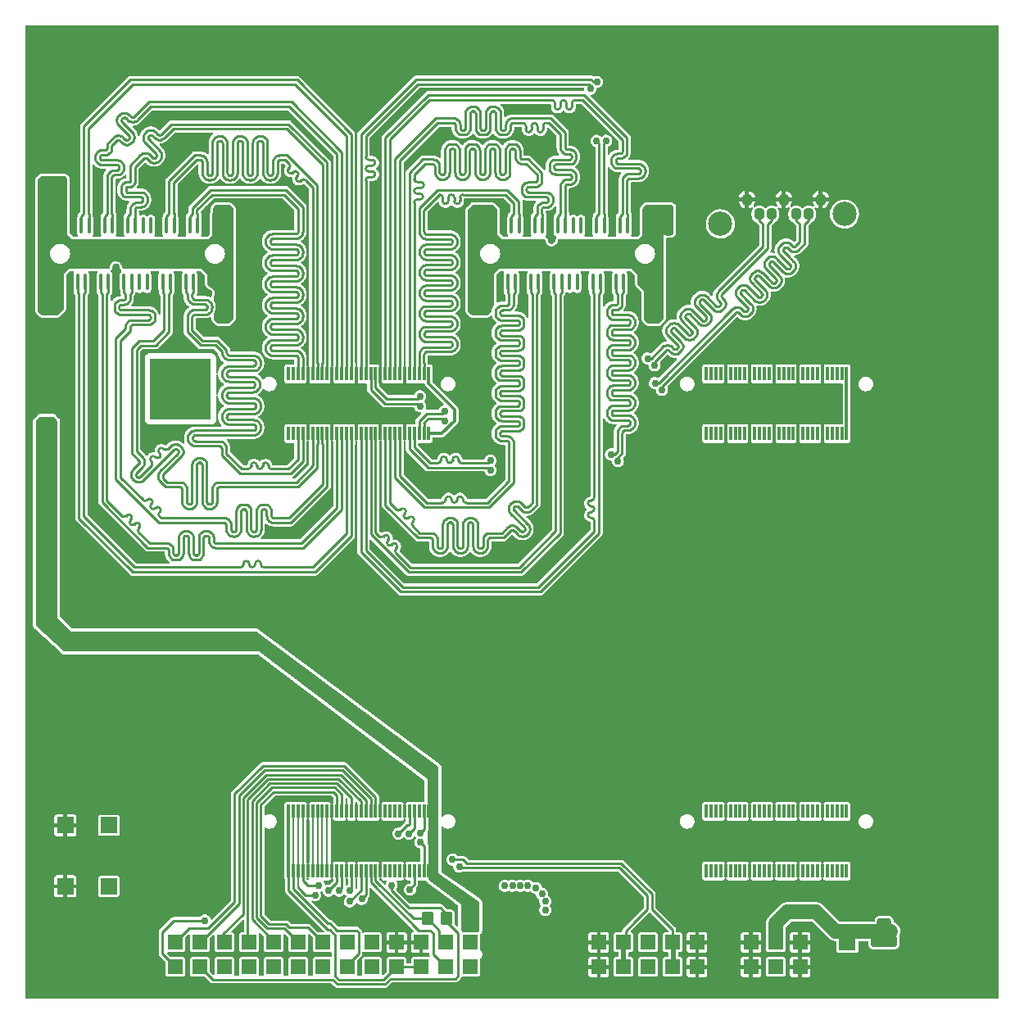
<source format=gbr>
%TF.GenerationSoftware,KiCad,Pcbnew,6.0.4-6f826c9f35~116~ubuntu20.04.1*%
%TF.CreationDate,2022-05-15T16:10:14+00:00*%
%TF.ProjectId,MPPB01B,4d505042-3031-4422-9e6b-696361645f70,**%
%TF.SameCoordinates,Original*%
%TF.FileFunction,Copper,L2,Bot*%
%TF.FilePolarity,Positive*%
%FSLAX46Y46*%
G04 Gerber Fmt 4.6, Leading zero omitted, Abs format (unit mm)*
G04 Created by KiCad (PCBNEW 6.0.4-6f826c9f35~116~ubuntu20.04.1) date 2022-05-15 16:10:14*
%MOMM*%
%LPD*%
G01*
G04 APERTURE LIST*
G04 Aperture macros list*
%AMRoundRect*
0 Rectangle with rounded corners*
0 $1 Rounding radius*
0 $2 $3 $4 $5 $6 $7 $8 $9 X,Y pos of 4 corners*
0 Add a 4 corners polygon primitive as box body*
4,1,4,$2,$3,$4,$5,$6,$7,$8,$9,$2,$3,0*
0 Add four circle primitives for the rounded corners*
1,1,$1+$1,$2,$3*
1,1,$1+$1,$4,$5*
1,1,$1+$1,$6,$7*
1,1,$1+$1,$8,$9*
0 Add four rect primitives between the rounded corners*
20,1,$1+$1,$2,$3,$4,$5,0*
20,1,$1+$1,$4,$5,$6,$7,0*
20,1,$1+$1,$6,$7,$8,$9,0*
20,1,$1+$1,$8,$9,$2,$3,0*%
G04 Aperture macros list end*
%TA.AperFunction,ComponentPad*%
%ADD10R,6.350000X6.350000*%
%TD*%
%TA.AperFunction,ComponentPad*%
%ADD11C,6.000000*%
%TD*%
%TA.AperFunction,ComponentPad*%
%ADD12R,1.524000X1.524000*%
%TD*%
%TA.AperFunction,SMDPad,CuDef*%
%ADD13R,0.304800X1.447800*%
%TD*%
%TA.AperFunction,ComponentPad*%
%ADD14C,1.550000*%
%TD*%
%TA.AperFunction,SMDPad,CuDef*%
%ADD15O,0.350000X1.800000*%
%TD*%
%TA.AperFunction,ComponentPad*%
%ADD16O,1.100000X1.300000*%
%TD*%
%TA.AperFunction,ComponentPad*%
%ADD17C,2.500000*%
%TD*%
%TA.AperFunction,SMDPad,CuDef*%
%ADD18RoundRect,0.250000X0.475000X-0.250000X0.475000X0.250000X-0.475000X0.250000X-0.475000X-0.250000X0*%
%TD*%
%TA.AperFunction,SMDPad,CuDef*%
%ADD19RoundRect,0.250000X-1.100000X0.325000X-1.100000X-0.325000X1.100000X-0.325000X1.100000X0.325000X0*%
%TD*%
%TA.AperFunction,SMDPad,CuDef*%
%ADD20R,1.800000X2.500000*%
%TD*%
%TA.AperFunction,SMDPad,CuDef*%
%ADD21RoundRect,0.250000X0.250000X0.475000X-0.250000X0.475000X-0.250000X-0.475000X0.250000X-0.475000X0*%
%TD*%
%TA.AperFunction,SMDPad,CuDef*%
%ADD22RoundRect,0.250000X-0.475000X0.250000X-0.475000X-0.250000X0.475000X-0.250000X0.475000X0.250000X0*%
%TD*%
%TA.AperFunction,SMDPad,CuDef*%
%ADD23RoundRect,0.250000X0.350000X0.450000X-0.350000X0.450000X-0.350000X-0.450000X0.350000X-0.450000X0*%
%TD*%
%TA.AperFunction,SMDPad,CuDef*%
%ADD24RoundRect,0.250000X-0.450000X0.350000X-0.450000X-0.350000X0.450000X-0.350000X0.450000X0.350000X0*%
%TD*%
%TA.AperFunction,ComponentPad*%
%ADD25R,1.676400X1.676400*%
%TD*%
%TA.AperFunction,ViaPad*%
%ADD26C,0.750000*%
%TD*%
%TA.AperFunction,ViaPad*%
%ADD27C,1.000000*%
%TD*%
%TA.AperFunction,Conductor*%
%ADD28C,0.300000*%
%TD*%
%TA.AperFunction,Conductor*%
%ADD29C,0.200000*%
%TD*%
%TA.AperFunction,Conductor*%
%ADD30C,0.250000*%
%TD*%
%TA.AperFunction,Conductor*%
%ADD31C,0.500000*%
%TD*%
%TA.AperFunction,Conductor*%
%ADD32C,1.500000*%
%TD*%
%TA.AperFunction,Conductor*%
%ADD33C,0.280000*%
%TD*%
G04 APERTURE END LIST*
D10*
%TO.P,MH1,1*%
%TO.N,/SYS-5POV*%
X16510000Y63500000D03*
%TD*%
%TO.P,MH2,1*%
%TO.N,GND*%
X96520000Y15240000D03*
%TD*%
%TO.P,MH3,1*%
%TO.N,GND*%
X96520000Y63500000D03*
%TD*%
%TO.P,MH4,1*%
%TO.N,GND*%
X16510000Y15240000D03*
%TD*%
D11*
%TO.P,MH5,1*%
%TO.N,GND*%
X5080000Y96520000D03*
%TD*%
%TO.P,MH6,1*%
%TO.N,GND*%
X96520000Y96520000D03*
%TD*%
%TO.P,MH8,1*%
%TO.N,GND*%
X5080000Y5080000D03*
%TD*%
%TO.P,MH7,1*%
%TO.N,GND*%
X96774000Y5080000D03*
%TD*%
D12*
%TO.P,P7,1*%
%TO.N,/POWER/SYS-5POV*%
X46460000Y6310000D03*
%TO.P,P7,2*%
X46460000Y3770000D03*
%TO.P,P7,3*%
%TO.N,/UART_RX*%
X43920000Y6310000D03*
%TO.P,P7,4*%
%TO.N,/UART_TX*%
X43920000Y3770000D03*
%TO.P,P7,5*%
%TO.N,GND*%
X41380000Y6310000D03*
%TO.P,P7,6*%
%TO.N,/3P3V*%
X41380000Y3770000D03*
%TO.P,P7,7*%
%TO.N,GND*%
X38840000Y6310000D03*
%TO.P,P7,8*%
%TO.N,/3P3V*%
X38840000Y3770000D03*
%TO.P,P7,9*%
%TO.N,/REG_EN3*%
X36300000Y6310000D03*
%TO.P,P7,10*%
%TO.N,/REG_EN4*%
X36300000Y3770000D03*
%TO.P,P7,11*%
%TO.N,/PROG_IO*%
X33760000Y6310000D03*
%TO.P,P7,12*%
%TO.N,/2P5V*%
X33760000Y3770000D03*
%TO.P,P7,13*%
%TO.N,/JTAG_TCK*%
X31220000Y6310000D03*
%TO.P,P7,14*%
%TO.N,/JTAG_TDI*%
X31220000Y3770000D03*
%TO.P,P7,15*%
%TO.N,/JTAG_TMS*%
X28680000Y6310000D03*
%TO.P,P7,16*%
%TO.N,/JTAG_TDO*%
X28680000Y3770000D03*
%TO.P,P7,17*%
%TO.N,/VADC_N*%
X26140000Y6310000D03*
%TO.P,P7,18*%
%TO.N,/USER_LED*%
X26140000Y3770000D03*
%TO.P,P7,19*%
%TO.N,/JTAG_BOOT_EN*%
X23600000Y6310000D03*
%TO.P,P7,20*%
%TO.N,/RESET_N*%
X23600000Y3770000D03*
%TO.P,P7,21*%
%TO.N,/SPDIF*%
X21060000Y6310000D03*
%TO.P,P7,22*%
%TO.N,/VADC_P*%
X21060000Y3770000D03*
%TO.P,P7,23*%
%TO.N,/TURBO_MODE*%
X18520000Y6310000D03*
%TO.P,P7,24*%
%TO.N,/VDD_ADJ*%
X18520000Y3770000D03*
%TO.P,P7,25*%
%TO.N,/DSP_FLAG*%
X15980000Y6310000D03*
%TO.P,P7,26*%
%TO.N,/VDD_GPIO*%
X15980000Y3770000D03*
%TD*%
%TO.P,P11,1*%
%TO.N,GND*%
X69900000Y6310000D03*
%TO.P,P11,2*%
X69900000Y3770000D03*
%TO.P,P11,3*%
%TO.N,/I2C_SCL*%
X67360000Y6310000D03*
%TO.P,P11,4*%
X67360000Y3770000D03*
%TO.P,P11,5*%
%TO.N,/POWER/SYS-5POV*%
X64820000Y6310000D03*
%TO.P,P11,6*%
X64820000Y3770000D03*
%TO.P,P11,7*%
%TO.N,/I2C_SDA*%
X62280000Y6310000D03*
%TO.P,P11,8*%
X62280000Y3770000D03*
%TO.P,P11,9*%
%TO.N,GND*%
X59740000Y6310000D03*
%TO.P,P11,10*%
X59740000Y3770000D03*
%TD*%
D13*
%TO.P,P1,1,P1*%
%TO.N,/GPIO/VGPIO*%
X42179240Y65062100D03*
%TO.P,P1,2,P2*%
X42179240Y58889900D03*
%TO.P,P1,3,P3*%
%TO.N,/GPIO_N0*%
X41678840Y65062100D03*
%TO.P,P1,4,P4*%
%TO.N,/GPIO_N1*%
X41678840Y58889900D03*
%TO.P,P1,5,P5*%
%TO.N,/GPIO_P0*%
X41178440Y65062100D03*
%TO.P,P1,6,P6*%
%TO.N,/GPIO_P1*%
X41178440Y58889900D03*
%TO.P,P1,7,P7*%
%TO.N,/GPIO_N2*%
X40678140Y65062100D03*
%TO.P,P1,8,P8*%
%TO.N,/GPIO_N3*%
X40678140Y58889900D03*
%TO.P,P1,9,P9*%
%TO.N,/GPIO_P2*%
X40177740Y65062100D03*
%TO.P,P1,10,P10*%
%TO.N,/GPIO_P3*%
X40177740Y58889900D03*
%TO.P,P1,11,P11*%
%TO.N,GND*%
X39677340Y65062100D03*
%TO.P,P1,12,P12*%
X39677340Y58889900D03*
%TO.P,P1,13,P13*%
%TO.N,/GPIO_N4*%
X39176940Y65062100D03*
%TO.P,P1,14,P14*%
%TO.N,/GPIO_N5*%
X39176940Y58889900D03*
%TO.P,P1,15,P15*%
%TO.N,/GPIO_P4*%
X38676540Y65062100D03*
%TO.P,P1,16,P16*%
%TO.N,/GPIO_P5*%
X38676540Y58889900D03*
%TO.P,P1,17,P17*%
%TO.N,/GPIO_N6*%
X38176240Y65062100D03*
%TO.P,P1,18,P18*%
%TO.N,/GPIO_N7*%
X38176240Y58889900D03*
%TO.P,P1,19,P19*%
%TO.N,/GPIO_P6*%
X37675840Y65062100D03*
%TO.P,P1,20,P20*%
%TO.N,/GPIO_P7*%
X37675840Y58889900D03*
%TO.P,P1,21,P21*%
%TO.N,GND*%
X37175440Y65062100D03*
%TO.P,P1,22,P22*%
X37175440Y58889900D03*
%TO.P,P1,23,P23*%
%TO.N,/GPIO_N8*%
X36675040Y65062100D03*
%TO.P,P1,24,P24*%
%TO.N,/GPIO_N9*%
X36675040Y58889900D03*
%TO.P,P1,25,P25*%
%TO.N,/GPIO_P8*%
X36174640Y65062100D03*
%TO.P,P1,26,P26*%
%TO.N,/GPIO_P9*%
X36174640Y58889900D03*
%TO.P,P1,27,P27*%
%TO.N,/GPIO_N10*%
X35674340Y65062100D03*
%TO.P,P1,28,P28*%
%TO.N,/GPIO_N11*%
X35674340Y58889900D03*
%TO.P,P1,29,P29*%
%TO.N,/GPIO_P10*%
X35173940Y65062100D03*
%TO.P,P1,30,P30*%
%TO.N,/GPIO_P11*%
X35173940Y58889900D03*
%TO.P,P1,31,P31*%
%TO.N,GND*%
X34673540Y65062100D03*
%TO.P,P1,32,P32*%
X34673540Y58889900D03*
%TO.P,P1,33,P33*%
%TO.N,/GPIO_N12*%
X34173140Y65062100D03*
%TO.P,P1,34,P34*%
%TO.N,/GPIO_N13*%
X34173140Y58889900D03*
%TO.P,P1,35,P35*%
%TO.N,/GPIO_P12*%
X33672740Y65062100D03*
%TO.P,P1,36,P36*%
%TO.N,/GPIO_P13*%
X33672740Y58889900D03*
%TO.P,P1,37,P37*%
%TO.N,/GPIO_N14*%
X33172440Y65062100D03*
%TO.P,P1,38,P38*%
%TO.N,/GPIO_N15*%
X33172440Y58889900D03*
%TO.P,P1,39,P39*%
%TO.N,/GPIO_P14*%
X32672040Y65062100D03*
%TO.P,P1,40,P40*%
%TO.N,/GPIO_P15*%
X32672040Y58889900D03*
%TO.P,P1,41,P41*%
%TO.N,GND*%
X32171640Y65062100D03*
%TO.P,P1,42,P42*%
X32171640Y58889900D03*
%TO.P,P1,43,P43*%
%TO.N,/GPIO_N16*%
X31671240Y65062100D03*
%TO.P,P1,44,P44*%
%TO.N,/GPIO_N17*%
X31671240Y58889900D03*
%TO.P,P1,45,P45*%
%TO.N,/GPIO_P16*%
X31170840Y65062100D03*
%TO.P,P1,46,P46*%
%TO.N,/GPIO_P17*%
X31170840Y58889900D03*
%TO.P,P1,47,P47*%
%TO.N,/GPIO_N18*%
X30670540Y65062100D03*
%TO.P,P1,48,P48*%
%TO.N,/GPIO_N19*%
X30670540Y58889900D03*
%TO.P,P1,49,P49*%
%TO.N,/GPIO_P18*%
X30170140Y65062100D03*
%TO.P,P1,50,P50*%
%TO.N,/GPIO_P19*%
X30170140Y58889900D03*
%TO.P,P1,51,P51*%
%TO.N,GND*%
X29669740Y65062100D03*
%TO.P,P1,52,P52*%
X29669740Y58889900D03*
%TO.P,P1,53,P53*%
%TO.N,/GPIO_N20*%
X29169340Y65062100D03*
%TO.P,P1,54,P54*%
%TO.N,/GPIO_N21*%
X29169340Y58889900D03*
%TO.P,P1,55,P55*%
%TO.N,/GPIO_P20*%
X28668940Y65062100D03*
%TO.P,P1,56,P56*%
%TO.N,/GPIO_P21*%
X28668940Y58889900D03*
%TO.P,P1,57,P57*%
%TO.N,/GPIO_N22*%
X28168640Y65062100D03*
%TO.P,P1,58,P58*%
%TO.N,/GPIO_N23*%
X28168640Y58889900D03*
%TO.P,P1,59,P59*%
%TO.N,/GPIO_P22*%
X27668240Y65062100D03*
%TO.P,P1,60,P60*%
%TO.N,/GPIO_P23*%
X27668240Y58889900D03*
%TD*%
%TO.P,P2,1,P1*%
%TO.N,/NORTH/VDDIO*%
X85359240Y65062100D03*
%TO.P,P2,2,P2*%
X85359240Y58889900D03*
%TO.P,P2,3,P3*%
%TO.N,/NORTH/RXI_DATA_N0*%
X84858840Y65062100D03*
%TO.P,P2,4,P4*%
%TO.N,/NORTH/RXI_DATA_N1*%
X84858840Y58889900D03*
%TO.P,P2,5,P5*%
%TO.N,/NORTH/RXI_DATA_P0*%
X84358440Y65062100D03*
%TO.P,P2,6,P6*%
%TO.N,/NORTH/RXI_DATA_P1*%
X84358440Y58889900D03*
%TO.P,P2,7,P7*%
%TO.N,/NORTH/RXI_DATA_N2*%
X83858140Y65062100D03*
%TO.P,P2,8,P8*%
%TO.N,/NORTH/RXI_DATA_N3*%
X83858140Y58889900D03*
%TO.P,P2,9,P9*%
%TO.N,/NORTH/RXI_DATA_P2*%
X83357740Y65062100D03*
%TO.P,P2,10,P10*%
%TO.N,/NORTH/RXI_DATA_P3*%
X83357740Y58889900D03*
%TO.P,P2,11,P11*%
%TO.N,GND*%
X82857340Y65062100D03*
%TO.P,P2,12,P12*%
X82857340Y58889900D03*
%TO.P,P2,13,P13*%
%TO.N,/NORTH/RXI_DATA_N4*%
X82356940Y65062100D03*
%TO.P,P2,14,P14*%
%TO.N,/NORTH/RXI_DATA_N5*%
X82356940Y58889900D03*
%TO.P,P2,15,P15*%
%TO.N,/NORTH/RXI_DATA_P4*%
X81856540Y65062100D03*
%TO.P,P2,16,P16*%
%TO.N,/NORTH/RXI_DATA_P5*%
X81856540Y58889900D03*
%TO.P,P2,17,P17*%
%TO.N,/NORTH/RXI_DATA_N6*%
X81356240Y65062100D03*
%TO.P,P2,18,P18*%
%TO.N,/NORTH/RXI_DATA_N7*%
X81356240Y58889900D03*
%TO.P,P2,19,P19*%
%TO.N,/NORTH/RXI_DATA_P6*%
X80855840Y65062100D03*
%TO.P,P2,20,P20*%
%TO.N,/NORTH/RXI_DATA_P7*%
X80855840Y58889900D03*
%TO.P,P2,21,P21*%
%TO.N,GND*%
X80355440Y65062100D03*
%TO.P,P2,22,P22*%
X80355440Y58889900D03*
%TO.P,P2,23,P23*%
%TO.N,/NORTH/RXI_LCLK_N*%
X79855040Y65062100D03*
%TO.P,P2,24,P24*%
%TO.N,/NORTH/RXI_FRAME_N*%
X79855040Y58889900D03*
%TO.P,P2,25,P25*%
%TO.N,/NORTH/RXI_LCLK_P*%
X79354640Y65062100D03*
%TO.P,P2,26,P26*%
%TO.N,/NORTH/RXI_FRAME_P*%
X79354640Y58889900D03*
%TO.P,P2,27,P27*%
%TO.N,/NORTH/RXO_RD_WAIT_N*%
X78854340Y65062100D03*
%TO.P,P2,28,P28*%
%TO.N,/NORTH/RXO_WR_WAIT_N*%
X78854340Y58889900D03*
%TO.P,P2,29,P29*%
%TO.N,/NORTH/RXO_RD_WAIT_P*%
X78353940Y65062100D03*
%TO.P,P2,30,P30*%
%TO.N,/NORTH/RXO_WR_WAIT_P*%
X78353940Y58889900D03*
%TO.P,P2,31,P31*%
%TO.N,GND*%
X77853540Y65062100D03*
%TO.P,P2,32,P32*%
X77853540Y58889900D03*
%TO.P,P2,33,P33*%
%TO.N,/NORTH/TXO_FRAME_N*%
X77353140Y65062100D03*
%TO.P,P2,34,P34*%
%TO.N,/NORTH/TXI_WR_WAIT_N*%
X77353140Y58889900D03*
%TO.P,P2,35,P35*%
%TO.N,/NORTH/TXO_FRAME_P*%
X76852740Y65062100D03*
%TO.P,P2,36,P36*%
%TO.N,/NORTH/TXI_WR_WAIT_P*%
X76852740Y58889900D03*
%TO.P,P2,37,P37*%
%TO.N,/NORTH/TXO_LCLK_N*%
X76352440Y65062100D03*
%TO.P,P2,38,P38*%
%TO.N,/NORTH/TXI_RD_WAIT_N*%
X76352440Y58889900D03*
%TO.P,P2,39,P39*%
%TO.N,/NORTH/TXO_LCLK_P*%
X75852040Y65062100D03*
%TO.P,P2,40,P40*%
%TO.N,/NORTH/TXI_RD_WAIT_P*%
X75852040Y58889900D03*
%TO.P,P2,41,P41*%
%TO.N,GND*%
X75351640Y65062100D03*
%TO.P,P2,42,P42*%
X75351640Y58889900D03*
%TO.P,P2,43,P43*%
%TO.N,/NORTH/TXO_DATA_N0*%
X74851240Y65062100D03*
%TO.P,P2,44,P44*%
%TO.N,/NORTH/TXO_DATA_N1*%
X74851240Y58889900D03*
%TO.P,P2,45,P45*%
%TO.N,/NORTH/TXO_DATA_P0*%
X74350840Y65062100D03*
%TO.P,P2,46,P46*%
%TO.N,/NORTH/TXO_DATA_P1*%
X74350840Y58889900D03*
%TO.P,P2,47,P47*%
%TO.N,/NORTH/TXO_DATA_N2*%
X73850540Y65062100D03*
%TO.P,P2,48,P48*%
%TO.N,/NORTH/TXO_DATA_N3*%
X73850540Y58889900D03*
%TO.P,P2,49,P49*%
%TO.N,/NORTH/TXO_DATA_P2*%
X73350140Y65062100D03*
%TO.P,P2,50,P50*%
%TO.N,/NORTH/TXO_DATA_P3*%
X73350140Y58889900D03*
%TO.P,P2,51,P51*%
%TO.N,GND*%
X72849740Y65062100D03*
%TO.P,P2,52,P52*%
X72849740Y58889900D03*
%TO.P,P2,53,P53*%
%TO.N,/NORTH/TXO_DATA_N4*%
X72349340Y65062100D03*
%TO.P,P2,54,P54*%
%TO.N,/NORTH/TXO_DATA_N5*%
X72349340Y58889900D03*
%TO.P,P2,55,P55*%
%TO.N,/NORTH/TXO_DATA_P4*%
X71848940Y65062100D03*
%TO.P,P2,56,P56*%
%TO.N,/NORTH/TXO_DATA_P5*%
X71848940Y58889900D03*
%TO.P,P2,57,P57*%
%TO.N,/NORTH/TXO_DATA_N6*%
X71348640Y65062100D03*
%TO.P,P2,58,P58*%
%TO.N,/NORTH/TXO_DATA_N7*%
X71348640Y58889900D03*
%TO.P,P2,59,P59*%
%TO.N,/NORTH/TXO_DATA_P6*%
X70848240Y65062100D03*
%TO.P,P2,60,P60*%
%TO.N,/NORTH/TXO_DATA_P7*%
X70848240Y58889900D03*
%TD*%
%TO.P,P3,1,P1*%
%TO.N,/SYS-5POV*%
X42179240Y19850100D03*
%TO.P,P3,2,P2*%
X42179240Y13677900D03*
%TO.P,P3,3,P3*%
%TO.N,/I2C_SCL*%
X41678840Y19850100D03*
%TO.P,P3,4,P4*%
%TO.N,/I2C_SDA*%
X41678840Y13677900D03*
%TO.P,P3,5,P5*%
%TO.N,/REG_EN1*%
X41178440Y19850100D03*
%TO.P,P3,6,P6*%
%TO.N,/REG_EN2*%
X41178440Y13677900D03*
%TO.P,P3,7,P7*%
%TO.N,/REG_EN3*%
X40678140Y19850100D03*
%TO.P,P3,8,P8*%
%TO.N,/REG_EN4*%
X40678140Y13677900D03*
%TO.P,P3,9,P9*%
%TO.N,/PROG_IO*%
X40177740Y19850100D03*
%TO.P,P3,10,P10*%
%TO.N,unconnected-(P3-Pad10)*%
X40177740Y13677900D03*
%TO.P,P3,11,P11*%
%TO.N,GND*%
X39677340Y19850100D03*
%TO.P,P3,12,P12*%
X39677340Y13677900D03*
%TO.P,P3,13,P13*%
%TO.N,/DSP_XID0*%
X39176940Y19850100D03*
%TO.P,P3,14,P14*%
%TO.N,/DSP_YID0*%
X39176940Y13677900D03*
%TO.P,P3,15,P15*%
%TO.N,/DSP_XID1*%
X38676540Y19850100D03*
%TO.P,P3,16,P16*%
%TO.N,/DSP_YID1*%
X38676540Y13677900D03*
%TO.P,P3,17,P17*%
%TO.N,/DSP_XID2*%
X38176240Y19850100D03*
%TO.P,P3,18,P18*%
%TO.N,/DSP_YID2*%
X38176240Y13677900D03*
%TO.P,P3,19,P19*%
%TO.N,/DSP_XID3*%
X37675840Y19850100D03*
%TO.P,P3,20,P20*%
%TO.N,/DSP_YID3*%
X37675840Y13677900D03*
%TO.P,P3,21,P21*%
%TO.N,GND*%
X37175440Y19850100D03*
%TO.P,P3,22,P22*%
X37175440Y13677900D03*
%TO.P,P3,23,P23*%
%TO.N,/DSP_FLAG*%
X36675040Y19850100D03*
%TO.P,P3,24,P24*%
%TO.N,/UART_RX*%
X36675040Y13677900D03*
%TO.P,P3,25,P25*%
%TO.N,/TURBO_MODE*%
X36174640Y19850100D03*
%TO.P,P3,26,P26*%
%TO.N,/UART_TX*%
X36174640Y13677900D03*
%TO.P,P3,27,P27*%
%TO.N,/SPDIF*%
X35674340Y19850100D03*
%TO.P,P3,28,P28*%
%TO.N,/USER_LED*%
X35674340Y13677900D03*
%TO.P,P3,29,P29*%
%TO.N,/JTAG_BOOT_EN*%
X35173940Y19850100D03*
%TO.P,P3,30,P30*%
%TO.N,/RESET_N*%
X35173940Y13677900D03*
%TO.P,P3,31,P31*%
%TO.N,GND*%
X34673540Y19850100D03*
%TO.P,P3,32,P32*%
X34673540Y13677900D03*
%TO.P,P3,33,P33*%
%TO.N,/VADC_N*%
X34173140Y19850100D03*
%TO.P,P3,34,P34*%
%TO.N,/VADC_P*%
X34173140Y13677900D03*
%TO.P,P3,35,P35*%
%TO.N,GND*%
X33672740Y19850100D03*
%TO.P,P3,36,P36*%
X33672740Y13677900D03*
%TO.P,P3,37,P37*%
%TO.N,/JTAG_TMS*%
X33172440Y19850100D03*
%TO.P,P3,38,P38*%
%TO.N,/JTAG_TDI*%
X33172440Y13677900D03*
%TO.P,P3,39,P39*%
%TO.N,/JTAG_TCK*%
X32672040Y19850100D03*
%TO.P,P3,40,P40*%
%TO.N,/JTAG_TDO*%
X32672040Y13677900D03*
%TO.P,P3,41,P41*%
%TO.N,GND*%
X32171640Y19850100D03*
%TO.P,P3,42,P42*%
X32171640Y13677900D03*
%TO.P,P3,43,P43*%
%TO.N,/1POV*%
X31671240Y19850100D03*
%TO.P,P3,44,P44*%
X31671240Y13677900D03*
%TO.P,P3,45,P45*%
%TO.N,/VDD_DSP*%
X31170840Y19850100D03*
%TO.P,P3,46,P46*%
X31170840Y13677900D03*
%TO.P,P3,47,P47*%
%TO.N,/1P35V*%
X30670540Y19850100D03*
%TO.P,P3,48,P48*%
X30670540Y13677900D03*
%TO.P,P3,49,P49*%
%TO.N,/1P8V*%
X30170140Y19850100D03*
%TO.P,P3,50,P50*%
X30170140Y13677900D03*
%TO.P,P3,51,P51*%
%TO.N,GND*%
X29669740Y19850100D03*
%TO.P,P3,52,P52*%
X29669740Y13677900D03*
%TO.P,P3,53,P53*%
%TO.N,/VDD_ADJ*%
X29169340Y19850100D03*
%TO.P,P3,54,P54*%
X29169340Y13677900D03*
%TO.P,P3,55,P55*%
%TO.N,/VDD_GPIO*%
X28668940Y19850100D03*
%TO.P,P3,56,P56*%
X28668940Y13677900D03*
%TO.P,P3,57,P57*%
%TO.N,/2P5V*%
X28168640Y19850100D03*
%TO.P,P3,58,P58*%
X28168640Y13677900D03*
%TO.P,P3,59,P59*%
%TO.N,/3P3V*%
X27668240Y19850100D03*
%TO.P,P3,60,P60*%
X27668240Y13677900D03*
%TD*%
%TO.P,P4,1,P1*%
%TO.N,/SOUTH/VDDIO*%
X85359240Y19850100D03*
%TO.P,P4,2,P2*%
X85359240Y13677900D03*
%TO.P,P4,3,P3*%
%TO.N,/SOUTH/RXI_DATA_N0*%
X84858840Y19850100D03*
%TO.P,P4,4,P4*%
%TO.N,/SOUTH/RXI_DATA_N1*%
X84858840Y13677900D03*
%TO.P,P4,5,P5*%
%TO.N,/SOUTH/RXI_DATA_P0*%
X84358440Y19850100D03*
%TO.P,P4,6,P6*%
%TO.N,/SOUTH/RXI_DATA_P1*%
X84358440Y13677900D03*
%TO.P,P4,7,P7*%
%TO.N,/SOUTH/RXI_DATA_N2*%
X83858140Y19850100D03*
%TO.P,P4,8,P8*%
%TO.N,/SOUTH/RXI_DATA_N3*%
X83858140Y13677900D03*
%TO.P,P4,9,P9*%
%TO.N,/SOUTH/RXI_DATA_P2*%
X83357740Y19850100D03*
%TO.P,P4,10,P10*%
%TO.N,/SOUTH/RXI_DATA_P3*%
X83357740Y13677900D03*
%TO.P,P4,11,P11*%
%TO.N,GND*%
X82857340Y19850100D03*
%TO.P,P4,12,P12*%
X82857340Y13677900D03*
%TO.P,P4,13,P13*%
%TO.N,/SOUTH/RXI_DATA_N4*%
X82356940Y19850100D03*
%TO.P,P4,14,P14*%
%TO.N,/SOUTH/RXI_DATA_N5*%
X82356940Y13677900D03*
%TO.P,P4,15,P15*%
%TO.N,/SOUTH/RXI_DATA_P4*%
X81856540Y19850100D03*
%TO.P,P4,16,P16*%
%TO.N,/SOUTH/RXI_DATA_P5*%
X81856540Y13677900D03*
%TO.P,P4,17,P17*%
%TO.N,/SOUTH/RXI_DATA_N6*%
X81356240Y19850100D03*
%TO.P,P4,18,P18*%
%TO.N,/SOUTH/RXI_DATA_N7*%
X81356240Y13677900D03*
%TO.P,P4,19,P19*%
%TO.N,/SOUTH/RXI_DATA_P6*%
X80855840Y19850100D03*
%TO.P,P4,20,P20*%
%TO.N,/SOUTH/RXI_DATA_P7*%
X80855840Y13677900D03*
%TO.P,P4,21,P21*%
%TO.N,GND*%
X80355440Y19850100D03*
%TO.P,P4,22,P22*%
X80355440Y13677900D03*
%TO.P,P4,23,P23*%
%TO.N,/SOUTH/RXI_LCLK_N*%
X79855040Y19850100D03*
%TO.P,P4,24,P24*%
%TO.N,/SOUTH/RXI_FRAME_N*%
X79855040Y13677900D03*
%TO.P,P4,25,P25*%
%TO.N,/SOUTH/RXI_LCLK_P*%
X79354640Y19850100D03*
%TO.P,P4,26,P26*%
%TO.N,/SOUTH/RXI_FRAME_P*%
X79354640Y13677900D03*
%TO.P,P4,27,P27*%
%TO.N,/SOUTH/RXO_RD_WAIT_N*%
X78854340Y19850100D03*
%TO.P,P4,28,P28*%
%TO.N,/SOUTH/RXO_WR_WAIT_N*%
X78854340Y13677900D03*
%TO.P,P4,29,P29*%
%TO.N,/SOUTH/RXO_RD_WAIT_P*%
X78353940Y19850100D03*
%TO.P,P4,30,P30*%
%TO.N,/SOUTH/RXO_WR_WAIT_P*%
X78353940Y13677900D03*
%TO.P,P4,31,P31*%
%TO.N,GND*%
X77853540Y19850100D03*
%TO.P,P4,32,P32*%
X77853540Y13677900D03*
%TO.P,P4,33,P33*%
%TO.N,/SOUTH/TXO_FRAME_N*%
X77353140Y19850100D03*
%TO.P,P4,34,P34*%
%TO.N,/SOUTH/TXI_WR_WAIT_N*%
X77353140Y13677900D03*
%TO.P,P4,35,P35*%
%TO.N,/SOUTH/TXO_FRAME_P*%
X76852740Y19850100D03*
%TO.P,P4,36,P36*%
%TO.N,/SOUTH/TXI_WR_WAIT_P*%
X76852740Y13677900D03*
%TO.P,P4,37,P37*%
%TO.N,/SOUTH/TXO_LCLK_N*%
X76352440Y19850100D03*
%TO.P,P4,38,P38*%
%TO.N,/SOUTH/TXI_RD_WAIT_N*%
X76352440Y13677900D03*
%TO.P,P4,39,P39*%
%TO.N,/SOUTH/TXO_LCLK_P*%
X75852040Y19850100D03*
%TO.P,P4,40,P40*%
%TO.N,/SOUTH/TXI_RD_WAIT_P*%
X75852040Y13677900D03*
%TO.P,P4,41,P41*%
%TO.N,GND*%
X75351640Y19850100D03*
%TO.P,P4,42,P42*%
X75351640Y13677900D03*
%TO.P,P4,43,P43*%
%TO.N,/SOUTH/TXO_DATA_N0*%
X74851240Y19850100D03*
%TO.P,P4,44,P44*%
%TO.N,/SOUTH/TXO_DATA_N1*%
X74851240Y13677900D03*
%TO.P,P4,45,P45*%
%TO.N,/SOUTH/TXO_DATA_P0*%
X74350840Y19850100D03*
%TO.P,P4,46,P46*%
%TO.N,/SOUTH/TXO_DATA_P1*%
X74350840Y13677900D03*
%TO.P,P4,47,P47*%
%TO.N,/SOUTH/TXO_DATA_N2*%
X73850540Y19850100D03*
%TO.P,P4,48,P48*%
%TO.N,/SOUTH/TXO_DATA_N3*%
X73850540Y13677900D03*
%TO.P,P4,49,P49*%
%TO.N,/SOUTH/TXO_DATA_P2*%
X73350140Y19850100D03*
%TO.P,P4,50,P50*%
%TO.N,/SOUTH/TXO_DATA_P3*%
X73350140Y13677900D03*
%TO.P,P4,51,P51*%
%TO.N,GND*%
X72849740Y19850100D03*
%TO.P,P4,52,P52*%
X72849740Y13677900D03*
%TO.P,P4,53,P53*%
%TO.N,/SOUTH/TXO_DATA_N4*%
X72349340Y19850100D03*
%TO.P,P4,54,P54*%
%TO.N,/SOUTH/TXO_DATA_N5*%
X72349340Y13677900D03*
%TO.P,P4,55,P55*%
%TO.N,/SOUTH/TXO_DATA_P4*%
X71848940Y19850100D03*
%TO.P,P4,56,P56*%
%TO.N,/SOUTH/TXO_DATA_P5*%
X71848940Y13677900D03*
%TO.P,P4,57,P57*%
%TO.N,/SOUTH/TXO_DATA_N6*%
X71348640Y19850100D03*
%TO.P,P4,58,P58*%
%TO.N,/SOUTH/TXO_DATA_N7*%
X71348640Y13677900D03*
%TO.P,P4,59,P59*%
%TO.N,/SOUTH/TXO_DATA_P6*%
X70848240Y19850100D03*
%TO.P,P4,60,P60*%
%TO.N,/SOUTH/TXO_DATA_P7*%
X70848240Y13677900D03*
%TD*%
D14*
%TO.P,P5,1*%
%TO.N,Net-(C3-Pad2)*%
X47615000Y72229995D03*
%TO.P,P5,2*%
X47615000Y75469995D03*
%TO.P,P5,3*%
X47615000Y79459995D03*
%TO.P,P5,4*%
X47615000Y81489995D03*
%TO.P,P5,5*%
X65415000Y71229995D03*
%TO.P,P5,6*%
X65415000Y75469995D03*
%TO.P,P5,7*%
X65415000Y79459995D03*
%TO.P,P5,8*%
X65415000Y81489995D03*
D15*
%TO.P,P5,A1,A1*%
%TO.N,GND*%
X49915000Y80369995D03*
%TO.P,P5,A2,A2*%
%TO.N,/GPIO_N0*%
X50715000Y80369995D03*
%TO.P,P5,A3,A3*%
%TO.N,/GPIO_P0*%
X51515000Y80369995D03*
%TO.P,P5,A4,A4*%
%TO.N,GND*%
X52315000Y80369995D03*
%TO.P,P5,A5,A5*%
%TO.N,/GPIO_N2*%
X53115000Y80369995D03*
%TO.P,P5,A6,A6*%
%TO.N,/GPIO_P2*%
X53915000Y80369995D03*
%TO.P,P5,A7,A7*%
%TO.N,GND*%
X54715000Y80369995D03*
%TO.P,P5,A8,A8*%
%TO.N,/GPIO_N4*%
X55515000Y80369995D03*
%TO.P,P5,A9,A9*%
%TO.N,/GPIO_P4*%
X56315000Y80369995D03*
%TO.P,P5,A10,A10*%
%TO.N,unconnected-(P5-PadA10)*%
X57115000Y80369995D03*
%TO.P,P5,A11,A11*%
%TO.N,unconnected-(P5-PadA11)*%
X57915000Y80369995D03*
%TO.P,P5,A12,A12*%
%TO.N,GND*%
X58715000Y80369995D03*
%TO.P,P5,A13,A13*%
%TO.N,/GPIO_N10*%
X59515000Y80369995D03*
%TO.P,P5,A14,A14*%
%TO.N,/GPIO_P10*%
X60315000Y80369995D03*
%TO.P,P5,A15,A15*%
%TO.N,GND*%
X61115000Y80369995D03*
%TO.P,P5,A16,A16*%
%TO.N,/GPIO_N6*%
X61915000Y80369995D03*
%TO.P,P5,A17,A17*%
%TO.N,/GPIO_P6*%
X62715000Y80369995D03*
%TO.P,P5,A18,A18*%
%TO.N,GND*%
X63515000Y80369995D03*
%TO.P,P5,B1,B1*%
X49515000Y74559995D03*
%TO.P,P5,B2,B2*%
%TO.N,/GPIO_N5*%
X50315000Y74559995D03*
%TO.P,P5,B3,B3*%
%TO.N,/GPIO_P5*%
X51115000Y74559995D03*
%TO.P,P5,B4,B4*%
%TO.N,GND*%
X51915000Y74559995D03*
%TO.P,P5,B5,B5*%
%TO.N,/GPIO_N7*%
X52715000Y74559995D03*
%TO.P,P5,B6,B6*%
%TO.N,/GPIO_P7*%
X53515000Y74559995D03*
%TO.P,P5,B7,B7*%
%TO.N,GND*%
X54315000Y74559995D03*
%TO.P,P5,B8,B8*%
%TO.N,/GPIO_N9*%
X55115000Y74559995D03*
%TO.P,P5,B9,B9*%
%TO.N,/GPIO_P9*%
X55915000Y74559995D03*
%TO.P,P5,B10,B10*%
%TO.N,unconnected-(P5-PadB10)*%
X56715000Y74559995D03*
%TO.P,P5,B11,B11*%
%TO.N,unconnected-(P5-PadB11)*%
X57515000Y74559995D03*
%TO.P,P5,B12,B12*%
%TO.N,GND*%
X58315000Y74559995D03*
%TO.P,P5,B13,B13*%
%TO.N,/GPIO_N11*%
X59115000Y74559995D03*
%TO.P,P5,B14,B14*%
%TO.N,/GPIO_P11*%
X59915000Y74559995D03*
%TO.P,P5,B15,B15*%
%TO.N,GND*%
X60715000Y74559995D03*
%TO.P,P5,B16,B16*%
%TO.N,/GPIO_N3*%
X61515000Y74559995D03*
%TO.P,P5,B17,B17*%
%TO.N,/GPIO_P3*%
X62315000Y74559995D03*
%TO.P,P5,B18,B18*%
%TO.N,GND*%
X63115000Y74559995D03*
%TD*%
D12*
%TO.P,P9,1*%
%TO.N,GND*%
X75480000Y6310000D03*
%TO.P,P9,2*%
X75480000Y3770000D03*
%TO.P,P9,3*%
%TO.N,/SYS-5POV*%
X78020000Y6310000D03*
%TO.P,P9,4*%
X78020000Y3770000D03*
%TO.P,P9,5*%
%TO.N,GND*%
X80560000Y6310000D03*
%TO.P,P9,6*%
X80560000Y3770000D03*
%TD*%
D14*
%TO.P,P6,1*%
%TO.N,Net-(C4-Pad2)*%
X3165000Y72229995D03*
%TO.P,P6,2*%
X3165000Y75469995D03*
%TO.P,P6,3*%
X3165000Y79459995D03*
%TO.P,P6,4*%
X3165000Y81489995D03*
%TO.P,P6,5*%
X20965000Y71229995D03*
%TO.P,P6,6*%
X20965000Y75469995D03*
%TO.P,P6,7*%
X20965000Y79459995D03*
%TO.P,P6,8*%
X20965000Y81489995D03*
D15*
%TO.P,P6,A1,A1*%
%TO.N,GND*%
X5465000Y80369995D03*
%TO.P,P6,A2,A2*%
%TO.N,/GPIO_N12*%
X6265000Y80369995D03*
%TO.P,P6,A3,A3*%
%TO.N,/GPIO_P12*%
X7065000Y80369995D03*
%TO.P,P6,A4,A4*%
%TO.N,GND*%
X7865000Y80369995D03*
%TO.P,P6,A5,A5*%
%TO.N,/GPIO_N14*%
X8665000Y80369995D03*
%TO.P,P6,A6,A6*%
%TO.N,/GPIO_P14*%
X9465000Y80369995D03*
%TO.P,P6,A7,A7*%
%TO.N,GND*%
X10265000Y80369995D03*
%TO.P,P6,A8,A8*%
%TO.N,/GPIO_N16*%
X11065000Y80369995D03*
%TO.P,P6,A9,A9*%
%TO.N,/GPIO_P16*%
X11865000Y80369995D03*
%TO.P,P6,A10,A10*%
%TO.N,unconnected-(P6-PadA10)*%
X12665000Y80369995D03*
%TO.P,P6,A11,A11*%
%TO.N,unconnected-(P6-PadA11)*%
X13465000Y80369995D03*
%TO.P,P6,A12,A12*%
%TO.N,GND*%
X14265000Y80369995D03*
%TO.P,P6,A13,A13*%
%TO.N,/GPIO_N18*%
X15065000Y80369995D03*
%TO.P,P6,A14,A14*%
%TO.N,/GPIO_P18*%
X15865000Y80369995D03*
%TO.P,P6,A15,A15*%
%TO.N,GND*%
X16665000Y80369995D03*
%TO.P,P6,A16,A16*%
%TO.N,/GPIO_N20*%
X17465000Y80369995D03*
%TO.P,P6,A17,A17*%
%TO.N,/GPIO_P20*%
X18265000Y80369995D03*
%TO.P,P6,A18,A18*%
%TO.N,GND*%
X19065000Y80369995D03*
%TO.P,P6,B1,B1*%
X5065000Y74559995D03*
%TO.P,P6,B2,B2*%
%TO.N,/GPIO_N13*%
X5865000Y74559995D03*
%TO.P,P6,B3,B3*%
%TO.N,/GPIO_P13*%
X6665000Y74559995D03*
%TO.P,P6,B4,B4*%
%TO.N,GND*%
X7465000Y74559995D03*
%TO.P,P6,B5,B5*%
%TO.N,/GPIO_N15*%
X8265000Y74559995D03*
%TO.P,P6,B6,B6*%
%TO.N,/GPIO_P15*%
X9065000Y74559995D03*
%TO.P,P6,B7,B7*%
%TO.N,GND*%
X9865000Y74559995D03*
%TO.P,P6,B8,B8*%
%TO.N,/GPIO_N17*%
X10665000Y74559995D03*
%TO.P,P6,B9,B9*%
%TO.N,/GPIO_P17*%
X11465000Y74559995D03*
%TO.P,P6,B10,B10*%
%TO.N,unconnected-(P6-PadB10)*%
X12265000Y74559995D03*
%TO.P,P6,B11,B11*%
%TO.N,unconnected-(P6-PadB11)*%
X13065000Y74559995D03*
%TO.P,P6,B12,B12*%
%TO.N,GND*%
X13865000Y74559995D03*
%TO.P,P6,B13,B13*%
%TO.N,/GPIO_N19*%
X14665000Y74559995D03*
%TO.P,P6,B14,B14*%
%TO.N,/GPIO_P19*%
X15465000Y74559995D03*
%TO.P,P6,B15,B15*%
%TO.N,GND*%
X16265000Y74559995D03*
%TO.P,P6,B16,B16*%
%TO.N,/GPIO_N21*%
X17065000Y74559995D03*
%TO.P,P6,B17,B17*%
%TO.N,/GPIO_P21*%
X17865000Y74559995D03*
%TO.P,P6,B18,B18*%
%TO.N,GND*%
X18665000Y74559995D03*
%TD*%
D16*
%TO.P,P10,1,1*%
%TO.N,GND*%
X82677000Y83058000D03*
%TO.P,P10,2,2*%
%TO.N,/GPIO_N1*%
X81407000Y81558000D03*
%TO.P,P10,3,3*%
%TO.N,/GPIO_P1*%
X80137000Y81558000D03*
%TO.P,P10,4,4*%
%TO.N,GND*%
X78867000Y83058000D03*
%TO.P,P10,5,5*%
%TO.N,/GPIO_P8*%
X77597000Y81558000D03*
%TO.P,P10,6,6*%
%TO.N,/GPIO_N8*%
X76327000Y81558000D03*
%TO.P,P10,7,7*%
%TO.N,GND*%
X75057000Y83058000D03*
D17*
%TO.P,P10,8*%
%TO.N,N/C*%
X72307000Y80558000D03*
%TO.P,P10,9*%
X85137000Y81558000D03*
%TD*%
D18*
%TO.P,C1,1*%
%TO.N,/SYS-5POV*%
X89220000Y8290000D03*
%TO.P,C1,2*%
%TO.N,GND*%
X89220000Y10190000D03*
%TD*%
D19*
%TO.P,C2,1*%
%TO.N,/SYS-5POV*%
X89220000Y6415000D03*
%TO.P,C2,2*%
%TO.N,GND*%
X89220000Y3465000D03*
%TD*%
D20*
%TO.P,D1,1,K*%
%TO.N,/SYS-5POV*%
X85420000Y6740000D03*
%TO.P,D1,2,A*%
%TO.N,GND*%
X85420000Y2740000D03*
%TD*%
D21*
%TO.P,C3,1*%
%TO.N,GND*%
X68850000Y80100000D03*
%TO.P,C3,2*%
%TO.N,Net-(C3-Pad2)*%
X66950000Y80100000D03*
%TD*%
D22*
%TO.P,C4,1*%
%TO.N,GND*%
X2540000Y86687000D03*
%TO.P,C4,2*%
%TO.N,Net-(C4-Pad2)*%
X2540000Y84787000D03*
%TD*%
D23*
%TO.P,R1,1*%
%TO.N,GND*%
X68881500Y81788000D03*
%TO.P,R1,2*%
%TO.N,Net-(C3-Pad2)*%
X66881500Y81788000D03*
%TD*%
D24*
%TO.P,R2,1*%
%TO.N,GND*%
X4064000Y86864000D03*
%TO.P,R2,2*%
%TO.N,Net-(C4-Pad2)*%
X4064000Y84864000D03*
%TD*%
D25*
%TO.P,SW1,1,1*%
%TO.N,GND*%
X4608000Y12090000D03*
X4608000Y18390000D03*
%TO.P,SW1,2,2*%
%TO.N,/RESET_N*%
X9108000Y18390000D03*
X9108000Y12090000D03*
%TD*%
D23*
%TO.P,R3,1*%
%TO.N,/VDD_ADJ*%
X44020000Y8740000D03*
%TO.P,R3,2*%
%TO.N,/UART_RX*%
X42020000Y8740000D03*
%TD*%
D26*
%TO.N,GND*%
X99695000Y91440000D03*
X86995000Y13970000D03*
X4699000Y50800000D03*
X4699000Y40640000D03*
X2794000Y35560000D03*
X4699000Y60960000D03*
X4699000Y45720000D03*
X58420000Y17780000D03*
X74041000Y69596000D03*
X71247000Y74676000D03*
X75311000Y78486000D03*
X81153000Y76962000D03*
X68199000Y73152000D03*
X73279000Y76454000D03*
X79629000Y73914000D03*
X78867000Y80010000D03*
X77343000Y71374000D03*
X13868400Y73050400D03*
X16256000Y73050400D03*
X60706000Y73025000D03*
X33909000Y46228000D03*
X93574000Y42014000D03*
X98849000Y45414000D03*
X98849000Y49414000D03*
X98849000Y53414000D03*
X99674000Y77114000D03*
X87774000Y36114000D03*
X93574000Y59114000D03*
X93574000Y51214000D03*
X99674000Y27714000D03*
X30174000Y97914000D03*
X39374000Y41614000D03*
X47074000Y41714000D03*
X87574000Y54514000D03*
X61974000Y41714010D03*
X71774000Y41714010D03*
X54441807Y41714010D03*
X30674000Y43514000D03*
X83774000Y45614000D03*
X79774000Y41714000D03*
X79774000Y41714000D03*
X87574000Y49414000D03*
X98874000Y37714000D03*
X98874000Y42014000D03*
X99674000Y24114000D03*
X99674000Y73114000D03*
X99674000Y68614000D03*
X98774000Y57414000D03*
X99774000Y86614000D03*
X79374000Y85314000D03*
X72274000Y85514000D03*
X87374000Y66814000D03*
X87374000Y78114000D03*
X85974000Y85314000D03*
X90674000Y78914000D03*
X87374000Y72514000D03*
X90674000Y68914000D03*
X90674000Y73914000D03*
X75374500Y57023000D03*
X15174000Y97914000D03*
X34671000Y63246000D03*
X5537200Y81965800D03*
X64135000Y97790000D03*
X79375000Y97790000D03*
X34671000Y60706000D03*
X37465000Y93980000D03*
X61214000Y81915000D03*
X29654500Y63246000D03*
X9855200Y76047600D03*
X38735000Y63500000D03*
X16764000Y82016600D03*
X7874000Y45720000D03*
X10363200Y81991200D03*
X38420000Y7840000D03*
X61595000Y53848000D03*
X64897000Y68580000D03*
X77851000Y66865500D03*
X5207000Y91186000D03*
X54864000Y78867000D03*
X92011989Y13970000D03*
X7975600Y81991200D03*
X65913000Y87376000D03*
X48920000Y15640000D03*
X77851000Y63246000D03*
X75374500Y66865500D03*
X7874000Y40640000D03*
X29654500Y60706000D03*
X37147500Y60706000D03*
X33420000Y18240000D03*
X26074000Y43514000D03*
X19278600Y81991200D03*
X43815000Y97790000D03*
X82867500Y66865500D03*
X63119000Y73025000D03*
X62865000Y93980000D03*
X72834500Y60706000D03*
X80327500Y57023000D03*
X57785000Y44704000D03*
X55245000Y20320000D03*
X90674000Y83814000D03*
X11174000Y43514000D03*
X58293000Y73025000D03*
X77851000Y57023000D03*
X36274000Y44014000D03*
X77851000Y60706000D03*
X48895000Y97790000D03*
X49530000Y73025000D03*
X80391000Y63246000D03*
X5207000Y86614000D03*
X35174000Y97914000D03*
X50165000Y20320000D03*
X75374500Y63246000D03*
X64389000Y56642000D03*
X89535000Y97790000D03*
X64135000Y17145000D03*
X72834500Y57023000D03*
X61341000Y48260000D03*
X84455000Y97790000D03*
X58801000Y81915000D03*
X32194500Y63246000D03*
X63627000Y81915000D03*
X75311000Y60706000D03*
X74295000Y97790000D03*
X33420000Y15340000D03*
X99695000Y20320000D03*
X5080000Y72999600D03*
X4064000Y89916000D03*
X38735000Y97790000D03*
X35820000Y18240000D03*
X28620000Y8640000D03*
X1270000Y67564000D03*
X2794000Y66040000D03*
X2794000Y68580000D03*
X4445000Y68580000D03*
X51943000Y73025000D03*
X7467600Y73025000D03*
X31877000Y93980000D03*
X72834500Y63246000D03*
X54356000Y73025000D03*
X82867500Y63246000D03*
X32194500Y60706000D03*
X80391000Y66865500D03*
X38820000Y21540000D03*
X7874000Y43180000D03*
X52451000Y81915000D03*
X37920000Y18240000D03*
X82867500Y57023000D03*
X39320000Y7840000D03*
X40120000Y5140000D03*
X39687500Y60706000D03*
X4699000Y55880000D03*
X19431000Y73406000D03*
X20174000Y97914000D03*
X38420000Y7840000D03*
X34671000Y91440000D03*
X65913000Y60452000D03*
X2286000Y89408000D03*
X25174000Y97914000D03*
X37920000Y21540000D03*
X6604000Y10668000D03*
X21574000Y43514000D03*
X72834500Y66865500D03*
X10174000Y97914000D03*
X69215000Y97790000D03*
X80327500Y60706000D03*
X16474000Y43514000D03*
X65862200Y91033600D03*
X50038000Y81915000D03*
X59055000Y97790000D03*
X38820000Y15340000D03*
X87074450Y59439376D03*
X1905000Y91440000D03*
X82867500Y60706000D03*
X14351000Y81991200D03*
X26289000Y59690000D03*
X53975000Y97790000D03*
%TO.N,/VDD_GPIO*%
X30420000Y11190469D03*
X19020000Y8540000D03*
%TO.N,/VDD_ADJ*%
X38320000Y12140000D03*
X30820000Y12140000D03*
%TO.N,/JTAG_TDO*%
X31820000Y11640000D03*
%TO.N,/JTAG_TDI*%
X32920000Y11640000D03*
%TO.N,/VADC_P*%
X34020000Y11640000D03*
%TO.N,/RESET_N*%
X34020000Y10540000D03*
%TO.N,/USER_LED*%
X35247975Y10778731D03*
%TO.N,/PROG_IO*%
X39020000Y17540000D03*
%TO.N,/I2C_SDA*%
X45320000Y14140000D03*
X41300000Y16650497D03*
%TO.N,/I2C_SCL*%
X41300000Y17600000D03*
X44620000Y14840000D03*
%TO.N,/SYS-5POV*%
X51620000Y12140000D03*
D27*
X3175000Y59944000D03*
X2159000Y57912000D03*
X2159000Y59944000D03*
D26*
X54220000Y10540000D03*
D27*
X2159000Y58928000D03*
D26*
X54220000Y9640000D03*
X50020000Y12140000D03*
X52420000Y12140000D03*
D27*
X3175000Y58928000D03*
D26*
X53870000Y11290000D03*
X50820000Y12140000D03*
X53270000Y11890000D03*
D27*
X3175000Y57912000D03*
D26*
%TO.N,/GPIO_N10*%
X58864218Y94518321D03*
X59515120Y89138760D03*
%TO.N,/GPIO_P10*%
X59571324Y95225427D03*
X60515120Y89138760D03*
%TO.N,/GPIO_N3*%
X61002687Y56736473D03*
X48552100Y56098060D03*
%TO.N,/GPIO_P3*%
X61709793Y56029367D03*
X48552100Y55098060D03*
%TO.N,/GPIO_N1*%
X66266554Y63400446D03*
X43815000Y60206000D03*
%TO.N,/GPIO_P1*%
X43815000Y61206000D03*
X65559446Y64107554D03*
%TO.N,/GPIO_P8*%
X41275000Y61730000D03*
X65504554Y65940446D03*
%TO.N,/GPIO_N8*%
X64797446Y66647554D03*
X41275000Y62730000D03*
%TO.N,/REG_EN3*%
X40120000Y17540000D03*
%TO.N,/REG_EN4*%
X40220000Y11740000D03*
%TD*%
D28*
%TO.N,/GPIO/VGPIO*%
X43522900Y58889900D02*
X44831000Y60198000D01*
X44831000Y60198000D02*
X44831000Y61386440D01*
X42179240Y58889900D02*
X43522900Y58889900D01*
X42179240Y64038200D02*
X42179240Y65062100D01*
X44831000Y61386440D02*
X42179240Y64038200D01*
%TO.N,/NORTH/VDDIO*%
X85359240Y58889900D02*
X85359240Y65062100D01*
%TO.N,GND*%
X34673540Y58889900D02*
X34673540Y60985400D01*
X72849740Y58889900D02*
X72849740Y65062100D01*
X16265000Y73059400D02*
X16256000Y73050400D01*
X77853540Y58889900D02*
X77853540Y65062100D01*
D29*
X82857340Y19850100D02*
X82857340Y18142660D01*
D28*
X51915000Y74560000D02*
X51915000Y73053000D01*
X60715000Y73034000D02*
X60706000Y73025000D01*
X80645000Y67310000D02*
X78105000Y67310000D01*
D29*
X80355440Y19850100D02*
X80355440Y21255440D01*
D28*
X5565000Y81938000D02*
X5537200Y81965800D01*
X37175440Y58889900D02*
X37175440Y60639960D01*
X73025000Y55880000D02*
X75311000Y55880000D01*
D29*
X77853540Y19850100D02*
X77853540Y18446460D01*
X29669740Y19850100D02*
X29669740Y13677900D01*
D28*
X77853540Y55882540D02*
X77851000Y55880000D01*
X10365000Y81989400D02*
X10363200Y81991200D01*
D29*
X72849740Y19850100D02*
X72849740Y21150260D01*
D28*
X39677340Y58889900D02*
X39677340Y60500260D01*
X32171640Y63398400D02*
X32171640Y65062100D01*
X54315000Y73066000D02*
X54356000Y73025000D01*
X5065000Y73014600D02*
X5080000Y72999600D01*
X37175440Y64146198D02*
X37821638Y63500000D01*
X72849740Y56156860D02*
X73126600Y55880000D01*
X75351640Y58889900D02*
X75351640Y65062100D01*
X78105000Y67177920D02*
X78105000Y67310000D01*
X82550000Y55880000D02*
X82857340Y56187340D01*
X39370000Y63500000D02*
X38735000Y63500000D01*
X77853540Y65062100D02*
X77853540Y66926460D01*
X82857340Y58889900D02*
X82857340Y65062100D01*
X76073000Y55880000D02*
X76377800Y55880000D01*
X7965000Y81980600D02*
X7975600Y81991200D01*
X34648140Y63398400D02*
X34673540Y63423800D01*
X18665000Y73638600D02*
X18897600Y73406000D01*
X7465000Y73027600D02*
X7467600Y73025000D01*
X80355440Y58889900D02*
X80355440Y65062100D01*
X34673540Y63423800D02*
X34673540Y65062100D01*
X75565000Y67310000D02*
X73025000Y67310000D01*
X73126600Y55880000D02*
X75920600Y55880000D01*
X54815000Y80380000D02*
X54815000Y78916000D01*
X29669740Y60629800D02*
X29669740Y58889900D01*
X82857340Y65062100D02*
X82857340Y67002660D01*
X51915000Y73053000D02*
X51943000Y73025000D01*
X13865000Y73053800D02*
X13868400Y73050400D01*
X82550000Y67310000D02*
X80645000Y67310000D01*
X75311000Y55880000D02*
X75920600Y55880000D01*
X52415000Y81879000D02*
X52451000Y81915000D01*
X7465000Y74560000D02*
X7465000Y73027600D01*
X75351640Y67096640D02*
X75565000Y67310000D01*
X14365000Y81977200D02*
X14351000Y81991200D01*
X18665000Y74560000D02*
X18665000Y73638600D01*
X18897600Y73406000D02*
X19431000Y73406000D01*
X58815000Y81901000D02*
X58801000Y81915000D01*
D29*
X72849740Y19850100D02*
X72849740Y18550260D01*
D28*
X77853540Y66926460D02*
X78105000Y67177920D01*
D29*
X77853540Y19850100D02*
X77853540Y21353540D01*
D28*
X32171640Y63144400D02*
X32171640Y63398400D01*
X5065000Y75285000D02*
X5080000Y75300000D01*
X37175440Y65062100D02*
X37175440Y64146198D01*
X80355440Y55915560D02*
X80391000Y55880000D01*
X16265000Y74560000D02*
X16265000Y73059400D01*
X39677340Y63807340D02*
X39677340Y65062100D01*
X32171640Y58889900D02*
X32171640Y59476640D01*
X9865000Y76037800D02*
X9855200Y76047600D01*
X73025000Y67310000D02*
X72849740Y67134740D01*
X13865000Y74560000D02*
X13865000Y73053800D01*
X80355440Y67020440D02*
X80645000Y67310000D01*
X75351640Y58889900D02*
X75351640Y56601360D01*
D29*
X82857340Y18142660D02*
X82900000Y18100000D01*
X82857340Y19850100D02*
X82857340Y21757340D01*
D28*
X63615000Y81903000D02*
X63627000Y81915000D01*
X29669740Y65062100D02*
X29669740Y63220600D01*
X49515000Y74560000D02*
X49515000Y75156765D01*
D29*
X75351640Y19850100D02*
X75351640Y18748360D01*
D28*
X75920600Y55880000D02*
X76377800Y55880000D01*
D29*
X80355440Y19850100D02*
X80355440Y18344560D01*
D28*
X54315000Y74560000D02*
X54315000Y73066000D01*
X61215000Y81914000D02*
X61214000Y81915000D01*
X78105000Y67310000D02*
X75565000Y67310000D01*
X39677340Y60500260D02*
X39537640Y60639960D01*
X82857340Y67002660D02*
X82550000Y67310000D01*
X49515000Y75156765D02*
X49530000Y75171765D01*
X80355440Y65062100D02*
X80355440Y67020440D01*
X5065000Y74560000D02*
X5065000Y73014600D01*
X72849740Y67134740D02*
X72849740Y65062100D01*
X32095440Y63220600D02*
X32171640Y63144400D01*
X39370000Y63500000D02*
X39677340Y63807340D01*
X19165000Y81877600D02*
X19278600Y81991200D01*
X54815000Y78916000D02*
X54864000Y78867000D01*
X50015000Y81892000D02*
X50038000Y81915000D01*
X80391000Y55880000D02*
X82550000Y55880000D01*
X16765000Y82015600D02*
X16764000Y82016600D01*
X58315000Y73047000D02*
X58293000Y73025000D01*
X37821638Y63500000D02*
X38735000Y63500000D01*
X75351640Y56601360D02*
X76073000Y55880000D01*
X37175440Y60639960D02*
X36830000Y60985400D01*
X82857340Y56187340D02*
X82857340Y58889900D01*
X77851000Y55880000D02*
X80391000Y55880000D01*
X63115000Y72902000D02*
X63119000Y72898000D01*
X75351640Y65062100D02*
X75351640Y67096640D01*
X80355440Y58889900D02*
X80355440Y55915560D01*
X49515000Y73040000D02*
X49530000Y73025000D01*
X76377800Y55880000D02*
X77851000Y55880000D01*
X32171640Y59476640D02*
X32171640Y60629800D01*
X72849740Y58889900D02*
X72849740Y56156860D01*
X9865000Y74560000D02*
X9865000Y76037800D01*
X77853540Y58889900D02*
X77853540Y55882540D01*
D29*
X75351640Y19850100D02*
X75351640Y20948360D01*
D30*
%TO.N,/3P3V*%
X32520000Y7040000D02*
X31944520Y7615480D01*
X32886978Y2440000D02*
X32520000Y2806978D01*
X27668240Y11691760D02*
X27668240Y13677900D01*
X37480000Y2440000D02*
X32886978Y2440000D01*
X32520000Y2806978D02*
X32520000Y7040000D01*
D28*
X27668240Y14701800D02*
X27668240Y19850100D01*
D30*
X31744520Y7615480D02*
X27668240Y11691760D01*
D28*
X27668240Y13677900D02*
X27668240Y14701800D01*
D30*
X38810000Y3770000D02*
X37480000Y2440000D01*
X38840000Y3770000D02*
X41380000Y3770000D01*
X31944520Y7615480D02*
X31744520Y7615480D01*
%TO.N,/2P5V*%
X34920000Y5140000D02*
X34920000Y7340000D01*
X31937859Y8257859D02*
X31737859Y8257859D01*
X33760000Y3770000D02*
X33760000Y3980000D01*
X28168640Y11827078D02*
X28168640Y13677900D01*
D29*
X28168640Y19850100D02*
X28168640Y13677900D01*
D30*
X34720000Y7540000D02*
X32655718Y7540000D01*
X33760000Y3980000D02*
X34920000Y5140000D01*
X34920000Y7340000D02*
X34720000Y7540000D01*
X32655718Y7540000D02*
X31937859Y8257859D01*
X31737859Y8257859D02*
X28168640Y11827078D01*
%TO.N,/VDD_GPIO*%
X14820000Y7540000D02*
X15820000Y8540000D01*
X14620000Y5140000D02*
X14620000Y7340000D01*
X29055718Y11575718D02*
X29055718Y11604282D01*
X29440967Y11190469D02*
X29055718Y11575718D01*
X14620000Y7340000D02*
X14820000Y7540000D01*
X30420000Y11190469D02*
X29440967Y11190469D01*
X15980000Y3770000D02*
X15980000Y3780000D01*
D29*
X28668940Y13677900D02*
X28668940Y11927140D01*
D30*
X15820000Y8540000D02*
X19020000Y8540000D01*
X29055718Y11604282D02*
X28668940Y11991060D01*
X15980000Y3780000D02*
X14620000Y5140000D01*
D29*
X28668940Y19850100D02*
X28668940Y13677900D01*
%TO.N,/VDD_ADJ*%
X29169340Y19850100D02*
X29169340Y13677900D01*
D30*
X32251260Y2440000D02*
X19850000Y2440000D01*
X37666197Y1990480D02*
X32700780Y1990480D01*
X43370000Y9890000D02*
X44020000Y9240000D01*
X44920000Y2540000D02*
X38215718Y2540000D01*
X29720000Y12140000D02*
X29169340Y12690660D01*
X44020000Y8440000D02*
X45220000Y7240000D01*
X44020000Y8740000D02*
X44020000Y8440000D01*
X32700780Y1990480D02*
X32251260Y2440000D01*
X45220000Y7240000D02*
X45220000Y2840000D01*
X40073736Y9890000D02*
X43370000Y9890000D01*
X38320000Y11643736D02*
X40073736Y9890000D01*
X30820000Y12140000D02*
X29720000Y12140000D01*
X38215718Y2540000D02*
X37666197Y1990480D01*
X29169340Y12690660D02*
X29169340Y13677900D01*
X19850000Y2440000D02*
X18520000Y3770000D01*
X38320000Y12140000D02*
X38320000Y11643736D01*
X45220000Y2840000D02*
X44920000Y2540000D01*
X44020000Y9240000D02*
X44020000Y8740000D01*
D29*
%TO.N,/1P8V*%
X30170140Y19850100D02*
X30170140Y13677900D01*
%TO.N,/1P35V*%
X30670540Y19850100D02*
X30670540Y13677900D01*
%TO.N,/VDD_DSP*%
X31170840Y19850100D02*
X31170840Y13677900D01*
%TO.N,/1POV*%
X31671240Y19850100D02*
X31671240Y13677900D01*
D30*
%TO.N,/JTAG_TDO*%
X32672040Y12492040D02*
X31820000Y11640000D01*
X32672040Y13677900D02*
X32672040Y12492040D01*
%TO.N,/JTAG_TCK*%
X24801959Y20521959D02*
X24801959Y9029477D01*
X24801959Y9029477D02*
X25641916Y8189520D01*
X26120000Y21840000D02*
X24801959Y20521959D01*
X27755718Y7840000D02*
X29660000Y7840000D01*
X29660000Y7840000D02*
X31190000Y6310000D01*
X27406198Y8189520D02*
X27755718Y7840000D01*
X32672040Y21469768D02*
X32301808Y21840000D01*
X32672040Y19850100D02*
X32672040Y21469768D01*
X25641916Y8189520D02*
X27406198Y8189520D01*
X32301808Y21840000D02*
X26120000Y21840000D01*
%TO.N,/JTAG_TDI*%
X32920000Y11640000D02*
X33172440Y11892440D01*
X33172440Y11892440D02*
X33172440Y13677900D01*
%TO.N,/JTAG_TMS*%
X24352439Y8843279D02*
X25455718Y7740000D01*
X33172440Y21605086D02*
X32488006Y22289520D01*
X27220000Y7740000D02*
X28650000Y6310000D01*
X32488006Y22289520D02*
X25933803Y22289520D01*
X25455718Y7740000D02*
X27220000Y7740000D01*
X33172440Y19850100D02*
X33172440Y21605086D01*
X25933803Y22289520D02*
X24352439Y20708156D01*
X24352439Y20708156D02*
X24352439Y8843279D01*
%TO.N,/VADC_P*%
X34020000Y11640000D02*
X34196629Y11816629D01*
X34196629Y11816629D02*
X34196629Y13316629D01*
%TO.N,/VADC_N*%
X23902919Y8657081D02*
X26110000Y6450000D01*
X32674204Y22739040D02*
X25747606Y22739040D01*
X26110000Y6450000D02*
X26110000Y6310000D01*
X34173140Y21240104D02*
X32674204Y22739040D01*
X34173140Y19850100D02*
X34173140Y21240104D01*
X25747606Y22739040D02*
X23902919Y20894353D01*
X23902919Y20894353D02*
X23902919Y8657081D01*
%TO.N,/RESET_N*%
X35173940Y11693940D02*
X35173940Y13677900D01*
X34020000Y10540000D02*
X35173940Y11693940D01*
%TO.N,/JTAG_BOOT_EN*%
X35173940Y20875022D02*
X32860402Y23188560D01*
X35173940Y19850100D02*
X35173940Y20875022D01*
X23453399Y6426601D02*
X23570000Y6310000D01*
X25561408Y23188560D02*
X23453399Y21080550D01*
X32860402Y23188560D02*
X25561408Y23188560D01*
X23453399Y21080550D02*
X23453399Y6426601D01*
%TO.N,/USER_LED*%
X35247975Y10778731D02*
X35674340Y11205096D01*
X35674340Y11205096D02*
X35674340Y13677900D01*
%TO.N,/SPDIF*%
X20920000Y7140000D02*
X20920000Y6420000D01*
X35674340Y19850100D02*
X35674340Y21010339D01*
X35674340Y21010339D02*
X33046599Y23638080D01*
X23003879Y9223879D02*
X20920000Y7140000D01*
X23003879Y21266747D02*
X23003879Y9223879D01*
X25375210Y23638080D02*
X23003879Y21266747D01*
X20920000Y6420000D02*
X21030000Y6310000D01*
X33046599Y23638080D02*
X25375210Y23638080D01*
%TO.N,/UART_TX*%
X36174640Y13677900D02*
X36174640Y12485360D01*
X42323022Y7540000D02*
X42620000Y7243022D01*
X42620000Y5070000D02*
X43920000Y3770000D01*
X42620000Y7243022D02*
X42620000Y5070000D01*
X36174640Y12485360D02*
X41120000Y7540000D01*
X41120000Y7540000D02*
X42323022Y7540000D01*
%TO.N,/TURBO_MODE*%
X18590000Y6310000D02*
X18490000Y6310000D01*
X22554359Y21452944D02*
X22554359Y10274359D01*
X22554359Y10274359D02*
X18590000Y6310000D01*
X36174640Y21145756D02*
X33232796Y24087600D01*
X33232796Y24087600D02*
X25189012Y24087600D01*
X36174640Y19850100D02*
X36174640Y21145756D01*
X25189012Y24087600D02*
X22554359Y21452944D01*
%TO.N,/UART_RX*%
X43220000Y7540000D02*
X43220000Y7010000D01*
X42020000Y8740000D02*
X40588018Y8740000D01*
X40588018Y8740000D02*
X36675040Y12652978D01*
X42020000Y8740000D02*
X43220000Y7540000D01*
X36675040Y12652978D02*
X36675040Y13677900D01*
X43220000Y7010000D02*
X43920000Y6310000D01*
%TO.N,/DSP_FLAG*%
X19384282Y7740000D02*
X17420000Y7740000D01*
X36675040Y19850100D02*
X36675040Y21281073D01*
X17420000Y7740000D02*
X15990000Y6310000D01*
X33418993Y24537120D02*
X25002814Y24537119D01*
X22104839Y10460557D02*
X19384282Y7740000D01*
X22104839Y21639144D02*
X22104839Y10460557D01*
X25002814Y24537119D02*
X22104839Y21639144D01*
X15990000Y6310000D02*
X15980000Y6310000D01*
X15980000Y6310000D02*
X15950000Y6310000D01*
X36675040Y21281073D02*
X33418993Y24537120D01*
%TO.N,/PROG_IO*%
X40177740Y19850100D02*
X40177740Y18497740D01*
X40120000Y18440000D02*
X39920000Y18440000D01*
X39920000Y18440000D02*
X39020000Y17540000D01*
X40177740Y18497740D02*
X40120000Y18440000D01*
D31*
%TO.N,/I2C_SDA*%
X62320000Y3770000D02*
X62320000Y6310000D01*
D30*
X46070480Y13990480D02*
X45770480Y13990480D01*
X62520000Y7440000D02*
X62520000Y6550000D01*
X45469520Y13990480D02*
X45320000Y14140000D01*
X63480000Y8400000D02*
X64770480Y9690480D01*
X63480000Y8400000D02*
X62520000Y7440000D01*
X62520000Y6550000D02*
X62280000Y6310000D01*
X64770480Y11109898D02*
X61889898Y13990480D01*
X41678840Y13677900D02*
X41678840Y16271657D01*
X41678840Y16271657D02*
X41300000Y16650497D01*
X64770480Y9690480D02*
X64770480Y11109898D01*
X61889898Y13990480D02*
X46070480Y13990480D01*
X46070480Y13990480D02*
X45469520Y13990480D01*
%TO.N,/I2C_SCL*%
X62076096Y14440000D02*
X65220000Y11296096D01*
X66720000Y8240000D02*
X67360000Y7600000D01*
X46120000Y14440000D02*
X45720000Y14840000D01*
X46120000Y14440000D02*
X62076096Y14440000D01*
X45720000Y14840000D02*
X44620000Y14840000D01*
X41678840Y17978840D02*
X41300000Y17600000D01*
X65220000Y11296096D02*
X65220000Y9740000D01*
X65220000Y9740000D02*
X66720000Y8240000D01*
D31*
X67420000Y6310000D02*
X67420000Y3770000D01*
D30*
X66720000Y8240000D02*
X66820000Y8140000D01*
X67360000Y7600000D02*
X67360000Y6310000D01*
X41678840Y19850100D02*
X41678840Y17978840D01*
D32*
%TO.N,/SYS-5POV*%
X84220000Y7440000D02*
X89920000Y7440000D01*
X83620000Y8040000D02*
X84220000Y7440000D01*
X78020000Y6310000D02*
X78020000Y8240000D01*
X78020000Y8240000D02*
X79220000Y9440000D01*
X79220000Y9440000D02*
X82220000Y9440000D01*
X82220000Y9440000D02*
X83620000Y8040000D01*
D29*
X42179240Y13677900D02*
X42179240Y13480760D01*
D33*
%TO.N,/GPIO_N0*%
X44364922Y68886000D02*
X44526362Y68867810D01*
X41958640Y77946000D02*
X41894109Y77938729D01*
X41894109Y73133270D02*
X41958640Y73126000D01*
X50975000Y81615000D02*
X50815000Y81455000D01*
X41958640Y71006000D02*
X44364922Y71006000D01*
X50975000Y82670590D02*
X50065590Y83580000D01*
X44679707Y78017847D02*
X44526362Y77964189D01*
X44679707Y79414152D02*
X44817268Y79327717D01*
X44932146Y67619160D02*
X44817268Y67504282D01*
X41675911Y67120531D02*
X41668640Y67056000D01*
X41832814Y77394719D02*
X41894109Y77373270D01*
X44526362Y70987810D02*
X44679707Y70934152D01*
X41894109Y68893270D02*
X41958640Y68886000D01*
X41668640Y77656000D02*
X41675911Y77591468D01*
X45072239Y76801933D02*
X45090428Y76640493D01*
X45090428Y74520493D02*
X45090428Y74431506D01*
X44817268Y73864282D02*
X44679707Y73777847D01*
X41675911Y75600531D02*
X41668640Y75536000D01*
X44817268Y75984282D02*
X44679707Y75897847D01*
X44526362Y73724189D02*
X44364922Y73706000D01*
X41697360Y77530173D02*
X41731909Y77475187D01*
X41668640Y75536000D02*
X41675911Y75471468D01*
X41675911Y69111468D02*
X41697360Y69050173D01*
X44679707Y75174152D02*
X44817268Y75087717D01*
X44526362Y75227810D02*
X44679707Y75174152D01*
X45090428Y76551506D02*
X45072239Y76390066D01*
X41958640Y77366000D02*
X44364922Y77366000D01*
X41668640Y79776000D02*
X41675911Y79711468D01*
X41894109Y75253270D02*
X41958640Y75246000D01*
X41731909Y77836812D02*
X41697360Y77781826D01*
X44817268Y72967717D02*
X44932146Y72852839D01*
X41675911Y73480531D02*
X41668640Y73416000D01*
X45090428Y70191506D02*
X45072239Y70030066D01*
X45018581Y70595278D02*
X45072239Y70441933D01*
X44817268Y68727717D02*
X44932146Y68612839D01*
X41668640Y73416000D02*
X41675911Y73351468D01*
X41777828Y73642731D02*
X41731909Y73596812D01*
X44932146Y70732839D02*
X45018581Y70595278D01*
X45018581Y72715278D02*
X45072239Y72561933D01*
X41731909Y71115187D02*
X41777828Y71069268D01*
X44817268Y71744282D02*
X44679707Y71657847D01*
X45090428Y68071506D02*
X45072239Y67910066D01*
X45090428Y70280493D02*
X45090428Y70191506D01*
X45090428Y72311506D02*
X45072239Y72150066D01*
X44364922Y73706000D02*
X41958640Y73706000D01*
X41894109Y73698729D02*
X41832814Y73677280D01*
X44679707Y69537847D02*
X44526362Y69484189D01*
X44932146Y77092839D02*
X45018581Y76955278D01*
X41894109Y67338729D02*
X41832814Y67317280D01*
X41668640Y66158150D02*
X41678840Y66147950D01*
X41731909Y73235187D02*
X41777828Y73189268D01*
X44364922Y75246000D02*
X44526362Y75227810D01*
X44364922Y71006000D02*
X44526362Y70987810D01*
X44526362Y73107810D02*
X44679707Y73054152D01*
X45018581Y74835278D02*
X45072239Y74681933D01*
X41958640Y75826000D02*
X41894109Y75818729D01*
X44526362Y67364189D02*
X44364922Y67346000D01*
X41894109Y71013270D02*
X41958640Y71006000D01*
X41958640Y68886000D02*
X44364922Y68886000D01*
X44364922Y71586000D02*
X41958640Y71586000D01*
X41731909Y75716812D02*
X41697360Y75661826D01*
X45018581Y78356721D02*
X44932146Y78219160D01*
X45018581Y69876721D02*
X44932146Y69739160D01*
X41958640Y67346000D02*
X41894109Y67338729D01*
X45072239Y67910066D02*
X45018581Y67756721D01*
X41777828Y77429268D02*
X41832814Y77394719D01*
X41697360Y77781826D02*
X41675911Y77720531D01*
X41675911Y71231468D02*
X41697360Y71170173D01*
X44817268Y69624282D02*
X44679707Y69537847D01*
X41958640Y69466000D02*
X41894109Y69458729D01*
X44679707Y71657847D02*
X44526362Y71604189D01*
X41697360Y71421826D02*
X41675911Y71360531D01*
X41832814Y73154719D02*
X41894109Y73133270D01*
X41777828Y77882731D02*
X41731909Y77836812D01*
X41777828Y68949268D02*
X41832814Y68914719D01*
X41894109Y77938729D02*
X41832814Y77917280D01*
X41731909Y69356812D02*
X41697360Y69301826D01*
X45090428Y76640493D02*
X45090428Y76551506D01*
X44932146Y73979160D02*
X44817268Y73864282D01*
X50975000Y81615000D02*
X50715000Y81355000D01*
X41958640Y75246000D02*
X44364922Y75246000D01*
X44817268Y78104282D02*
X44679707Y78017847D01*
X44817268Y77207717D02*
X44932146Y77092839D01*
X41697360Y75410173D02*
X41731909Y75355187D01*
X41777828Y79549268D02*
X41832814Y79514719D01*
X45090428Y78760493D02*
X45090428Y78671506D01*
X41832814Y69437280D02*
X41777828Y69402731D01*
X45072239Y78921933D02*
X45090428Y78760493D01*
X41731909Y71476812D02*
X41697360Y71421826D01*
X45072239Y70441933D02*
X45090428Y70280493D01*
X41894109Y71578729D02*
X41832814Y71557280D01*
X45072239Y76390066D02*
X45018581Y76236721D01*
X41894109Y75818729D02*
X41832814Y75797280D01*
X50065590Y83580000D02*
X45706000Y83580000D01*
X41777828Y75309268D02*
X41832814Y75274719D01*
X44932146Y74972839D02*
X45018581Y74835278D01*
X41675911Y71360531D02*
X41668640Y71296000D01*
X45072239Y70030066D02*
X45018581Y69876721D01*
X41777828Y71522731D02*
X41731909Y71476812D01*
X44932146Y76099160D02*
X44817268Y75984282D01*
X41958640Y73706000D02*
X41894109Y73698729D01*
X44364922Y67346000D02*
X41958640Y67346000D01*
X44526362Y71604189D02*
X44364922Y71586000D01*
X41668640Y81969230D02*
X41668640Y79776000D01*
X44364922Y75826000D02*
X41958640Y75826000D01*
X44806000Y82907367D02*
X44806000Y83280000D01*
X44679707Y77294152D02*
X44817268Y77207717D01*
X41958640Y73126000D02*
X44364922Y73126000D01*
X44364922Y73126000D02*
X44526362Y73107810D01*
X45018581Y76236721D02*
X44932146Y76099160D01*
X45018581Y68475278D02*
X45072239Y68321933D01*
X44932146Y78219160D02*
X44817268Y78104282D01*
X44526362Y77964189D02*
X44364922Y77946000D01*
X41697360Y69050173D02*
X41731909Y68995187D01*
X45072239Y72150066D02*
X45018581Y71996721D01*
X44817268Y67504282D02*
X44679707Y67417847D01*
X41777828Y69402731D02*
X41731909Y69356812D01*
X44679707Y68814152D02*
X44817268Y68727717D01*
X41832814Y73677280D02*
X41777828Y73642731D01*
X45072239Y74270066D02*
X45018581Y74116721D01*
X44817268Y79327717D02*
X44932146Y79212839D01*
X41832814Y71034719D02*
X41894109Y71013270D01*
X44526362Y77347810D02*
X44679707Y77294152D01*
X41731909Y68995187D02*
X41777828Y68949268D01*
X41832814Y79514719D02*
X41894109Y79493270D01*
X41675911Y73351468D02*
X41697360Y73290173D01*
X41832814Y67317280D02*
X41777828Y67282731D01*
X41731909Y79595187D02*
X41777828Y79549268D01*
X41958640Y71586000D02*
X41894109Y71578729D01*
X44679707Y73777847D02*
X44526362Y73724189D01*
X41678840Y66147950D02*
X41678840Y65062100D01*
X41697360Y73541826D02*
X41675911Y73480531D01*
X44526362Y75844189D02*
X44364922Y75826000D01*
X41731909Y67236812D02*
X41697360Y67181826D01*
X44932146Y79212839D02*
X45018581Y79075278D01*
X41675911Y75471468D02*
X41697360Y75410173D01*
X45072239Y72561933D02*
X45090428Y72400493D01*
X44932146Y69739160D02*
X44817268Y69624282D01*
X44679707Y67417847D02*
X44526362Y67364189D01*
X45072239Y74681933D02*
X45090428Y74520493D01*
X44932146Y72852839D02*
X45018581Y72715278D01*
X43279410Y83580000D02*
X41668640Y81969230D01*
X41832814Y75797280D02*
X41777828Y75762731D01*
X44932146Y71859160D02*
X44817268Y71744282D01*
X45018581Y74116721D02*
X44932146Y73979160D01*
X41675911Y79711468D02*
X41697360Y79650173D01*
X41777828Y73189268D02*
X41832814Y73154719D01*
X41697360Y75661826D02*
X41675911Y75600531D01*
X50975000Y81615000D02*
X50975000Y82670590D01*
X43306000Y83580000D02*
X43279410Y83580000D01*
X44679707Y73054152D02*
X44817268Y72967717D01*
X41668640Y69176000D02*
X41675911Y69111468D01*
X41675911Y77591468D02*
X41697360Y77530173D01*
X44364922Y77366000D02*
X44526362Y77347810D01*
X44526362Y69484189D02*
X44364922Y69466000D01*
X41777828Y75762731D02*
X41731909Y75716812D01*
X44364922Y79486000D02*
X44526362Y79467810D01*
X41697360Y73290173D02*
X41731909Y73235187D01*
X41675911Y77720531D02*
X41668640Y77656000D01*
X41832814Y68914719D02*
X41894109Y68893270D01*
X50715000Y81355000D02*
X50715000Y80369995D01*
X41731909Y77475187D02*
X41777828Y77429268D01*
X41894109Y69458729D02*
X41832814Y69437280D01*
X41697360Y67181826D02*
X41675911Y67120531D01*
X45090428Y74431506D02*
X45072239Y74270066D01*
X45018581Y76955278D02*
X45072239Y76801933D01*
X41668640Y67056000D02*
X41668640Y66158150D01*
X41731909Y73596812D02*
X41697360Y73541826D01*
X41697360Y71170173D02*
X41731909Y71115187D01*
X41894109Y79493270D02*
X41958640Y79486000D01*
X43606000Y82907367D02*
X43606000Y83280000D01*
X41731909Y75355187D02*
X41777828Y75309268D01*
X44817268Y70847717D02*
X44932146Y70732839D01*
X44364922Y69466000D02*
X41958640Y69466000D01*
X45072239Y68321933D02*
X45090428Y68160493D01*
X41894109Y77373270D02*
X41958640Y77366000D01*
X41832814Y71557280D02*
X41777828Y71522731D01*
X41832814Y77917280D02*
X41777828Y77882731D01*
X44817268Y75087717D02*
X44932146Y74972839D01*
X41668640Y71296000D02*
X41675911Y71231468D01*
X44679707Y75897847D02*
X44526362Y75844189D01*
X44932146Y68612839D02*
X45018581Y68475278D01*
X41777828Y71069268D02*
X41832814Y71034719D01*
X45018581Y71996721D02*
X44932146Y71859160D01*
X45072239Y78510066D02*
X45018581Y78356721D01*
X45018581Y67756721D02*
X44932146Y67619160D01*
X41697360Y79650173D02*
X41731909Y79595187D01*
X44526362Y68867810D02*
X44679707Y68814152D01*
X45090428Y72400493D02*
X45090428Y72311506D01*
X41675911Y69240531D02*
X41668640Y69176000D01*
X44679707Y70934152D02*
X44817268Y70847717D01*
X45406000Y83280000D02*
X45406000Y82907367D01*
X45090428Y78671506D02*
X45072239Y78510066D01*
X45090428Y68160493D02*
X45090428Y68071506D01*
X41958640Y79486000D02*
X44364922Y79486000D01*
X41777828Y67282731D02*
X41731909Y67236812D01*
X41697360Y69301826D02*
X41675911Y69240531D01*
X45018581Y79075278D02*
X45072239Y78921933D01*
X41832814Y75274719D02*
X41894109Y75253270D01*
X44206000Y83280000D02*
X44206000Y82907367D01*
X44526362Y79467810D02*
X44679707Y79414152D01*
X44364922Y77946000D02*
X41958640Y77946000D01*
X43605967Y82907367D02*
G75*
G03*
X43906000Y82607367I300033J33D01*
G01*
X44805967Y82907367D02*
G75*
G03*
X45106000Y82607367I300033J33D01*
G01*
X44206000Y83280000D02*
G75*
G02*
X44506000Y83580000I300000J0D01*
G01*
X44506000Y83580000D02*
G75*
G02*
X44806000Y83280000I0J-300000D01*
G01*
X45406000Y83280000D02*
G75*
G02*
X45706000Y83580000I300000J0D01*
G01*
X45106000Y82607400D02*
G75*
G03*
X45406000Y82907367I0J300000D01*
G01*
X43306000Y83580000D02*
G75*
G02*
X43606000Y83280000I0J-300000D01*
G01*
X43906000Y82607400D02*
G75*
G03*
X44206000Y82907367I0J300000D01*
G01*
%TO.N,/GPIO_P0*%
X44547160Y70416812D02*
X44501241Y70462731D01*
X41188640Y75580493D02*
X41206830Y75741933D01*
X41346923Y71792839D02*
X41461801Y71907717D01*
X44384960Y74758729D02*
X44320428Y74766000D01*
X44603158Y78651468D02*
X44610428Y78716000D01*
X44581709Y72230173D02*
X44603158Y72291468D01*
X51455000Y82869410D02*
X51455000Y81615000D01*
X41206830Y77450066D02*
X41188641Y77611506D01*
X44446255Y67854719D02*
X44501241Y67889268D01*
X41461801Y69787717D02*
X41599362Y69874152D01*
X44446255Y69974719D02*
X44501241Y70009268D01*
X44501241Y76369268D02*
X44547160Y76415187D01*
X44320428Y68406000D02*
X41914147Y68406000D01*
X44501241Y72129268D02*
X44547160Y72175187D01*
X44446255Y72617280D02*
X44384960Y72638729D01*
X41260488Y68816721D02*
X41206830Y68970066D01*
X44501241Y76822731D02*
X44446255Y76857280D01*
X41599362Y79077847D02*
X41461801Y79164282D01*
X41461801Y68564282D02*
X41346923Y68679160D01*
X44501241Y68342731D02*
X44446255Y68377280D01*
X41914147Y76886000D02*
X41752707Y76904189D01*
X41260488Y77296721D02*
X41206830Y77450066D01*
X41752707Y76904189D02*
X41599362Y76957847D01*
X44320428Y70526000D02*
X41914147Y70526000D01*
X41914147Y74766000D02*
X41752707Y74784189D01*
X41914147Y68406000D02*
X41752707Y68424189D01*
X44320429Y78426000D02*
X44384960Y78433270D01*
X44501241Y74249268D02*
X44547160Y74295187D01*
X41188640Y77700493D02*
X41206830Y77861933D01*
X41461801Y77044282D02*
X41346923Y77159160D01*
X41346923Y73912839D02*
X41461801Y74027717D01*
X41461801Y78267717D02*
X41599362Y78354152D01*
X41178440Y66147950D02*
X41188640Y66158150D01*
X41206830Y79570066D02*
X41188641Y79731506D01*
X44610428Y76596000D02*
X44603158Y76660531D01*
X41914147Y72066000D02*
X44320429Y72066000D01*
X44610428Y68116000D02*
X44603158Y68180531D01*
X44581709Y72481826D02*
X44547160Y72536812D01*
X41188640Y67100493D02*
X41206830Y67261933D01*
X44501241Y78489268D02*
X44547160Y78535187D01*
X44547160Y70055187D02*
X44581709Y70110173D01*
X44547160Y76415187D02*
X44581709Y76470173D01*
X44603158Y76660531D02*
X44581709Y76721826D01*
X41914147Y72646000D02*
X41752707Y72664189D01*
X41188641Y77611506D02*
X41188640Y77700493D01*
X44446255Y74737280D02*
X44384960Y74758729D01*
X44446255Y78454719D02*
X44501241Y78489268D01*
X41206830Y75741933D02*
X41260488Y75895278D01*
X44384960Y67833270D02*
X44446255Y67854719D01*
X44581709Y78590173D02*
X44603158Y78651468D01*
X44384960Y70518729D02*
X44320428Y70526000D01*
X41752707Y76287810D02*
X41914147Y76306000D01*
X44581709Y74601826D02*
X44547160Y74656812D01*
X41461801Y67667717D02*
X41599362Y67754152D01*
X41599362Y76957847D02*
X41461801Y77044282D01*
X41260488Y75895278D02*
X41346923Y76032839D01*
X44581709Y70361826D02*
X44547160Y70416812D01*
X41599362Y74114152D02*
X41752707Y74167810D01*
X44603158Y68180531D02*
X44581709Y68241826D01*
X44603158Y72420531D02*
X44581709Y72481826D01*
X44501241Y74702731D02*
X44446255Y74737280D01*
X41188640Y66158150D02*
X41188640Y67100493D01*
X44320428Y76886000D02*
X41914147Y76886000D01*
X41599362Y71994152D02*
X41752707Y72047810D01*
X41752707Y68424189D02*
X41599362Y68477847D01*
X41752707Y74784189D02*
X41599362Y74837847D01*
X44320428Y72646000D02*
X41914147Y72646000D01*
X41188640Y82168050D02*
X43080590Y84060000D01*
X41206830Y75330066D02*
X41188641Y75491506D01*
X44610428Y72356000D02*
X44603158Y72420531D01*
X41260488Y70936721D02*
X41206830Y71090066D01*
X41599362Y70597847D02*
X41461801Y70684282D01*
X44446255Y78977280D02*
X44384960Y78998729D01*
X44603158Y74411468D02*
X44610428Y74476000D01*
X41599362Y72717847D02*
X41461801Y72804282D01*
X44581709Y76470173D02*
X44603158Y76531468D01*
X41206830Y67261933D02*
X41260488Y67415278D01*
X43080590Y84060000D02*
X50264410Y84060000D01*
X41206830Y71501933D02*
X41260488Y71655278D01*
X41346923Y78152839D02*
X41461801Y78267717D01*
X44603158Y70300531D02*
X44581709Y70361826D01*
X44501241Y70462731D02*
X44446255Y70497280D01*
X44320429Y72066000D02*
X44384960Y72073270D01*
X44320429Y74186000D02*
X44384960Y74193270D01*
X41752707Y67807810D02*
X41914147Y67826000D01*
X41461801Y74924282D02*
X41346923Y75039160D01*
X41599362Y76234152D02*
X41752707Y76287810D01*
X44547160Y68296812D02*
X44501241Y68342731D01*
X41461801Y74027717D02*
X41599362Y74114152D01*
X44446255Y68377280D02*
X44384960Y68398729D01*
X44547160Y67935187D02*
X44581709Y67990173D01*
X44610428Y78716000D02*
X44603158Y78780531D01*
X44547160Y74656812D02*
X44501241Y74702731D01*
X41599362Y74837847D02*
X41461801Y74924282D01*
X44320428Y74766000D02*
X41914147Y74766000D01*
X44603158Y78780531D02*
X44581709Y78841826D01*
X41914147Y79006000D02*
X41752707Y79024189D01*
X44384960Y78433270D02*
X44446255Y78454719D01*
X41188641Y79731506D02*
X41188640Y82168050D01*
X41206830Y77861933D02*
X41260488Y78015278D01*
X41188640Y69220493D02*
X41206830Y69381933D01*
X44384960Y72638729D02*
X44320428Y72646000D01*
X44603158Y76531468D02*
X44610428Y76596000D01*
X44547160Y76776812D02*
X44501241Y76822731D01*
X44384960Y69953270D02*
X44446255Y69974719D01*
X41461801Y79164282D02*
X41346923Y79279160D01*
X41346923Y75039160D02*
X41260488Y75176721D01*
X41461801Y76147717D02*
X41599362Y76234152D01*
X44547160Y78535187D02*
X44581709Y78590173D01*
X41346923Y69672839D02*
X41461801Y69787717D01*
X41260488Y71655278D02*
X41346923Y71792839D01*
X44320428Y79006000D02*
X41914147Y79006000D01*
X44603158Y72291468D02*
X44610428Y72356000D01*
X51455000Y81615000D02*
X51515000Y81555000D01*
X44501241Y72582731D02*
X44446255Y72617280D01*
X44581709Y70110173D02*
X44603158Y70171468D01*
X41461801Y71907717D02*
X41599362Y71994152D01*
X41914147Y78426000D02*
X44320429Y78426000D01*
X41188640Y71340493D02*
X41206830Y71501933D01*
X44446255Y72094719D02*
X44501241Y72129268D01*
X41206830Y68970066D02*
X41188641Y69131506D01*
X44581709Y76721826D02*
X44547160Y76776812D01*
X41752707Y78407810D02*
X41914147Y78426000D01*
X44581709Y68241826D02*
X44547160Y68296812D01*
X44603158Y68051468D02*
X44610428Y68116000D01*
X41599362Y78354152D02*
X41752707Y78407810D01*
X41188641Y69131506D02*
X41188640Y69220493D01*
X44384960Y76878729D02*
X44320428Y76886000D01*
X44446255Y74214719D02*
X44501241Y74249268D01*
X44446255Y70497280D02*
X44384960Y70518729D01*
X41260488Y79416721D02*
X41206830Y79570066D01*
X41206830Y73210066D02*
X41188641Y73371506D01*
X44384960Y74193270D02*
X44446255Y74214719D01*
X41260488Y69535278D02*
X41346923Y69672839D01*
X44581709Y67990173D02*
X44603158Y68051468D01*
X41461801Y70684282D02*
X41346923Y70799160D01*
X41260488Y75176721D02*
X41206830Y75330066D01*
X41260488Y67415278D02*
X41346923Y67552839D01*
X41914147Y76306000D02*
X44320429Y76306000D01*
X44581709Y74350173D02*
X44603158Y74411468D01*
X51515000Y81555000D02*
X51515000Y80369995D01*
X41752707Y72047810D02*
X41914147Y72066000D01*
X41206830Y69381933D02*
X41260488Y69535278D01*
X41260488Y73775278D02*
X41346923Y73912839D01*
X41599362Y68477847D02*
X41461801Y68564282D01*
X44581709Y78841826D02*
X44547160Y78896812D01*
X44320429Y67826000D02*
X44384960Y67833270D01*
X44610428Y70236000D02*
X44603158Y70300531D01*
X44547160Y72175187D02*
X44581709Y72230173D01*
X41752707Y72664189D02*
X41599362Y72717847D01*
X44384960Y78998729D02*
X44320428Y79006000D01*
X41346923Y68679160D02*
X41260488Y68816721D01*
X41346923Y72919160D02*
X41260488Y73056721D01*
X41188641Y75491506D02*
X41188640Y75580493D01*
X44384960Y76313270D02*
X44446255Y76334719D01*
X44446255Y76857280D02*
X44384960Y76878729D01*
X41346923Y67552839D02*
X41461801Y67667717D01*
X41346923Y79279160D02*
X41260488Y79416721D01*
X44501241Y70009268D02*
X44547160Y70055187D01*
X41206830Y71090066D02*
X41188641Y71251506D01*
X41188641Y71251506D02*
X41188640Y71340493D01*
X44384960Y72073270D02*
X44446255Y72094719D01*
X41752707Y70544189D02*
X41599362Y70597847D01*
X41599362Y67754152D02*
X41752707Y67807810D01*
X41188640Y73460493D02*
X41206830Y73621933D01*
X44603158Y74540531D02*
X44581709Y74601826D01*
X41914147Y69946000D02*
X44320429Y69946000D01*
X41346923Y77159160D02*
X41260488Y77296721D01*
X41260488Y78015278D02*
X41346923Y78152839D01*
X44547160Y74295187D02*
X44581709Y74350173D01*
X44501241Y78942731D02*
X44446255Y78977280D01*
X41914147Y74186000D02*
X44320429Y74186000D01*
X41178440Y65062100D02*
X41178440Y66147950D01*
X50264410Y84060000D02*
X51455000Y82869410D01*
X41346923Y70799160D02*
X41260488Y70936721D01*
X41914147Y70526000D02*
X41752707Y70544189D01*
X41914147Y67826000D02*
X44320429Y67826000D01*
X44547160Y78896812D02*
X44501241Y78942731D01*
X44446255Y76334719D02*
X44501241Y76369268D01*
X41206830Y73621933D02*
X41260488Y73775278D01*
X41260488Y73056721D02*
X41206830Y73210066D01*
X44384960Y68398729D02*
X44320428Y68406000D01*
X41752707Y69927810D02*
X41914147Y69946000D01*
X44547160Y72536812D02*
X44501241Y72582731D01*
X41752707Y74167810D02*
X41914147Y74186000D01*
X41346923Y76032839D02*
X41461801Y76147717D01*
X44320429Y69946000D02*
X44384960Y69953270D01*
X41188641Y73371506D02*
X41188640Y73460493D01*
X41599362Y69874152D02*
X41752707Y69927810D01*
X41752707Y79024189D02*
X41599362Y79077847D01*
X44501241Y67889268D02*
X44547160Y67935187D01*
X44320429Y76306000D02*
X44384960Y76313270D01*
X41461801Y72804282D02*
X41346923Y72919160D01*
X44603158Y70171468D02*
X44610428Y70236000D01*
X44610428Y74476000D02*
X44603158Y74540531D01*
%TO.N,/GPIO_N2*%
X50831880Y88344999D02*
X50894186Y88337979D01*
X48532968Y88239576D02*
X48577303Y88283911D01*
X44942795Y85570389D02*
X45028108Y85434615D01*
X44470393Y88317270D02*
X44529575Y88337978D01*
X53347271Y85013692D02*
X53313912Y84960602D01*
X44293927Y85721741D02*
X44311880Y85881085D01*
X49995140Y85182954D02*
X50146493Y85235915D01*
X43595796Y85165001D02*
X43755140Y85182954D01*
X46969834Y85721742D02*
X47022795Y85570389D01*
X49031881Y85881086D02*
X49049834Y85721742D01*
X51084152Y88186487D02*
X51104860Y88127305D01*
X48478901Y88127304D02*
X48499609Y88186486D01*
X51748719Y84139095D02*
X51748719Y84051264D01*
X45587965Y85165001D02*
X45675796Y85165001D01*
X46924152Y88186487D02*
X46944860Y88127305D01*
X52305459Y83353133D02*
X52464803Y83335180D01*
X51182795Y87160387D02*
X51268108Y87024613D01*
X43061494Y85321229D02*
X43197268Y85235916D01*
X51766672Y84298439D02*
X51748719Y84139095D01*
X46235653Y85434614D02*
X46320966Y85570388D01*
X45141494Y85321229D02*
X45277268Y85235916D01*
X48400966Y85570388D02*
X48453927Y85721741D01*
X41367940Y84876060D02*
X40967940Y84876060D01*
X50395653Y85434614D02*
X50480966Y85570388D01*
X53313912Y84960602D02*
X53269577Y84916267D01*
X49747965Y85165001D02*
X49835796Y85165001D01*
X53617347Y82627892D02*
X53515428Y82525973D01*
X51827965Y86755000D02*
X52247450Y86755000D01*
X51006458Y88283912D02*
X51050793Y88239577D01*
X54343344Y83323226D02*
X54386281Y83308202D01*
X50657303Y88283911D02*
X50710393Y88317270D01*
X42862795Y85570389D02*
X42948108Y85434615D01*
X50953368Y88317271D02*
X51006458Y88283912D01*
X42809834Y85721742D02*
X42862795Y85570389D01*
X48315653Y85434614D02*
X48400966Y85570388D01*
X54496188Y82926257D02*
X54481164Y82883320D01*
X46793368Y88317271D02*
X46846458Y88283912D01*
X53215000Y81455000D02*
X53375000Y81615000D01*
X50579609Y88186486D02*
X50612968Y88239576D01*
X51819633Y84449792D02*
X51766672Y84298439D01*
X42686458Y86693914D02*
X42730793Y86649579D01*
X54298141Y83328320D02*
X54343344Y83323226D01*
X49835796Y85165001D02*
X49995140Y85182954D01*
X48814186Y88337979D02*
X48873368Y88317271D01*
X49437268Y85235916D02*
X49588621Y85182955D01*
X40667940Y85662450D02*
X41760490Y86755000D01*
X50894186Y88337979D02*
X50953368Y88317271D01*
X48873368Y88317271D02*
X48926458Y88283912D01*
X48202267Y85321228D02*
X48315653Y85434614D01*
X46373927Y85721741D02*
X46391880Y85881085D01*
X46951881Y85881086D02*
X46969834Y85721742D01*
X40667940Y85176060D02*
X40667940Y85226060D01*
X44713368Y88317271D02*
X44766458Y88283912D01*
X53269577Y84916267D02*
X53216487Y84882908D01*
X52305459Y84837226D02*
X52154106Y84784265D01*
X42791880Y86475002D02*
X42791881Y85881086D01*
X40667940Y66158150D02*
X40667940Y82776060D01*
X47108108Y85434615D02*
X47221494Y85321229D01*
X54501281Y82971460D02*
X54496188Y82926257D01*
X44318901Y88127304D02*
X44339609Y88186486D01*
X44417303Y88283911D02*
X44470393Y88317270D01*
X54386281Y83308202D02*
X54424797Y83284001D01*
X51050793Y88239577D02*
X51084152Y88186487D01*
X47357268Y85235916D02*
X47508621Y85182955D01*
X44871881Y85881086D02*
X44889834Y85721742D01*
X48689575Y88337978D02*
X48751880Y88344999D01*
X41760490Y86755000D02*
X42511880Y86755001D01*
X46951880Y88065000D02*
X46951881Y85881086D01*
X54298142Y82768320D02*
X54018666Y82768319D01*
X52154106Y83406094D02*
X52305459Y83353133D01*
X49588621Y85182955D02*
X49747965Y85165001D01*
X46671880Y88344999D02*
X46734186Y88337979D01*
X48471880Y85881085D02*
X48471880Y88064999D01*
X54456963Y82844804D02*
X54424797Y82812638D01*
X50533927Y85721741D02*
X50551880Y85881085D01*
X54424797Y82812638D02*
X54386281Y82788437D01*
X53375000Y85627450D02*
X53374999Y85135180D01*
X40678140Y65062100D02*
X40678140Y66147950D01*
X44339609Y88186486D02*
X44372968Y88239576D01*
X42948108Y85434615D02*
X43061494Y85321229D01*
X49049834Y85721742D02*
X49102795Y85570389D01*
X53375000Y82124654D02*
X53375000Y81615000D01*
X40967940Y84276060D02*
X41367940Y84276060D01*
X54424797Y83284001D02*
X54456963Y83251835D01*
X46944860Y88127305D02*
X46951880Y88065000D01*
X46734186Y88337979D02*
X46793368Y88317271D01*
X47755796Y85165001D02*
X47915140Y85182954D01*
X45675796Y85165001D02*
X45835140Y85182954D01*
X46320966Y85570388D02*
X46373927Y85721741D01*
X50282267Y85321228D02*
X50395653Y85434614D01*
X52464803Y83335180D02*
X53615000Y83335180D01*
X43197268Y85235916D02*
X43348621Y85182955D01*
X50551880Y88064999D02*
X50558901Y88127304D01*
X49102795Y85570389D02*
X49188108Y85434615D01*
X45277268Y85235916D02*
X45428621Y85182955D01*
X53157305Y84862200D02*
X53095000Y84855180D01*
X43906493Y85235915D02*
X44042267Y85321228D01*
X53391139Y82267883D02*
X53375000Y82124654D01*
X44766458Y88283912D02*
X44810793Y88239577D01*
X49004152Y88186487D02*
X49024860Y88127305D01*
X53367979Y85072874D02*
X53347271Y85013692D01*
X54481164Y82883320D02*
X54456963Y82844804D01*
X42730793Y86649579D02*
X42764152Y86596489D01*
X50551880Y85881085D02*
X50551880Y88064999D01*
X48499609Y88186486D02*
X48532968Y88239576D01*
X49031880Y88065000D02*
X49031881Y85881086D01*
X44240966Y85570388D02*
X44293927Y85721741D01*
X44591880Y88344999D02*
X44654186Y88337979D01*
X40678140Y66147950D02*
X40667940Y66158150D01*
X51381494Y86911227D02*
X51517268Y86825914D01*
X46452968Y88239576D02*
X46497303Y88283911D01*
X53115000Y81355000D02*
X53115000Y80369995D01*
X44311880Y85881085D02*
X44311880Y88064999D01*
X48471880Y88064999D02*
X48478901Y88127304D01*
X49188108Y85434615D02*
X49301494Y85321229D01*
X44871880Y88065000D02*
X44871881Y85881086D01*
X51748719Y84051264D02*
X51766672Y83891920D01*
X51129834Y87311740D02*
X51182795Y87160387D01*
X51668621Y86772953D02*
X51827965Y86755000D01*
X47022795Y85570389D02*
X47108108Y85434615D01*
X44042267Y85321228D02*
X44155653Y85434614D01*
X46609575Y88337978D02*
X46671880Y88344999D01*
X51819633Y83740567D02*
X51904946Y83604793D01*
X41267940Y83676060D02*
X40967940Y83676060D01*
X44155653Y85434614D02*
X44240966Y85570388D01*
X48066493Y85235915D02*
X48202267Y85321228D01*
X46122267Y85321228D02*
X46235653Y85434614D01*
X54386281Y82788437D02*
X54343344Y82773413D01*
X50558901Y88127304D02*
X50579609Y88186486D01*
X48453927Y85721741D02*
X48471880Y85881085D01*
X49301494Y85321229D02*
X49437268Y85235916D01*
X43507965Y85165001D02*
X43595796Y85165001D01*
X52154106Y84784265D02*
X52018332Y84698952D01*
X51104860Y88127305D02*
X51111880Y88065000D01*
X51111881Y87471084D02*
X51129834Y87311740D01*
X47221494Y85321229D02*
X47357268Y85235916D01*
X50710393Y88317270D02*
X50769575Y88337978D01*
X51517268Y86825914D02*
X51668621Y86772953D01*
X48630393Y88317270D02*
X48689575Y88337978D01*
X46550393Y88317270D02*
X46609575Y88337978D01*
X53375000Y81615000D02*
X53115000Y81355000D01*
X53095000Y84855180D02*
X52464803Y84855179D01*
X54018666Y82768319D02*
X53875437Y82752181D01*
X42633368Y86727273D02*
X42686458Y86693914D01*
X48751880Y88344999D02*
X48814186Y88337979D01*
X47915140Y85182954D02*
X48066493Y85235915D01*
X44889834Y85721742D02*
X44942795Y85570389D01*
X51904946Y83604793D02*
X52018332Y83491407D01*
X46391880Y85881085D02*
X46391880Y88064999D01*
X53374999Y85135180D02*
X53367979Y85072874D01*
X53615000Y83335180D02*
X53615000Y83328320D01*
X45986493Y85235915D02*
X46122267Y85321228D01*
X53216487Y84882908D02*
X53157305Y84862200D01*
X44810793Y88239577D02*
X44844152Y88186487D01*
X51111880Y88065000D02*
X51111881Y87471084D01*
X44654186Y88337979D02*
X44713368Y88317271D01*
X53615000Y83328320D02*
X54298141Y83328320D01*
X44844152Y88186487D02*
X44864860Y88127305D01*
X54501281Y83125180D02*
X54501281Y82971460D01*
X53438743Y82403930D02*
X53391139Y82267883D01*
X52464803Y84855179D02*
X52305459Y84837226D01*
X51268108Y87024613D02*
X51381494Y86911227D01*
X46398901Y88127304D02*
X46419609Y88186486D01*
X42764152Y86596489D02*
X42784860Y86537307D01*
X44864860Y88127305D02*
X44871880Y88065000D01*
X53739390Y82704577D02*
X53617347Y82627892D01*
X46419609Y88186486D02*
X46452968Y88239576D01*
X54481164Y83213319D02*
X54496188Y83170382D01*
X48970793Y88239577D02*
X49004152Y88186487D01*
X40967940Y83076060D02*
X41267940Y83076060D01*
X48926458Y88283912D02*
X48970793Y88239577D01*
X40667940Y85226060D02*
X40667940Y85662450D01*
X50769575Y88337978D02*
X50831880Y88344999D01*
X45428621Y85182955D02*
X45587965Y85165001D01*
X53515428Y82525973D02*
X53438743Y82403930D01*
X48577303Y88283911D02*
X48630393Y88317270D01*
X54456963Y83251835D02*
X54481164Y83213319D01*
X46497303Y88283911D02*
X46550393Y88317270D01*
X46890793Y88239577D02*
X46924152Y88186487D01*
X52018332Y83491407D02*
X52154106Y83406094D01*
X47667965Y85165001D02*
X47755796Y85165001D01*
X42574186Y86747981D02*
X42633368Y86727273D01*
X49024860Y88127305D02*
X49031880Y88065000D01*
X42511880Y86755001D02*
X42574186Y86747981D01*
X44529575Y88337978D02*
X44591880Y88344999D01*
X45835140Y85182954D02*
X45986493Y85235915D01*
X53875437Y82752181D02*
X53739390Y82704577D01*
X46391880Y88064999D02*
X46398901Y88127304D01*
X42784860Y86537307D02*
X42791880Y86475002D01*
X43755140Y85182954D02*
X43906493Y85235915D01*
X51904946Y84585566D02*
X51819633Y84449792D01*
X50146493Y85235915D02*
X50282267Y85321228D01*
X50480966Y85570388D02*
X50533927Y85721741D01*
X51766672Y83891920D02*
X51819633Y83740567D01*
X47508621Y85182955D02*
X47667965Y85165001D01*
X45028108Y85434615D02*
X45141494Y85321229D01*
X44311880Y88064999D02*
X44318901Y88127304D01*
X44372968Y88239576D02*
X44417303Y88283911D01*
X50612968Y88239576D02*
X50657303Y88283911D01*
X54343344Y82773413D02*
X54298142Y82768320D01*
X42791881Y85881086D02*
X42809834Y85721742D01*
X54496188Y83170382D02*
X54501281Y83125180D01*
X52247450Y86755000D02*
X53375000Y85627450D01*
X52018332Y84698952D02*
X51904946Y84585566D01*
X46846458Y88283912D02*
X46890793Y88239577D01*
X43348621Y85182955D02*
X43507965Y85165001D01*
X41667940Y84576060D02*
G75*
G02*
X41367940Y84276060I-300040J40D01*
G01*
X40967940Y83076060D02*
G75*
G03*
X40667940Y82776060I-40J-299960D01*
G01*
X40967940Y84276060D02*
G75*
G03*
X40667940Y83976060I-40J-299960D01*
G01*
X41367940Y84876140D02*
G75*
G02*
X41667940Y84576060I-40J-300040D01*
G01*
X41267940Y83676140D02*
G75*
G02*
X41567940Y83376060I-40J-300040D01*
G01*
X41567940Y83376060D02*
G75*
G02*
X41267940Y83076060I-300040J40D01*
G01*
X40667860Y83976060D02*
G75*
G03*
X40967940Y83676060I300040J40D01*
G01*
X40667860Y85176060D02*
G75*
G03*
X40967940Y84876060I300040J40D01*
G01*
%TO.N,/GPIO_P2*%
X42866493Y87164087D02*
X42715140Y87217048D01*
X50089834Y88268258D02*
X50071881Y88108914D01*
X53298259Y84393133D02*
X53449612Y84446094D01*
X49729575Y85652022D02*
X49670393Y85672730D01*
X51598901Y87452694D02*
X51591880Y87515000D01*
X51619609Y87393512D02*
X51598901Y87452694D01*
X46875140Y88807046D02*
X46715796Y88824999D01*
X43200966Y86829614D02*
X43115653Y86965388D01*
X50071880Y85925000D02*
X50064860Y85862695D01*
X41561670Y87235000D02*
X40187940Y85861270D01*
X54965143Y82788756D02*
X54981281Y82931985D01*
X43299609Y85803514D02*
X43278901Y85862696D01*
X54738935Y83667892D02*
X54616892Y83744577D01*
X49440966Y88419612D02*
X49355653Y88555386D01*
X53915000Y81555000D02*
X53915000Y80369995D01*
X54981281Y82931985D02*
X54981281Y83164654D01*
X45753368Y85672729D02*
X45694186Y85652021D01*
X50875796Y88824999D02*
X50787965Y88824999D01*
X47991880Y88064999D02*
X47991880Y85925000D01*
X54616892Y83744577D02*
X54480845Y83792181D01*
X45412968Y85750424D02*
X45379609Y85803514D01*
X50787965Y88824999D02*
X50628621Y88807045D01*
X43614186Y85652021D02*
X43551880Y85645001D01*
X52387231Y84347451D02*
X52446413Y84368159D01*
X52256447Y83973692D02*
X52235739Y84032874D01*
X40187940Y85861270D02*
X40187940Y66158150D01*
X43253927Y86678261D02*
X43200966Y86829614D01*
X48707965Y88824999D02*
X48548621Y88807045D01*
X54616892Y82352062D02*
X54738935Y82428747D01*
X49913368Y85672729D02*
X49854186Y85652021D01*
X45280966Y88419612D02*
X45195653Y88555386D01*
X47991881Y88108914D02*
X47991880Y88064999D01*
X45351880Y85925001D02*
X45351880Y88108915D01*
X43551880Y85645001D02*
X43489575Y85652022D01*
X49966458Y85706088D02*
X49913368Y85672729D01*
X54298141Y83808320D02*
X53615000Y83808320D01*
X45911880Y85925000D02*
X45904860Y85862695D01*
X46317268Y88754084D02*
X46181494Y88668771D01*
X51809575Y87242020D02*
X51750393Y87262728D01*
X52446413Y84368159D02*
X52508719Y84375180D01*
X40187940Y66158150D02*
X40177740Y66147950D01*
X49572968Y85750424D02*
X49539609Y85803514D01*
X44635796Y88824999D02*
X44547965Y88824999D01*
X54840854Y82530666D02*
X54917539Y82652709D01*
X54058140Y82288320D02*
X54337616Y82288320D01*
X51035140Y88807046D02*
X50875796Y88824999D01*
X45351880Y88108915D02*
X45333927Y88268259D01*
X43902795Y88419611D02*
X43849834Y88268258D01*
X47590393Y85672730D02*
X47537303Y85706089D01*
X48397268Y88754084D02*
X48261494Y88668771D01*
X43430393Y85672730D02*
X43377303Y85706089D01*
X43770793Y85750423D02*
X43726458Y85706088D01*
X45929834Y88268258D02*
X45911881Y88108914D01*
X47649575Y85652022D02*
X47590393Y85672730D01*
X45911881Y88108914D02*
X45911880Y88064999D01*
X49854186Y85652021D02*
X49791880Y85645001D01*
X44547965Y88824999D02*
X44388621Y88807045D01*
X43377303Y85706089D02*
X43332968Y85750424D01*
X48955140Y88807046D02*
X48795796Y88824999D01*
X51871880Y87235000D02*
X51809575Y87242020D01*
X40177740Y66147950D02*
X40177740Y65062100D01*
X47537303Y85706089D02*
X47492968Y85750424D01*
X53931485Y82244001D02*
X53970001Y82268202D01*
X43278901Y85862696D02*
X43271880Y85925001D01*
X47492968Y85750424D02*
X47459609Y85803514D01*
X43332968Y85750424D02*
X43299609Y85803514D01*
X53784085Y84780567D02*
X53837046Y84931920D01*
X44795140Y88807046D02*
X44635796Y88824999D01*
X45569575Y85652022D02*
X45510393Y85672730D01*
X43115653Y86965388D02*
X43002267Y87078774D01*
X54917539Y83443930D02*
X54840854Y83565973D01*
X53615000Y83815180D02*
X52508718Y83815180D01*
X52334141Y83876267D02*
X52289806Y83920602D01*
X53855000Y82085180D02*
X53860094Y82130382D01*
X51652968Y87340422D02*
X51619609Y87393512D01*
X53855000Y81615000D02*
X53915000Y81555000D01*
X45510393Y85672730D02*
X45457303Y85706089D01*
X43271880Y85925001D02*
X43271880Y86518917D01*
X49670393Y85672730D02*
X49617303Y85706089D01*
X48795796Y88824999D02*
X48707965Y88824999D01*
X52228719Y84095180D02*
X52235739Y84157485D01*
X43831880Y88064999D02*
X43831880Y85925000D01*
X42555796Y87235001D02*
X41561670Y87235000D01*
X45379609Y85803514D02*
X45358901Y85862696D01*
X46627965Y88824999D02*
X46468621Y88807045D01*
X50477268Y88754084D02*
X50341494Y88668771D01*
X50010793Y85750423D02*
X49966458Y85706088D01*
X47360966Y88419612D02*
X47275653Y88555386D01*
X47711880Y85645001D02*
X47649575Y85652022D01*
X53899319Y82211835D02*
X53931485Y82244001D01*
X45911880Y88064999D02*
X45911880Y85925000D01*
X47930793Y85750423D02*
X47886458Y85706088D01*
X52289806Y84269757D02*
X52334141Y84314092D01*
X49518901Y85862696D02*
X49511880Y85925001D01*
X47162267Y88668772D02*
X47026493Y88754085D01*
X44946493Y88754085D02*
X44795140Y88807046D01*
X51435653Y88555386D02*
X51322267Y88668772D01*
X53449612Y84446094D02*
X53585386Y84531407D01*
X53855000Y81615000D02*
X53855000Y82085180D01*
X54738935Y82428747D02*
X54840854Y82530666D01*
X50064860Y85862695D02*
X50044152Y85803513D01*
X49511880Y85925001D02*
X49511880Y88108915D01*
X45457303Y85706089D02*
X45412968Y85750424D01*
X50341494Y88668771D02*
X50228108Y88555385D01*
X47984860Y85862695D02*
X47964152Y85803513D01*
X43489575Y85652022D02*
X43430393Y85672730D01*
X54917539Y82652709D02*
X54965143Y82788756D01*
X50071881Y88108914D02*
X50071880Y88064999D01*
X53854999Y85091264D02*
X53855000Y85826270D01*
X48148108Y88555385D02*
X48062795Y88419611D01*
X47431880Y88108915D02*
X47413927Y88268259D01*
X52235739Y84157485D02*
X52256447Y84216667D01*
X48009834Y88268258D02*
X47991881Y88108914D01*
X50071880Y88064999D02*
X50071880Y85925000D01*
X51591880Y87515000D02*
X51591880Y88108915D01*
X43271880Y86518917D02*
X43253927Y86678261D01*
X48548621Y88807045D02*
X48397268Y88754084D01*
X49791880Y85645001D02*
X49729575Y85652022D01*
X43002267Y87078774D02*
X42866493Y87164087D01*
X47459609Y85803514D02*
X47438901Y85862696D01*
X49355653Y88555386D02*
X49242267Y88668772D01*
X47964152Y85803513D02*
X47930793Y85750423D01*
X53585386Y84531407D02*
X53698772Y84644793D01*
X47413927Y88268259D02*
X47360966Y88419612D01*
X52256447Y84216667D02*
X52289806Y84269757D01*
X44388621Y88807045D02*
X44237268Y88754084D01*
X52289806Y83920602D02*
X52256447Y83973692D01*
X52508719Y84375180D02*
X53138915Y84375180D01*
X54480845Y82304458D02*
X54616892Y82352062D01*
X50228108Y88555385D02*
X50142795Y88419611D01*
X43988108Y88555385D02*
X43902795Y88419611D01*
X53138915Y84375180D02*
X53298259Y84393133D01*
X51750393Y87262728D02*
X51697303Y87296087D01*
X45982795Y88419611D02*
X45929834Y88268258D01*
X43804152Y85803513D02*
X43770793Y85750423D01*
X50628621Y88807045D02*
X50477268Y88754084D01*
X51186493Y88754085D02*
X51035140Y88807046D01*
X49617303Y85706089D02*
X49572968Y85750424D01*
X43824860Y85862695D02*
X43804152Y85803513D01*
X47774186Y85652021D02*
X47711880Y85645001D01*
X46068108Y88555385D02*
X45982795Y88419611D01*
X51591880Y88108915D02*
X51573927Y88268259D01*
X48261494Y88668771D02*
X48148108Y88555385D01*
X42715140Y87217048D02*
X42555796Y87235001D01*
X49511880Y88108915D02*
X49493927Y88268259D01*
X53970001Y82268202D02*
X54012938Y82283226D01*
X52387231Y83842908D02*
X52334141Y83876267D01*
X52446413Y83822200D02*
X52387231Y83842908D01*
X47431880Y85925001D02*
X47431880Y88108915D01*
X46468621Y88807045D02*
X46317268Y88754084D01*
X47991880Y85925000D02*
X47984860Y85862695D01*
X49539609Y85803514D02*
X49518901Y85862696D01*
X53855000Y85826270D02*
X52446270Y87235000D01*
X47833368Y85672729D02*
X47774186Y85652021D01*
X54337616Y83808319D02*
X54298141Y83808320D01*
X49106493Y88754085D02*
X48955140Y88807046D01*
X47438901Y85862696D02*
X47431880Y85925001D01*
X53860094Y82130382D02*
X53875118Y82173319D01*
X44237268Y88754084D02*
X44101494Y88668771D01*
X45850793Y85750423D02*
X45806458Y85706088D01*
X49493927Y88268259D02*
X49440966Y88419612D01*
X47886458Y85706088D02*
X47833368Y85672729D01*
X46181494Y88668771D02*
X46068108Y88555385D01*
X45884152Y85803513D02*
X45850793Y85750423D01*
X46715796Y88824999D02*
X46627965Y88824999D01*
X44101494Y88668771D02*
X43988108Y88555385D01*
X47275653Y88555386D02*
X47162267Y88668772D01*
X47026493Y88754085D02*
X46875140Y88807046D01*
X54480845Y83792181D02*
X54337616Y83808319D01*
X54337616Y82288320D02*
X54480845Y82304458D01*
X45195653Y88555386D02*
X45082267Y88668772D01*
X48062795Y88419611D02*
X48009834Y88268258D01*
X43831880Y85925000D02*
X43824860Y85862695D01*
X45631880Y85645001D02*
X45569575Y85652022D01*
X43726458Y85706088D02*
X43673368Y85672729D01*
X45694186Y85652021D02*
X45631880Y85645001D01*
X51322267Y88668772D02*
X51186493Y88754085D01*
X51697303Y87296087D02*
X51652968Y87340422D01*
X54840854Y83565973D02*
X54738935Y83667892D01*
X45333927Y88268259D02*
X45280966Y88419612D01*
X51520966Y88419612D02*
X51435653Y88555386D01*
X50044152Y85803513D02*
X50010793Y85750423D01*
X51573927Y88268259D02*
X51520966Y88419612D01*
X43831881Y88108914D02*
X43831880Y88064999D01*
X53698772Y84644793D02*
X53784085Y84780567D01*
X53875118Y82173319D02*
X53899319Y82211835D01*
X52508718Y83815180D02*
X52446413Y83822200D01*
X54012938Y82283226D02*
X54058140Y82288320D01*
X54981281Y83164654D02*
X54965143Y83307883D01*
X45806458Y85706088D02*
X45753368Y85672729D01*
X43673368Y85672729D02*
X43614186Y85652021D01*
X45904860Y85862695D02*
X45884152Y85803513D01*
X49242267Y88668772D02*
X49106493Y88754085D01*
X52235739Y84032874D02*
X52228719Y84095180D01*
X50142795Y88419611D02*
X50089834Y88268258D01*
X53615000Y83808320D02*
X53615000Y83815180D01*
X45082267Y88668772D02*
X44946493Y88754085D01*
X52334141Y84314092D02*
X52387231Y84347451D01*
X43849834Y88268258D02*
X43831881Y88108914D01*
X52446270Y87235000D02*
X51871880Y87235000D01*
X45358901Y85862696D02*
X45351880Y85925001D01*
X54965143Y83307883D02*
X54917539Y83443930D01*
X53837046Y84931920D02*
X53854999Y85091264D01*
%TO.N,/GPIO_N10*%
X35674340Y66147950D02*
X35674340Y65062100D01*
X59615000Y81455000D02*
X59775000Y81615000D01*
X36336709Y85380140D02*
X35964140Y85380140D01*
X58864218Y94518321D02*
X58864218Y94886016D01*
X59515000Y81355000D02*
X59515000Y80369995D01*
X41064530Y95010000D02*
X35664140Y89609610D01*
X35664140Y66158150D02*
X35674340Y66147950D01*
X59775000Y88316029D02*
X59775121Y88316150D01*
X58740234Y95010000D02*
X41064530Y95010000D01*
X35664140Y83830140D02*
X35664140Y66158150D01*
X35664140Y89609610D02*
X35664140Y87480140D01*
X36336709Y86580140D02*
X35964140Y86580140D01*
X35664140Y85080140D02*
X35664140Y83830140D01*
X58864218Y94886016D02*
X58740234Y95010000D01*
X59775121Y88878759D02*
X59515120Y89138760D01*
X59775000Y81615000D02*
X59775000Y88316029D01*
X59775000Y81615000D02*
X59515000Y81355000D01*
X35964140Y87180140D02*
X36336709Y87180140D01*
X59775121Y88316150D02*
X59775121Y88878759D01*
X35964140Y85980140D02*
X36336709Y85980140D01*
X36336709Y85380091D02*
G75*
G03*
X36636709Y85680140I-9J300009D01*
G01*
X35664060Y86280140D02*
G75*
G02*
X35964140Y86580140I300040J-40D01*
G01*
X35664060Y85080140D02*
G75*
G02*
X35964140Y85380140I300040J-40D01*
G01*
X35964140Y87180140D02*
G75*
G02*
X35664140Y87480140I-40J299960D01*
G01*
X36636740Y86880140D02*
G75*
G03*
X36336709Y87180140I-300040J-40D01*
G01*
X35964140Y85980140D02*
G75*
G02*
X35664140Y86280140I-40J299960D01*
G01*
X36336709Y86580091D02*
G75*
G03*
X36636709Y86880140I-9J300009D01*
G01*
X36636740Y85680140D02*
G75*
G03*
X36336709Y85980140I-300040J-40D01*
G01*
%TO.N,/GPIO_P10*%
X60255000Y88117209D02*
X60255119Y88117328D01*
X40865710Y95490000D02*
X35184140Y89808430D01*
X60255119Y88878759D02*
X60515120Y89138760D01*
X35173940Y66147950D02*
X35173940Y65062100D01*
X60315000Y81555000D02*
X60315000Y80369995D01*
X59203629Y95225427D02*
X58939056Y95490000D01*
X59571324Y95225427D02*
X59203629Y95225427D01*
X60255000Y81615000D02*
X60315000Y81555000D01*
X35184140Y66158150D02*
X35173940Y66147950D01*
X60255119Y88117328D02*
X60255119Y88878759D01*
X58939056Y95490000D02*
X40865710Y95490000D01*
X35184140Y89808430D02*
X35184140Y66158150D01*
X60255000Y81615000D02*
X60255000Y88117209D01*
%TO.N,/GPIO_N6*%
X62057763Y87844739D02*
X62097028Y87869411D01*
X62580388Y85670402D02*
X62731741Y85723363D01*
X56386810Y92673548D02*
X56386810Y93054810D01*
X58070780Y93354810D02*
X57286810Y93354810D01*
X55186810Y92673548D02*
X55186810Y93054810D01*
X61040822Y86951616D02*
X61040822Y87176844D01*
X64059178Y86021316D02*
X64052158Y86083623D01*
X61544151Y87807999D02*
X61688208Y87824230D01*
X63779178Y85741317D02*
X63841484Y85748337D01*
X61967911Y87824231D02*
X62013992Y87829423D01*
X62175000Y81615000D02*
X62175001Y85025232D01*
X63779179Y86301318D02*
X62935000Y86301317D01*
X63900666Y86273589D02*
X63841484Y86294297D01*
X38176240Y66147950D02*
X38176240Y65062100D01*
X64031450Y85899829D02*
X64052158Y85959011D01*
X61104933Y86670726D02*
X61057053Y86807559D01*
X61688208Y86304229D02*
X61544151Y86320461D01*
X62891085Y85741316D02*
X63779178Y85741317D01*
X63900666Y85769045D02*
X63953756Y85802404D01*
X38166040Y89261630D02*
X38166040Y66158150D01*
X63998091Y86195895D02*
X63953756Y86240230D01*
X61104933Y87457734D02*
X61182061Y87580483D01*
X62175001Y85025232D02*
X62192954Y85184576D01*
X62097028Y87869411D02*
X62129819Y87902202D01*
X54886810Y93354810D02*
X53636810Y93354810D01*
X64052158Y85959011D02*
X64059178Y86021316D01*
X61182061Y87580483D02*
X61284569Y87682991D01*
X61544151Y86320461D02*
X61407318Y86368341D01*
X64052158Y86083623D02*
X64031450Y86142805D01*
X62331228Y85471703D02*
X62444614Y85585089D01*
X63953756Y86240230D02*
X63900666Y86273589D01*
X61284569Y87682991D02*
X61407318Y87760119D01*
X63841484Y86294297D02*
X63779179Y86301318D01*
X62013992Y87829423D02*
X62057763Y87844739D01*
X62175000Y89250590D02*
X58070780Y93354810D01*
X53636810Y93354810D02*
X42259220Y93354810D01*
X62935000Y86301317D02*
X62415000Y86301318D01*
X63998091Y85846739D02*
X64031450Y85899829D01*
X38166040Y66158150D02*
X38176240Y66147950D01*
X63841484Y85748337D02*
X63900666Y85769045D01*
X62175000Y88031319D02*
X62175000Y89250590D01*
X62192954Y85184576D02*
X62245915Y85335929D01*
X61057053Y86807559D02*
X61040822Y86951616D01*
X62444614Y85585089D02*
X62580388Y85670402D01*
X64031450Y86142805D02*
X63998091Y86195895D01*
X62169807Y87985238D02*
X62175000Y88031319D01*
X62154491Y87941467D02*
X62169807Y87985238D01*
X56986810Y93054810D02*
X56986810Y92673548D01*
X62731741Y85723363D02*
X62891085Y85741316D01*
X63953756Y85802404D02*
X63998091Y85846739D01*
X62175000Y81615000D02*
X61915000Y81355000D01*
X61915000Y81355000D02*
X61915000Y80369995D01*
X62245915Y85335929D02*
X62331228Y85471703D01*
X61407318Y86368341D02*
X61284569Y86445469D01*
X61688208Y87824230D02*
X61967911Y87824231D01*
X61040822Y87176844D02*
X61057053Y87320901D01*
X61057053Y87320901D02*
X61104933Y87457734D01*
X42259220Y93354810D02*
X38166040Y89261630D01*
X61284569Y86445469D02*
X61182061Y86547977D01*
X62415000Y86304229D02*
X61688208Y86304229D01*
X55786810Y93054810D02*
X55786810Y92673548D01*
X62175000Y81615000D02*
X62015000Y81455000D01*
X61407318Y87760119D02*
X61544151Y87807999D01*
X61182061Y86547977D02*
X61104933Y86670726D01*
X62415000Y86301318D02*
X62415000Y86304229D01*
X62129819Y87902202D02*
X62154491Y87941467D01*
X56986790Y93054810D02*
G75*
G02*
X57286810Y93354810I300010J-10D01*
G01*
X56686810Y92373490D02*
G75*
G03*
X56986810Y92673548I-10J300010D01*
G01*
X55786790Y93054810D02*
G75*
G02*
X56086810Y93354810I300010J-10D01*
G01*
X54886810Y93354810D02*
G75*
G02*
X55186810Y93054810I-10J-300010D01*
G01*
X56086810Y93354810D02*
G75*
G02*
X56386810Y93054810I-10J-300010D01*
G01*
X55486810Y92373490D02*
G75*
G03*
X55786810Y92673548I-10J300010D01*
G01*
X56386848Y92673548D02*
G75*
G03*
X56686810Y92373548I299952J-48D01*
G01*
X55186848Y92673548D02*
G75*
G03*
X55486810Y92373548I299952J-48D01*
G01*
%TO.N,/GPIO_P6*%
X64382951Y86511704D02*
X64468264Y86375930D01*
X62655001Y84981316D02*
X62655000Y84154591D01*
X62872695Y85254296D02*
X62813513Y85233588D01*
X62935000Y85261317D02*
X62872695Y85254296D01*
X62513760Y87587978D02*
X62411252Y87485470D01*
X64539178Y86065233D02*
X64539178Y85977401D01*
X61598793Y86829410D02*
X61638058Y86804738D01*
X63823094Y85261317D02*
X62935000Y85261317D01*
X62813513Y85233588D02*
X62760423Y85200229D01*
X58230053Y93874357D02*
X62655000Y89449410D01*
X62682729Y85102804D02*
X62662021Y85043622D01*
X61566002Y86862201D02*
X61598793Y86829410D01*
X64133791Y86710403D02*
X64269565Y86625090D01*
X61526014Y86945237D02*
X61541330Y86901466D01*
X62715000Y81555000D02*
X62715000Y80369995D01*
X64521225Y86224577D02*
X64539178Y86065233D01*
X62638768Y87847560D02*
X62590888Y87710727D01*
X42099947Y93874357D02*
X58230053Y93874357D01*
X64468264Y86375930D02*
X64521225Y86224577D01*
X37675840Y66147950D02*
X37686040Y66158150D01*
X62151670Y87360462D02*
X62007613Y87344230D01*
X64468264Y85666704D02*
X64382951Y85530930D01*
X61526014Y87183223D02*
X61520822Y87137141D01*
X62288503Y87408342D02*
X62151670Y87360462D01*
X62716088Y85155894D02*
X62682729Y85102804D01*
X64269565Y86625090D02*
X64382951Y86511704D01*
X62655000Y89449410D02*
X62655000Y87991617D01*
X62662021Y85043622D02*
X62655001Y84981316D01*
X63823094Y86781317D02*
X63982438Y86763364D01*
X63982438Y85279270D02*
X63823094Y85261317D01*
X61520822Y87137141D02*
X61520822Y86991318D01*
X62655000Y81615000D02*
X62715000Y81555000D01*
X62590888Y87710727D02*
X62513760Y87587978D01*
X37686040Y66158150D02*
X37686040Y89460450D01*
X62007613Y87344230D02*
X61967911Y87344231D01*
X62760423Y85200229D02*
X62716088Y85155894D01*
X61541330Y87226994D02*
X61526014Y87183223D01*
X61638058Y87323722D02*
X61598793Y87299050D01*
X61541330Y86901466D02*
X61566002Y86862201D01*
X64269565Y85417544D02*
X64133791Y85332231D01*
X62655000Y84154591D02*
X62655000Y81615000D01*
X61520822Y86991318D02*
X61526014Y86945237D01*
X64521225Y85818057D02*
X64468264Y85666704D01*
X61638058Y86804738D02*
X61681829Y86789422D01*
X61681829Y86789422D02*
X61727911Y86784230D01*
X37686040Y89460450D02*
X42099947Y93874357D01*
X63982438Y86763364D02*
X64133791Y86710403D01*
X62655000Y87991617D02*
X62638768Y87847560D01*
X62415000Y86784229D02*
X62415000Y86781318D01*
X61967911Y87344231D02*
X61727910Y87344231D01*
X37675840Y65062100D02*
X37675840Y66147950D01*
X61598793Y87299050D02*
X61566002Y87266259D01*
X61727911Y86784230D02*
X62415000Y86784229D01*
X61727910Y87344231D02*
X61681829Y87339038D01*
X62415000Y86781318D02*
X63823094Y86781317D01*
X64382951Y85530930D02*
X64269565Y85417544D01*
X61681829Y87339038D02*
X61638058Y87323722D01*
X64133791Y85332231D02*
X63982438Y85279270D01*
X61566002Y87266259D02*
X61541330Y87226994D01*
X64539178Y85977401D02*
X64521225Y85818057D01*
X62411252Y87485470D02*
X62288503Y87408342D01*
%TO.N,/GPIO_N5*%
X50475001Y57850294D02*
X50467981Y57912600D01*
X51351748Y70050317D02*
X51386627Y70054247D01*
X49059456Y67413571D02*
X49112417Y67564924D01*
X51508497Y66047057D02*
X51508497Y66293560D01*
X51474300Y70551300D02*
X51449480Y70576120D01*
X51504566Y70172186D02*
X51508497Y70207065D01*
X39166740Y57793850D02*
X39166740Y54524924D01*
X49059456Y63253563D02*
X49112417Y63404916D01*
X51351748Y61730301D02*
X51386627Y61734231D01*
X45710472Y52084360D02*
X45710472Y52038472D01*
X51419758Y59665820D02*
X51449479Y59684494D01*
X51508497Y62133552D02*
X51504567Y62168432D01*
X51351749Y70610317D02*
X49757588Y70610319D01*
X49112418Y60615686D02*
X49059457Y60767039D01*
X51492973Y70139055D02*
X51504566Y70172186D01*
X49059457Y64927047D02*
X49041503Y65086391D01*
X51351749Y64370305D02*
X49757588Y64370307D01*
X51386627Y63814235D02*
X51419758Y63825828D01*
X51492974Y60121559D02*
X51474300Y60151280D01*
X50369578Y72191407D02*
X50413913Y72235742D01*
X49446891Y64441221D02*
X49311117Y64526534D01*
X49757587Y61730299D02*
X49801502Y61730299D01*
X49059457Y60767039D02*
X49041503Y60926383D01*
X50467980Y72348014D02*
X50475000Y72410319D01*
X49446891Y60281213D02*
X49311117Y60366526D01*
X50195002Y58130295D02*
X49757588Y58130295D01*
X49059457Y69087055D02*
X49041503Y69246399D01*
X49059457Y62847043D02*
X49041503Y63006387D01*
X51419759Y62274778D02*
X51386628Y62286371D01*
X39176940Y58889900D02*
X39176940Y57804050D01*
X51419759Y66434786D02*
X51386628Y66446379D01*
X51504567Y62168432D02*
X51492974Y62201563D01*
X49041503Y63094219D02*
X49059456Y63253563D01*
X51492974Y70521579D02*
X51474300Y70551300D01*
X51449479Y68004510D02*
X51474299Y68029330D01*
X49446890Y72059405D02*
X49598243Y72112366D01*
X51474300Y68471296D02*
X51449480Y68496116D01*
X49197730Y69780702D02*
X49311116Y69894088D01*
X49757587Y59650295D02*
X49801502Y59650295D01*
X39166740Y54524924D02*
X41953192Y51738472D01*
X51449480Y66416112D02*
X51419759Y66434786D01*
X50475000Y54019890D02*
X50475001Y57850294D01*
X49112417Y65484920D02*
X49197730Y65620694D01*
X49059457Y67007051D02*
X49041503Y67166395D01*
X49041503Y71414235D02*
X49059456Y71573579D01*
X49598244Y70628272D02*
X49446891Y70681233D01*
X49757587Y67970311D02*
X49801502Y67970311D01*
X49197730Y65620694D02*
X49311116Y65734080D01*
X49112417Y69644928D02*
X49197730Y69780702D01*
X49112417Y61324912D02*
X49197730Y61460686D01*
X51504566Y61852170D02*
X51508497Y61887049D01*
X51449479Y59684494D02*
X51474299Y59709314D01*
X49059456Y69493575D02*
X49112417Y69644928D01*
X51492973Y63899043D02*
X51504566Y63932174D01*
X49757588Y62290303D02*
X49598244Y62308256D01*
X49598243Y65872354D02*
X49757587Y65890307D01*
X51492974Y62201563D02*
X51474300Y62231284D01*
X51386627Y61734231D02*
X51419758Y61745824D01*
X49598244Y64388260D02*
X49446891Y64441221D01*
X51492973Y68059051D02*
X51504566Y68092182D01*
X49598244Y68548268D02*
X49446891Y68601229D01*
X51508497Y60053548D02*
X51504567Y60088428D01*
X51351748Y67970313D02*
X51386627Y67974243D01*
X49598244Y58148248D02*
X49446891Y58201209D01*
X51351748Y65890309D02*
X51386627Y65894239D01*
X51449479Y65924506D02*
X51474299Y65949326D01*
X49059457Y58687035D02*
X49041503Y58846379D01*
X49197730Y67700698D02*
X49311116Y67814084D01*
X51386627Y59654227D02*
X51419758Y59665820D01*
X49757588Y60210299D02*
X49598244Y60228252D01*
X49041503Y60926383D02*
X49041503Y61014215D01*
X51508497Y68127061D02*
X51508497Y68373564D01*
X51504566Y63932174D02*
X51508497Y63967053D01*
X50413914Y58024872D02*
X50369579Y58069207D01*
X49197730Y61460686D02*
X49311116Y61574072D01*
X49041503Y61014215D02*
X49059456Y61173559D01*
X49041503Y58846379D02*
X49041503Y58934211D01*
X51386628Y66446379D02*
X51351749Y66450309D01*
X51508497Y64213556D02*
X51504567Y64248436D01*
X51492973Y59739035D02*
X51504566Y59772166D01*
X51474300Y64311288D02*
X51449480Y64336108D01*
X49197731Y68799928D02*
X49112418Y68935702D01*
X49757587Y70050315D02*
X49801502Y70050315D01*
X51508497Y63967053D02*
X51508497Y64213556D01*
X49757588Y68530315D02*
X49598244Y68548268D01*
X49197731Y64639920D02*
X49112418Y64775694D01*
X51474299Y65949326D02*
X51492973Y65979047D01*
X49059456Y71573579D02*
X49112417Y71724932D01*
X51419759Y64354782D02*
X51386628Y64366375D01*
X49757588Y64370307D02*
X49598244Y64388260D01*
X51508497Y70453568D02*
X51504567Y70488448D01*
X51449480Y60176100D02*
X51419759Y60194774D01*
X51504567Y70488448D02*
X51492974Y70521579D01*
X49311117Y68686542D02*
X49197731Y68799928D01*
X49311116Y59494068D02*
X49446890Y59579381D01*
X49757587Y65890307D02*
X49801502Y65890307D01*
X44510472Y52084360D02*
X44510472Y52038472D01*
X51419758Y61745824D02*
X51449479Y61764498D01*
X49112418Y66855698D02*
X49059457Y67007051D01*
X50257307Y58123274D02*
X50195002Y58130295D01*
X45110472Y52038472D02*
X45110472Y52084360D01*
X51492974Y68441575D02*
X51474300Y68471296D01*
X49197730Y59380682D02*
X49311116Y59494068D01*
X50447273Y57971782D02*
X50413914Y58024872D01*
X49197730Y71860706D02*
X49311116Y71974092D01*
X51449480Y62256104D02*
X51419759Y62274778D01*
X49757588Y70610319D02*
X49598244Y70628272D01*
X49446890Y69979401D02*
X49598243Y70032362D01*
X51474299Y61789318D02*
X51492973Y61819039D01*
X51449480Y68496116D02*
X51419759Y68514790D01*
X49112417Y63404916D02*
X49197730Y63540690D01*
X49598243Y63792350D02*
X49757587Y63810303D01*
X51504566Y59772166D02*
X51508497Y59807045D01*
X51386627Y65894239D02*
X51419758Y65905832D01*
X49041503Y63006387D02*
X49041503Y63094219D01*
X49446890Y61659385D02*
X49598243Y61712346D01*
X50195000Y72130320D02*
X50257306Y72137340D01*
X49311117Y64526534D02*
X49197731Y64639920D01*
X46010472Y51738472D02*
X47260472Y51738472D01*
X49446890Y65819393D02*
X49598243Y65872354D01*
X51449479Y70084514D02*
X51474299Y70109334D01*
X49059456Y61173559D02*
X49112417Y61324912D01*
X49041503Y69334231D02*
X49059456Y69493575D01*
X51449480Y70576120D02*
X51419759Y70594794D01*
X51474299Y59709314D02*
X51492973Y59739035D01*
X49598244Y60228252D02*
X49446891Y60281213D01*
X50316489Y58102566D02*
X50257307Y58123274D01*
X49112417Y67564924D02*
X49197730Y67700698D01*
X49311116Y67814084D02*
X49446890Y67899397D01*
X51419759Y70594794D02*
X51386628Y70606387D01*
X49041503Y58934211D02*
X49059456Y59093555D01*
X51449479Y61764498D02*
X51474299Y61789318D01*
X51508497Y70207065D02*
X51508497Y70453568D01*
X49801502Y59650295D02*
X51351748Y59650297D01*
X51351748Y59650297D02*
X51386627Y59654227D01*
X51351749Y60210297D02*
X49757588Y60210299D01*
X51508497Y68373564D02*
X51504567Y68408444D01*
X49197731Y66719924D02*
X49112418Y66855698D01*
X49311117Y66606538D02*
X49197731Y66719924D01*
X51474300Y66391292D02*
X51449480Y66416112D01*
X51504567Y60088428D02*
X51492974Y60121559D01*
X49801502Y61730299D02*
X51351748Y61730301D01*
X49446890Y63739389D02*
X49598243Y63792350D01*
X49041503Y71326403D02*
X49041503Y71414235D01*
X49446891Y62361217D02*
X49311117Y62446530D01*
X51419758Y70065840D02*
X51449479Y70084514D01*
X49801502Y70050315D02*
X51351748Y70050317D01*
X51474299Y70109334D02*
X51492973Y70139055D01*
X49598244Y66468264D02*
X49446891Y66521225D01*
X49446891Y58201209D02*
X49311117Y58286522D01*
X51504567Y64248436D02*
X51492974Y64281567D01*
X49112418Y62695690D02*
X49059457Y62847043D01*
X49059456Y65333567D02*
X49112417Y65484920D01*
X51419758Y63825828D02*
X51449479Y63844502D01*
X51386628Y60206367D02*
X51351749Y60210297D01*
X49311116Y69894088D02*
X49446890Y69979401D01*
X49197731Y58399908D02*
X49112418Y58535682D01*
X49801502Y65890307D02*
X51351748Y65890309D01*
X51508497Y66293560D02*
X51504567Y66328440D01*
X49197731Y70879932D02*
X49112418Y71015706D01*
X49446891Y68601229D02*
X49311117Y68686542D01*
X49041503Y65086391D02*
X49041503Y65174223D01*
X51504566Y66012178D02*
X51508497Y66047057D01*
X50447272Y72288832D02*
X50467980Y72348014D01*
X49757587Y72130319D02*
X50195000Y72130320D01*
X51508497Y59807045D02*
X51508497Y60053548D01*
X51492973Y61819039D02*
X51504566Y61852170D01*
X51492974Y64281567D02*
X51474300Y64311288D01*
X41953192Y51738472D02*
X43610472Y51738472D01*
X51419758Y67985836D02*
X51449479Y68004510D01*
X49112418Y58535682D02*
X49059457Y58687035D01*
X50316488Y72158048D02*
X50369578Y72191407D01*
X51492973Y65979047D02*
X51504566Y66012178D01*
X51386627Y67974243D02*
X51419758Y67985836D01*
X43910472Y52038472D02*
X43910472Y52084360D01*
X50413913Y72235742D02*
X50447272Y72288832D01*
X49041503Y67166395D02*
X49041503Y67254227D01*
X51474300Y62231284D02*
X51449480Y62256104D01*
X49446891Y70681233D02*
X49311117Y70766546D01*
X49446890Y67899397D02*
X49598243Y67952358D01*
X51504566Y68092182D02*
X51508497Y68127061D01*
X49112418Y64775694D02*
X49059457Y64927047D01*
X49311116Y63654076D02*
X49446890Y63739389D01*
X51351748Y63810305D02*
X51386627Y63814235D01*
X51351749Y68530313D02*
X49757588Y68530315D01*
X49757588Y58130295D02*
X49598244Y58148248D01*
X50257306Y72137340D02*
X50316488Y72158048D01*
X49598243Y72112366D02*
X49757587Y72130319D01*
X48193582Y51738472D02*
X50475000Y54019890D01*
X50315000Y73485000D02*
X50315000Y74560000D01*
X49197730Y63540690D02*
X49311116Y63654076D01*
X39176940Y57804050D02*
X39166740Y57793850D01*
X51386627Y70054247D02*
X51419758Y70065840D01*
X49197731Y60479912D02*
X49112418Y60615686D01*
X51351749Y66450309D02*
X49757588Y66450311D01*
X49311116Y61574072D02*
X49446890Y61659385D01*
X49311116Y71974092D02*
X49446890Y72059405D01*
X49197731Y62559916D02*
X49112418Y62695690D01*
X51351749Y62290301D02*
X49757588Y62290303D01*
X51474299Y68029330D02*
X51492973Y68059051D01*
X51504567Y68408444D02*
X51492974Y68441575D01*
X49801502Y67970311D02*
X51351748Y67970313D01*
X49757587Y63810303D02*
X49801502Y63810303D01*
X51449480Y64336108D02*
X51419759Y64354782D01*
X51419758Y65905832D02*
X51449479Y65924506D01*
X49757588Y66450311D02*
X49598244Y66468264D01*
X49311117Y58286522D02*
X49197731Y58399908D01*
X51386628Y68526383D02*
X51351749Y68530313D01*
X51386628Y62286371D02*
X51351749Y62290301D01*
X49059457Y71167059D02*
X49041503Y71326403D01*
X49598243Y59632342D02*
X49757587Y59650295D01*
X51504567Y66328440D02*
X51492974Y66361571D01*
X49112418Y71015706D02*
X49059457Y71167059D01*
X49598243Y70032362D02*
X49757587Y70050315D01*
X49446891Y66521225D02*
X49311117Y66606538D01*
X49112418Y68935702D02*
X49059457Y69087055D01*
X50475000Y73325000D02*
X50315000Y73485000D01*
X51508497Y61887049D02*
X51508497Y62133552D01*
X49112417Y59244908D02*
X49197730Y59380682D01*
X49311117Y62446530D02*
X49197731Y62559916D01*
X49446890Y59579381D02*
X49598243Y59632342D01*
X49598244Y62308256D02*
X49446891Y62361217D01*
X51386628Y64366375D02*
X51351749Y64370305D01*
X51474300Y60151280D02*
X51449480Y60176100D01*
X49041503Y69246399D02*
X49041503Y69334231D01*
X49311117Y70766546D02*
X49197731Y70879932D01*
X49041503Y67254227D02*
X49059456Y67413571D01*
X49112417Y71724932D02*
X49197730Y71860706D01*
X47260472Y51738472D02*
X48193582Y51738472D01*
X49311116Y65734080D02*
X49446890Y65819393D01*
X50467981Y57912600D02*
X50447273Y57971782D01*
X49598243Y67952358D02*
X49757587Y67970311D01*
X50369579Y58069207D02*
X50316489Y58102566D01*
X51386628Y70606387D02*
X51351749Y70610317D01*
X51474299Y63869322D02*
X51492973Y63899043D01*
X51492974Y66361571D02*
X51474300Y66391292D01*
X51419759Y68514790D02*
X51386628Y68526383D01*
X49041503Y65174223D02*
X49059456Y65333567D01*
X50475000Y72410319D02*
X50475000Y73325000D01*
X49598243Y61712346D02*
X49757587Y61730299D01*
X49801502Y63810303D02*
X51351748Y63810305D01*
X49311117Y60366526D02*
X49197731Y60479912D01*
X51449479Y63844502D02*
X51474299Y63869322D01*
X49059456Y59093555D02*
X49112417Y59244908D01*
X51419759Y60194774D02*
X51386628Y60206367D01*
X45410472Y52384428D02*
G75*
G03*
X45110472Y52084360I28J-300028D01*
G01*
X46010472Y51738472D02*
G75*
G02*
X45710472Y52038472I28J300028D01*
G01*
X45110528Y52038472D02*
G75*
G02*
X44810472Y51738472I-300028J28D01*
G01*
X44810472Y51738472D02*
G75*
G02*
X44510472Y52038472I28J300028D01*
G01*
X44510460Y52084360D02*
G75*
G03*
X44210472Y52384360I-299960J40D01*
G01*
X44210472Y52384428D02*
G75*
G03*
X43910472Y52084360I28J-300028D01*
G01*
X43910528Y52038472D02*
G75*
G02*
X43610472Y51738472I-300028J28D01*
G01*
X45710460Y52084360D02*
G75*
G03*
X45410472Y52384360I-299960J40D01*
G01*
%TO.N,/GPIO_P4*%
X45409658Y90442727D02*
X45428504Y90388866D01*
X49568447Y91969088D02*
X49568448Y90499431D01*
X45547531Y90269839D02*
X45601392Y90250993D01*
X46360403Y92635351D02*
X46506744Y92686557D01*
X38676540Y66147950D02*
X38686740Y66158150D01*
X47584390Y90300199D02*
X47632707Y90269839D01*
X57330616Y87100348D02*
X57253162Y86977080D01*
X56275796Y88371184D02*
X56300815Y88331367D01*
X57150218Y88110462D02*
X57253161Y88007519D01*
X49499882Y92311956D02*
X49551088Y92165615D01*
X47632707Y90269839D02*
X47686568Y90250993D01*
X48042056Y90442727D02*
X48048445Y90499432D01*
X49593684Y90388866D02*
X49624044Y90340549D01*
X57150219Y84794137D02*
X57026951Y84716683D01*
X55115001Y86522300D02*
X55115001Y86382300D01*
X57253161Y88007519D02*
X57330615Y87884251D01*
X48309130Y92552864D02*
X48440407Y92635351D01*
X38676540Y65062100D02*
X38676540Y66147950D01*
X50389133Y91323207D02*
X50520410Y91405694D01*
X48440407Y92635351D02*
X48586748Y92686557D01*
X45403268Y90499431D02*
X45409658Y90442727D01*
X55194068Y86218115D02*
X55233885Y86193096D01*
X56744869Y88252300D02*
X56889536Y88235999D01*
X55194069Y86686484D02*
X55160817Y86653232D01*
X45968442Y91234260D02*
X45968443Y91474260D01*
X47488443Y91969088D02*
X47488444Y90499431D01*
X56255000Y81615000D02*
X56315000Y81555000D01*
X47992850Y90340549D02*
X48023210Y90388866D01*
X56315000Y81555000D02*
X56315000Y80369995D01*
X45385909Y90935958D02*
X45403269Y90781892D01*
X56464999Y88252300D02*
X56744869Y88252300D01*
X56255000Y88462300D02*
X56260265Y88415570D01*
X57150219Y86874137D02*
X57026951Y86796683D01*
X56465000Y84652300D02*
X56418271Y84647034D01*
X56744870Y84652300D02*
X56465000Y84652300D01*
X42874850Y91474260D02*
X44710901Y91474260D01*
X49624044Y90340549D02*
X49664394Y90300199D01*
X49551088Y92165615D02*
X49568448Y92011549D01*
X56889536Y88235999D02*
X57026950Y88187916D01*
X57026950Y86107916D02*
X57150218Y86030462D01*
X47686568Y90250993D02*
X47743273Y90244604D01*
X57330616Y85020348D02*
X57253162Y84897080D01*
X48876080Y92703916D02*
X49030146Y92686557D01*
X48586748Y92686557D02*
X48740814Y92703916D01*
X50128449Y90499432D02*
X50128450Y90781892D01*
X48740814Y92703916D02*
X48876080Y92703916D01*
X47904183Y90269839D02*
X47952500Y90300199D01*
X50103214Y90388866D02*
X50122060Y90442727D01*
X55135798Y86613415D02*
X55120267Y86569029D01*
X47743273Y90244604D02*
X47793618Y90244604D01*
X45428504Y90388866D02*
X45458864Y90340549D01*
X47952500Y90300199D02*
X47992850Y90340549D01*
X49417395Y92443233D02*
X49499882Y92311956D01*
X49176487Y92635351D02*
X49307764Y92552864D01*
X56334067Y88298115D02*
X56373884Y88273096D01*
X38686740Y87286150D02*
X42874850Y91474260D01*
X56300815Y88331367D02*
X56334067Y88298115D01*
X50032504Y90300199D02*
X50072854Y90340549D01*
X45252216Y91213576D02*
X45334703Y91082299D01*
X47494834Y90442727D02*
X47513680Y90388866D01*
X56889537Y84668600D02*
X56744870Y84652300D01*
X48117012Y92311956D02*
X48199499Y92443233D01*
X46037008Y92311956D02*
X46119495Y92443233D01*
X49930326Y90250993D02*
X49984187Y90269839D01*
X56418270Y88257565D02*
X56464999Y88252300D01*
X57394999Y87382429D02*
X57378699Y87237762D01*
X45867324Y90300199D02*
X45907674Y90340549D01*
X49873622Y90244604D02*
X49930326Y90250993D01*
X55325001Y86732300D02*
X55278272Y86727034D01*
X57330615Y87884251D02*
X57378698Y87746837D01*
X50122060Y90442727D02*
X50128449Y90499432D01*
X47793618Y90244604D02*
X47850322Y90250993D01*
X49664394Y90300199D02*
X49712711Y90269839D01*
X48048447Y92011549D02*
X48065806Y92165615D01*
X49307764Y92552864D02*
X49417395Y92443233D01*
X45938034Y90388866D02*
X45956880Y90442727D01*
X56255000Y90012490D02*
X56255000Y88462300D01*
X48065806Y92165615D02*
X48117012Y92311956D01*
X45499214Y90300199D02*
X45547531Y90269839D01*
X49030146Y92686557D02*
X49176487Y92635351D01*
X56373885Y84631503D02*
X56334068Y84606484D01*
X47227760Y92552864D02*
X47337391Y92443233D01*
X38686740Y66158150D02*
X38686740Y87286150D01*
X56418271Y84647034D02*
X56373885Y84631503D01*
X46660810Y92703916D02*
X46796076Y92703916D01*
X47488444Y92011549D02*
X47488443Y91969088D01*
X45601392Y90250993D02*
X45658097Y90244604D01*
X55120267Y86569029D02*
X55115001Y86522300D01*
X47096483Y92635351D02*
X47227760Y92552864D01*
X49712711Y90269839D02*
X49766572Y90250993D01*
X47513680Y90388866D02*
X47544040Y90340549D01*
X46229126Y92552864D02*
X46360403Y92635351D01*
X45658097Y90244604D02*
X45708442Y90244604D01*
X50072854Y90340549D02*
X50103214Y90388866D01*
X46950142Y92686557D02*
X47096483Y92635351D01*
X47471084Y92165615D02*
X47488444Y92011549D01*
X45907674Y90340549D02*
X45938034Y90388866D01*
X54793230Y91474260D02*
X56255000Y90012490D01*
X57394999Y85522170D02*
X57394999Y85302429D01*
X46119495Y92443233D02*
X46229126Y92552864D01*
X50128450Y90781892D02*
X50145809Y90935958D01*
X45968443Y91474260D02*
X45968443Y92011549D01*
X47488444Y90499431D02*
X47494834Y90442727D01*
X44710901Y91474260D02*
X44864967Y91456900D01*
X45403269Y90781892D02*
X45403268Y90739432D01*
X48048445Y90499432D02*
X48048447Y92011549D01*
X57378698Y85666837D02*
X57394999Y85522170D01*
X55120266Y86335570D02*
X55135797Y86291184D01*
X57378699Y85157762D02*
X57330616Y85020348D01*
X48199499Y92443233D02*
X48309130Y92552864D01*
X45956880Y90442727D02*
X45963269Y90499432D01*
X49984187Y90269839D02*
X50032504Y90300199D01*
X48023210Y90388866D02*
X48042056Y90442727D01*
X49568448Y90499431D02*
X49574838Y90442727D01*
X50666751Y91456900D02*
X50820817Y91474259D01*
X45011308Y91405694D02*
X45142585Y91323207D01*
X45458864Y90340549D02*
X45499214Y90300199D01*
X56260265Y88415570D02*
X56275796Y88371184D01*
X50145809Y90935958D02*
X50197015Y91082299D01*
X45963270Y91234260D02*
X45968442Y91234260D01*
X47850322Y90250993D02*
X47904183Y90269839D01*
X56373884Y88273096D02*
X56418270Y88257565D01*
X55135797Y86291184D02*
X55160816Y86251367D01*
X57378698Y87746837D02*
X57394999Y87602170D01*
X56275797Y84533415D02*
X56260266Y84489029D01*
X50279502Y91213576D02*
X50389133Y91323207D01*
X56260266Y84489029D02*
X56255000Y84442300D01*
X57026951Y86796683D02*
X56889537Y86748600D01*
X57394999Y87602170D02*
X57394999Y87382429D01*
X57026951Y84716683D02*
X56889537Y84668600D01*
X49823277Y90244604D02*
X49873622Y90244604D01*
X45708442Y90244604D02*
X45765146Y90250993D01*
X47337391Y92443233D02*
X47419878Y92311956D01*
X45765146Y90250993D02*
X45819007Y90269839D01*
X47544040Y90340549D02*
X47584390Y90300199D01*
X45968443Y92011549D02*
X45985802Y92165615D01*
X46506744Y92686557D02*
X46660810Y92703916D01*
X57026950Y88187916D02*
X57150218Y88110462D01*
X55278272Y86727034D02*
X55233886Y86711503D01*
X55160817Y86653232D02*
X55135798Y86613415D01*
X55115001Y86382300D02*
X55120266Y86335570D01*
X56744869Y86172300D02*
X56889536Y86155999D01*
X57378699Y87237762D02*
X57330616Y87100348D01*
X45963270Y90994260D02*
X45963270Y91234260D01*
X56334068Y84606484D02*
X56300816Y84573232D01*
X45819007Y90269839D02*
X45867324Y90300199D01*
X46796076Y92703916D02*
X46950142Y92686557D01*
X50520410Y91405694D02*
X50666751Y91456900D01*
X45985802Y92165615D02*
X46037008Y92311956D01*
X45403268Y90739432D02*
X45403268Y90499431D01*
X45334703Y91082299D02*
X45385909Y90935958D01*
X57150218Y86030462D02*
X57253161Y85927519D01*
X49766572Y90250993D02*
X49823277Y90244604D01*
X57394999Y85302429D02*
X57378699Y85157762D01*
X57253161Y85927519D02*
X57330615Y85804251D01*
X56889536Y86155999D02*
X57026950Y86107916D01*
X55325000Y86172300D02*
X56744869Y86172300D01*
X56255000Y84442300D02*
X56255000Y81615000D01*
X56300816Y84573232D02*
X56275797Y84533415D01*
X55278271Y86177565D02*
X55325000Y86172300D01*
X57330615Y85804251D02*
X57378698Y85666837D01*
X56744870Y86732300D02*
X55325001Y86732300D01*
X45963269Y90499432D02*
X45963270Y90994260D01*
X50820817Y91474259D02*
X54793230Y91474260D01*
X44864967Y91456900D02*
X45011308Y91405694D01*
X50197015Y91082299D02*
X50279502Y91213576D01*
X57253162Y86977080D02*
X57150219Y86874137D01*
X55160816Y86251367D02*
X55194068Y86218115D01*
X47419878Y92311956D02*
X47471084Y92165615D01*
X49568448Y92011549D02*
X49568447Y91969088D01*
X45142585Y91323207D02*
X45252216Y91213576D01*
X57253162Y84897080D02*
X57150219Y84794137D01*
X55233885Y86193096D02*
X55278271Y86177565D01*
X56889537Y86748600D02*
X56744870Y86732300D01*
X55233886Y86711503D02*
X55194069Y86686484D01*
X49574838Y90442727D02*
X49593684Y90388866D01*
%TO.N,/GPIO_N4*%
X48459880Y90156564D02*
X48377393Y90025287D01*
X46703271Y92223916D02*
X46646566Y92217527D01*
X56894202Y87653415D02*
X56869183Y87693232D01*
X44827323Y90938664D02*
X44779006Y90969024D01*
X56914999Y87422300D02*
X56914999Y87562300D01*
X56835932Y87258115D02*
X56869184Y87291367D01*
X46182586Y89915656D02*
X46051309Y89833169D01*
X56704999Y87772300D02*
X56425129Y87772300D01*
X46864181Y92198681D02*
X46810320Y92217527D01*
X47546746Y89781963D02*
X47400405Y89833169D01*
X46425910Y90302905D02*
X46374704Y90156564D01*
X50608450Y90456971D02*
X50591090Y90302905D01*
X51893739Y90994260D02*
X51893738Y90994260D01*
X46504038Y92127971D02*
X46473678Y92079654D01*
X56751729Y85137565D02*
X56796115Y85153096D01*
X44991834Y90156564D02*
X44940628Y90302905D01*
X47400405Y89833169D02*
X47269128Y89915656D01*
X56425129Y87772300D02*
X56280462Y87788600D01*
X39176940Y66147950D02*
X39176940Y65062100D01*
X46952848Y92127971D02*
X46912498Y92168321D01*
X55775000Y81615000D02*
X55515000Y81355000D01*
X55916838Y84887519D02*
X56019781Y84990462D01*
X50216489Y89833169D02*
X50070148Y89781963D01*
X49032852Y92127971D02*
X48992502Y92168321D01*
X56909733Y87609029D02*
X56894202Y87653415D01*
X56796114Y85671503D02*
X56751728Y85687034D01*
X49916082Y89764604D02*
X49780816Y89764604D01*
X50633685Y90849997D02*
X50614839Y90796136D01*
X45750902Y89764604D02*
X45615636Y89764604D01*
X48624392Y92168321D02*
X48584042Y92127971D01*
X49105808Y90302905D02*
X49088449Y90456971D01*
X55839383Y88140348D02*
X55791300Y88277762D01*
X45315229Y89833169D02*
X45183952Y89915656D01*
X39166740Y66158150D02*
X39176940Y66147950D01*
X45904968Y89781963D02*
X45750902Y89764604D01*
X56869184Y85211367D02*
X56894203Y85251184D01*
X51893738Y90994260D02*
X50863278Y90994259D01*
X54651302Y86706837D02*
X54699385Y86844251D01*
X46753616Y92223916D02*
X46703271Y92223916D01*
X46592705Y92198681D02*
X46544388Y92168321D01*
X47077010Y90156564D02*
X47025804Y90302905D01*
X56425130Y85132300D02*
X56705000Y85132300D01*
X56704999Y85692300D02*
X55285130Y85692300D01*
X48890324Y92217527D02*
X48833620Y92223916D01*
X46443270Y90456971D02*
X46425910Y90302905D01*
X53093738Y90994260D02*
X53093740Y90994260D01*
X46912498Y92168321D02*
X46864181Y92198681D01*
X50539884Y90156564D02*
X50457397Y90025287D01*
X45074321Y90025287D02*
X44991834Y90156564D01*
X53993739Y90694260D02*
X53993738Y90321690D01*
X50806573Y90987870D02*
X50752712Y90969024D01*
X47159497Y90025287D02*
X47077010Y90156564D01*
X47990144Y89781963D02*
X47836078Y89764604D01*
X50664045Y90898314D02*
X50633685Y90849997D01*
X48534836Y92025793D02*
X48528446Y91969089D01*
X48528446Y91969089D02*
X48528446Y90456971D01*
X55003049Y85756683D02*
X54879781Y85834137D01*
X46810320Y92217527D02*
X46753616Y92223916D01*
X55791301Y84626837D02*
X55839384Y84764251D01*
X49063212Y92079654D02*
X49032852Y92127971D01*
X48553682Y92079654D02*
X48534836Y92025793D01*
X46983208Y92079654D02*
X46952848Y92127971D01*
X46292217Y90025287D02*
X46182586Y89915656D01*
X55775000Y88422429D02*
X55775000Y89813670D01*
X52793739Y90694261D02*
X52793739Y90694260D01*
X46454832Y92025793D02*
X46448442Y91969089D01*
X48672709Y92198681D02*
X48624392Y92168321D01*
X55515000Y81355000D02*
X55515000Y80369995D01*
X56019781Y84990462D02*
X56143049Y85067916D01*
X50591090Y90302905D02*
X50539884Y90156564D01*
X45461570Y89781963D02*
X45315229Y89833169D01*
X49082058Y92025793D02*
X49063212Y92079654D01*
X48136485Y89833169D02*
X47990144Y89781963D01*
X46448442Y91969089D02*
X46448442Y91234260D01*
X48833620Y92223916D02*
X48783275Y92223916D01*
X48584042Y92127971D02*
X48553682Y92079654D01*
X54776839Y86967519D02*
X54879782Y87070462D01*
X52793739Y90694260D02*
X52793738Y90321690D01*
X54594410Y90994260D02*
X54293740Y90994260D01*
X50704395Y90938664D02*
X50664045Y90898314D01*
X54776838Y85937080D02*
X54699384Y86060348D01*
X54879782Y87070462D02*
X55003050Y87147916D01*
X56143049Y85067916D02*
X56280463Y85115999D01*
X56894202Y85573415D02*
X56869183Y85613232D01*
X55775000Y89813670D02*
X54594410Y90994260D01*
X48511086Y90302905D02*
X48459880Y90156564D01*
X56914999Y85482300D02*
X56909733Y85529029D01*
X50457397Y90025287D02*
X50347766Y89915656D01*
X50863278Y90994259D02*
X50806573Y90987870D01*
X54699385Y86844251D02*
X54776839Y86967519D01*
X54879781Y85834137D02*
X54776838Y85937080D01*
X56280462Y87788600D02*
X56143048Y87836683D01*
X48528446Y90456971D02*
X48511086Y90302905D01*
X53993739Y90694261D02*
X53993739Y90694260D01*
X56280463Y85115999D02*
X56425130Y85132300D01*
X49626750Y89781963D02*
X49480409Y89833169D01*
X56835932Y85178115D02*
X56869184Y85211367D01*
X55839384Y84764251D02*
X55916838Y84887519D01*
X55775000Y81615000D02*
X55775000Y84482170D01*
X56869184Y87291367D02*
X56894203Y87331184D01*
X45183952Y89915656D02*
X45074321Y90025287D01*
X56705000Y85132300D02*
X56751729Y85137565D01*
X55285131Y87212300D02*
X56705000Y87212300D01*
X55916837Y88017080D02*
X55839383Y88140348D01*
X53393739Y90321689D02*
X53393738Y90321690D01*
X47025804Y90302905D02*
X47008445Y90456971D01*
X46448442Y91234260D02*
X46443270Y91234260D01*
X56796115Y87233096D02*
X56835932Y87258115D01*
X50608449Y90739432D02*
X50608450Y90456971D01*
X47700812Y89764604D02*
X47546746Y89781963D01*
X54699384Y86060348D02*
X54651301Y86197762D01*
X56019780Y87914137D02*
X55916837Y88017080D01*
X56835931Y87726484D02*
X56796114Y87751503D01*
X56909734Y85295570D02*
X56914999Y85342300D01*
X43073670Y90994260D02*
X39166740Y87087330D01*
X49780816Y89764604D02*
X49626750Y89781963D01*
X47269128Y89915656D02*
X47159497Y90025287D01*
X46646566Y92217527D02*
X46592705Y92198681D01*
X49088449Y90456971D02*
X49088447Y91969088D01*
X52193738Y90321690D02*
X52193738Y90694259D01*
X55791300Y88277762D02*
X55775000Y88422429D01*
X48992502Y92168321D02*
X48944185Y92198681D01*
X54635001Y86342429D02*
X54635001Y86562170D01*
X56796115Y85153096D02*
X56835932Y85178115D01*
X44940628Y90302905D02*
X44923269Y90456971D01*
X44923268Y90739432D02*
X44916879Y90796136D01*
X56894203Y87331184D02*
X56909734Y87375570D01*
X56909733Y85529029D02*
X56894202Y85573415D01*
X39166740Y87087330D02*
X39166740Y66158150D01*
X50070148Y89781963D02*
X49916082Y89764604D01*
X56705000Y87212300D02*
X56751729Y87217565D01*
X46544388Y92168321D02*
X46504038Y92127971D01*
X56835931Y85646484D02*
X56796114Y85671503D01*
X46374704Y90156564D02*
X46292217Y90025287D01*
X56143048Y87836683D02*
X56019780Y87914137D01*
X56894203Y85251184D02*
X56909734Y85295570D01*
X44923269Y90456971D02*
X44923268Y90739432D01*
X49088447Y91969088D02*
X49082058Y92025793D01*
X44867673Y90898314D02*
X44827323Y90938664D01*
X52193739Y90321689D02*
X52193738Y90321690D01*
X55003050Y87147916D02*
X55140464Y87195999D01*
X53393738Y90321690D02*
X53393738Y90694259D01*
X55775000Y84482170D02*
X55791301Y84626837D01*
X49157014Y90156564D02*
X49105808Y90302905D01*
X56751728Y85687034D02*
X56704999Y85692300D01*
X47836078Y89764604D02*
X47700812Y89764604D01*
X54635001Y86562170D02*
X54651302Y86706837D01*
X44725145Y90987870D02*
X44668441Y90994260D01*
X44779006Y90969024D02*
X44725145Y90987870D01*
X48267762Y89915656D02*
X48136485Y89833169D01*
X55140464Y87195999D02*
X55285131Y87212300D01*
X50614839Y90796136D02*
X50608449Y90739432D01*
X49239501Y90025287D02*
X49157014Y90156564D01*
X48944185Y92198681D02*
X48890324Y92217527D01*
X55775000Y81615000D02*
X55615000Y81455000D01*
X56751728Y87767034D02*
X56704999Y87772300D01*
X50752712Y90969024D02*
X50704395Y90938664D01*
X48783275Y92223916D02*
X48726570Y92217527D01*
X48726570Y92217527D02*
X48672709Y92198681D01*
X44916879Y90796136D02*
X44898033Y90849997D01*
X53093739Y90994260D02*
X53093738Y90994260D01*
X49480409Y89833169D02*
X49349132Y89915656D01*
X56914999Y87562300D02*
X56909733Y87609029D01*
X56796114Y87751503D02*
X56751728Y87767034D01*
X44668441Y90994260D02*
X43073670Y90994260D01*
X45615636Y89764604D02*
X45461570Y89781963D01*
X48377393Y90025287D02*
X48267762Y89915656D01*
X49349132Y89915656D02*
X49239501Y90025287D01*
X47008443Y91969088D02*
X47002054Y92025793D01*
X54651301Y86197762D02*
X54635001Y86342429D01*
X56751729Y87217565D02*
X56796115Y87233096D01*
X56914999Y85342300D02*
X56914999Y85482300D01*
X50347766Y89915656D02*
X50216489Y89833169D01*
X56869183Y85613232D02*
X56835931Y85646484D01*
X56869183Y87693232D02*
X56835931Y87726484D01*
X56909734Y87375570D02*
X56914999Y87422300D01*
X55285130Y85692300D02*
X55140463Y85708600D01*
X44898033Y90849997D02*
X44867673Y90898314D01*
X55140463Y85708600D02*
X55003049Y85756683D01*
X46473678Y92079654D02*
X46454832Y92025793D01*
X46443270Y91234260D02*
X46443270Y90456971D01*
X46051309Y89833169D02*
X45904968Y89781963D01*
X47002054Y92025793D02*
X46983208Y92079654D01*
X47008445Y90456971D02*
X47008443Y91969088D01*
X52793740Y90694261D02*
G75*
G02*
X53093740Y90994260I299960J39D01*
G01*
X51893739Y90994338D02*
G75*
G02*
X52193738Y90694259I-39J-300038D01*
G01*
X53093739Y90994338D02*
G75*
G02*
X53393738Y90694259I-39J-300038D01*
G01*
X52493738Y90021662D02*
G75*
G03*
X52793738Y90321690I-38J300038D01*
G01*
X53993740Y90694261D02*
G75*
G02*
X54293740Y90994260I299960J39D01*
G01*
X53393690Y90321689D02*
G75*
G03*
X53693738Y90021690I300010J11D01*
G01*
X52193690Y90321689D02*
G75*
G03*
X52493738Y90021690I300010J11D01*
G01*
X53693738Y90021662D02*
G75*
G03*
X53993738Y90321690I-38J300038D01*
G01*
%TO.N,/GPIO_P5*%
X51988497Y61850256D02*
X51973454Y61716753D01*
X49680015Y63302575D02*
X49626925Y63269216D01*
X50955000Y73325000D02*
X50955000Y72366404D01*
X51388542Y71090317D02*
X51522045Y71075275D01*
X49582590Y61144877D02*
X49549231Y61091787D01*
X49521503Y63050302D02*
X49528524Y62987997D01*
X51762607Y69701208D02*
X51648852Y69629731D01*
X50955000Y72366404D02*
X50937047Y72207060D01*
X51988497Y66010264D02*
X51973454Y65876761D01*
X49582590Y59064873D02*
X49549231Y59011783D01*
X49739198Y62777323D02*
X49801503Y62770303D01*
X49582590Y69464893D02*
X49549231Y69411803D01*
X50475000Y65410307D02*
X49801502Y65410308D01*
X51388541Y63330305D02*
X50715000Y63330304D01*
X49549231Y59011783D02*
X49528523Y58952601D01*
X51648852Y67549727D02*
X51522044Y67505355D01*
X51762607Y63461196D02*
X51648852Y63389719D01*
X49680015Y67462583D02*
X49626925Y67429224D01*
X51762608Y62639410D02*
X51857606Y62544412D01*
X49801502Y59170296D02*
X49739197Y59163275D01*
X49528524Y65068001D02*
X49549232Y65008819D01*
X49549232Y60848811D02*
X49582591Y60795721D01*
X38676540Y57804050D02*
X38676540Y58889900D01*
X51648853Y60630883D02*
X51762608Y60559406D01*
X50398261Y58592341D02*
X50549614Y58539380D01*
X51388541Y69570317D02*
X50715000Y69570316D01*
X51973455Y60223845D02*
X51988497Y60090342D01*
X51988497Y70170272D02*
X51973454Y70036769D01*
X51388541Y67490313D02*
X50715000Y67490312D01*
X49801502Y67490312D02*
X49739197Y67483291D01*
X51929083Y66590665D02*
X51973455Y66463857D01*
X51857605Y69796206D02*
X51762607Y69701208D01*
X50955001Y57894210D02*
X50955000Y53821070D01*
X49528524Y60907993D02*
X49549232Y60848811D01*
X51973455Y70623865D02*
X51988497Y70490362D01*
X49801502Y69570316D02*
X49739197Y69563295D01*
X51522045Y66915267D02*
X51648853Y66870895D01*
X49582591Y71195741D02*
X49626926Y71151406D01*
X50685387Y71806547D02*
X50549613Y71721234D01*
X49521503Y60970298D02*
X49528524Y60907993D01*
X50238916Y71650320D02*
X49801502Y71650320D01*
X49739198Y58617315D02*
X49801503Y58610295D01*
X50884086Y72055707D02*
X50798773Y71919933D01*
X51648852Y65469723D02*
X51522044Y65425351D01*
X49801502Y71650320D02*
X49739197Y71643299D01*
X51522044Y69585359D02*
X51388541Y69570317D01*
X49549232Y71248831D02*
X49582591Y71195741D01*
X49801503Y71090319D02*
X51351749Y71090317D01*
X50955000Y53821070D02*
X48392402Y51258472D01*
X50549613Y71721234D02*
X50398260Y71668273D01*
X51115000Y74560000D02*
X51115000Y73485000D01*
X51857605Y67716202D02*
X51762607Y67621204D01*
X49680016Y64878035D02*
X49739198Y64857327D01*
X51857605Y63556194D02*
X51762607Y63461196D01*
X49549232Y67088823D02*
X49582591Y67035733D01*
X38686740Y57793850D02*
X38676540Y57804050D01*
X49626926Y62831390D02*
X49680016Y62798031D01*
X50937048Y58053554D02*
X50955001Y57894210D01*
X49680015Y71622591D02*
X49626925Y71589232D01*
X49801503Y64850307D02*
X51388542Y64850305D01*
X51648853Y68950899D02*
X51762608Y68879422D01*
X49528523Y65192613D02*
X49521503Y65130306D01*
X51857605Y61476190D02*
X51762607Y61381192D01*
X51648853Y66870895D02*
X51762608Y66799418D01*
X49582591Y64955729D02*
X49626926Y64911394D01*
X49626926Y66991398D02*
X49680016Y66958039D01*
X50398260Y71668273D02*
X50238916Y71650320D01*
X49549232Y69168827D02*
X49582591Y69115737D01*
X51648852Y69629731D02*
X51522044Y69585359D01*
X49521503Y67210310D02*
X49528524Y67148005D01*
X49680015Y65382579D02*
X49626925Y65349220D01*
X49549232Y62928815D02*
X49582591Y62875725D01*
X49626926Y71151406D02*
X49680016Y71118047D01*
X49680016Y66958039D02*
X49739198Y66937331D01*
X49739197Y69563295D02*
X49680015Y69542587D01*
X49739198Y66937331D02*
X49801503Y66930311D01*
X51988497Y60090342D02*
X51988497Y59770252D01*
X51388542Y66930309D02*
X51522045Y66915267D01*
X51648853Y64790891D02*
X51762608Y64719414D01*
X51973455Y64383853D02*
X51988497Y64250350D01*
X49528524Y62987997D02*
X49549232Y62928815D01*
X49680016Y60718027D02*
X49739198Y60697319D01*
X49739197Y65403287D02*
X49680015Y65382579D01*
X49626926Y60751386D02*
X49680016Y60718027D01*
X49801503Y69010315D02*
X51388542Y69010313D01*
X51929083Y64510661D02*
X51973455Y64383853D01*
X51648852Y61309715D02*
X51522044Y61265343D01*
X49680016Y69038043D02*
X49739198Y69017335D01*
X50715000Y61250300D02*
X50475000Y61250299D01*
X51988497Y59770252D02*
X51973454Y59636749D01*
X49528523Y61032605D02*
X49521503Y60970298D01*
X51988497Y62170346D02*
X51988497Y61850256D01*
X49528523Y69352621D02*
X49521503Y69290314D01*
X49626925Y67429224D02*
X49582590Y67384889D01*
X49801503Y60690299D02*
X51388542Y60690297D01*
X49680016Y71118047D02*
X49739198Y71097339D01*
X51973454Y61716753D02*
X51929082Y61589945D01*
X50798773Y71919933D02*
X50685387Y71806547D01*
X49528524Y69228009D02*
X49549232Y69168827D01*
X51522044Y59185339D02*
X51388541Y59170297D01*
X49521503Y71370318D02*
X49528524Y71308013D01*
X51762608Y66799418D02*
X51857606Y66704420D01*
X49626925Y59109208D02*
X49582590Y59064873D01*
X51857606Y60464408D02*
X51929083Y60350653D01*
X51522045Y71075275D02*
X51648853Y71030903D01*
X51988497Y68090268D02*
X51973454Y67956765D01*
X51988497Y70490362D02*
X51988497Y70170272D01*
X38686740Y54326102D02*
X38686740Y57793850D01*
X51762607Y67621204D02*
X51648852Y67549727D01*
X51973454Y63796757D02*
X51929082Y63669949D01*
X50884087Y58204907D02*
X50937048Y58053554D01*
X49739198Y60697319D02*
X49801503Y60690299D01*
X51929082Y65749953D02*
X51857605Y65636198D01*
X50798774Y58340681D02*
X50884087Y58204907D01*
X51857606Y70864428D02*
X51929083Y70750673D01*
X51351749Y71090318D02*
X51388542Y71090317D01*
X51762608Y68879422D02*
X51857606Y68784424D01*
X49582591Y62875725D02*
X49626926Y62831390D01*
X51648853Y62710887D02*
X51762608Y62639410D01*
X51857605Y59396186D02*
X51762607Y59301188D01*
X51388542Y62770301D02*
X51522045Y62755259D01*
X49528524Y67148005D02*
X49549232Y67088823D01*
X51522045Y68995271D02*
X51648853Y68950899D01*
X50238917Y58610294D02*
X50398261Y58592341D01*
X50715000Y69570316D02*
X50475000Y69570315D01*
X49582590Y63224881D02*
X49549231Y63171791D01*
X49549231Y67331799D02*
X49528523Y67272617D01*
X49549231Y65251795D02*
X49528523Y65192613D01*
X49801503Y66930311D02*
X51388542Y66930309D01*
X50715000Y65410308D02*
X50475000Y65410307D01*
X51857606Y66704420D02*
X51929083Y66590665D01*
X50715000Y67490312D02*
X50475000Y67490311D01*
X51388541Y65410309D02*
X50715000Y65410308D01*
X49626925Y63269216D02*
X49582590Y63224881D01*
X49626925Y61189212D02*
X49582590Y61144877D01*
X49582590Y71544897D02*
X49549231Y71491807D01*
X50475000Y61250299D02*
X49801502Y61250300D01*
X49739197Y59163275D02*
X49680015Y59142567D01*
X48392402Y51258472D02*
X41754370Y51258472D01*
X51929083Y62430657D02*
X51973455Y62303849D01*
X49739198Y71097339D02*
X49801503Y71090319D01*
X51522045Y60675255D02*
X51648853Y60630883D01*
X51988497Y66330354D02*
X51988497Y66010264D01*
X51857605Y65636198D02*
X51762607Y65541200D01*
X50549614Y58539380D02*
X50685388Y58454067D01*
X50685388Y58454067D02*
X50798774Y58340681D01*
X51988497Y64250350D02*
X51988497Y63930260D01*
X51762607Y61381192D02*
X51648852Y61309715D01*
X51762608Y60559406D02*
X51857606Y60464408D01*
X51648853Y71030903D02*
X51762608Y70959426D01*
X49680015Y61222571D02*
X49626925Y61189212D01*
X49582591Y58715717D02*
X49626926Y58671382D01*
X51115000Y73485000D02*
X50955000Y73325000D01*
X51857606Y68784424D02*
X51929083Y68670669D01*
X49582591Y69115737D02*
X49626926Y69071402D01*
X49801503Y62770303D02*
X51388542Y62770301D01*
X49739197Y71643299D02*
X49680015Y71622591D01*
X49528523Y63112609D02*
X49521503Y63050302D01*
X51762607Y59301188D02*
X51648852Y59229711D01*
X49521503Y65130306D02*
X49528524Y65068001D01*
X49626926Y58671382D02*
X49680016Y58638023D01*
X51929083Y60350653D02*
X51973455Y60223845D01*
X49739197Y67483291D02*
X49680015Y67462583D01*
X50475000Y69570315D02*
X49801502Y69570316D01*
X49801503Y58610295D02*
X50238917Y58610294D01*
X49521503Y69290314D02*
X49528524Y69228009D01*
X49582591Y67035733D02*
X49626926Y66991398D01*
X50475000Y67490311D02*
X49801502Y67490312D01*
X49549231Y69411803D02*
X49528523Y69352621D01*
X49521503Y58890294D02*
X49528524Y58827989D01*
X51973455Y66463857D02*
X51988497Y66330354D01*
X49626925Y69509228D02*
X49582590Y69464893D01*
X51522045Y62755259D02*
X51648853Y62710887D01*
X51857606Y62544412D02*
X51929083Y62430657D01*
X51988497Y68410358D02*
X51988497Y68090268D01*
X51522044Y65425351D02*
X51388541Y65410309D01*
X49549231Y61091787D02*
X49528523Y61032605D01*
X51522044Y61265343D02*
X51388541Y61250301D01*
X51929082Y59509941D02*
X51857605Y59396186D01*
X49528523Y67272617D02*
X49521503Y67210310D01*
X51388541Y61250301D02*
X50715000Y61250300D01*
X51388542Y60690297D02*
X51522045Y60675255D01*
X50715000Y63330304D02*
X50475000Y63330303D01*
X49528524Y58827989D02*
X49549232Y58768807D01*
X49549231Y71491807D02*
X49528523Y71432625D01*
X50195000Y59170295D02*
X49801502Y59170296D01*
X49528523Y71432625D02*
X49521503Y71370318D01*
X51929083Y68670669D02*
X51973455Y68543861D01*
X49680016Y58638023D02*
X49739198Y58617315D01*
X49626925Y65349220D02*
X49582590Y65304885D01*
X49549232Y58768807D02*
X49582591Y58715717D01*
X51762608Y64719414D02*
X51857606Y64624416D01*
X49626926Y64911394D02*
X49680016Y64878035D01*
X49528523Y58952601D02*
X49521503Y58890294D01*
X49801502Y63330304D02*
X49739197Y63323283D01*
X49680016Y62798031D02*
X49739198Y62777323D01*
X51973455Y68543861D02*
X51988497Y68410358D01*
X51973455Y62303849D02*
X51988497Y62170346D01*
X51522045Y64835263D02*
X51648853Y64790891D01*
X49582590Y65304885D02*
X49549231Y65251795D01*
X49582591Y60795721D02*
X49626926Y60751386D01*
X49680015Y59142567D02*
X49626925Y59109208D01*
X51929082Y61589945D02*
X51857605Y61476190D01*
X49549231Y63171791D02*
X49528523Y63112609D01*
X49680015Y69542587D02*
X49626925Y69509228D01*
X51351749Y71090317D02*
X51351749Y71090318D01*
X51388542Y64850305D02*
X51522045Y64835263D01*
X51929082Y63669949D02*
X51857605Y63556194D01*
X51929083Y70750673D02*
X51973455Y70623865D01*
X49739198Y64857327D02*
X49801503Y64850307D01*
X49549232Y65008819D02*
X49582591Y64955729D01*
X51929082Y67829957D02*
X51857605Y67716202D01*
X49626925Y71589232D02*
X49582590Y71544897D01*
X50937047Y72207060D02*
X50884086Y72055707D01*
X51988497Y63930260D02*
X51973454Y63796757D01*
X49801502Y61250300D02*
X49739197Y61243279D01*
X51857606Y64624416D02*
X51929083Y64510661D01*
X51973454Y70036769D02*
X51929082Y69909961D01*
X51762608Y70959426D02*
X51857606Y70864428D01*
X51973454Y65876761D02*
X51929082Y65749953D01*
X51929082Y69909961D02*
X51857605Y69796206D01*
X51522044Y67505355D02*
X51388541Y67490313D01*
X51388541Y59170297D02*
X50715000Y59170296D01*
X51388542Y69010313D02*
X51522045Y68995271D01*
X49582590Y67384889D02*
X49549231Y67331799D01*
X49739198Y69017335D02*
X49801503Y69010315D01*
X41754370Y51258472D02*
X38686740Y54326102D01*
X51648852Y59229711D02*
X51522044Y59185339D01*
X49626926Y69071402D02*
X49680016Y69038043D01*
X50475000Y63330303D02*
X49801502Y63330304D01*
X50715000Y59170296D02*
X50195000Y59170295D01*
X51973454Y59636749D02*
X51929082Y59509941D01*
X49528524Y71308013D02*
X49549232Y71248831D01*
X49801502Y65410308D02*
X49739197Y65403287D01*
X49739197Y63323283D02*
X49680015Y63302575D01*
X51522044Y63345347D02*
X51388541Y63330305D01*
X51648852Y63389719D02*
X51522044Y63345347D01*
X49739197Y61243279D02*
X49680015Y61222571D01*
X51973454Y67956765D02*
X51929082Y67829957D01*
X51762607Y65541200D02*
X51648852Y65469723D01*
%TO.N,/GPIO_N7*%
X52040340Y48824770D02*
X52079432Y48873790D01*
X51169739Y49274000D02*
X51295107Y49174022D01*
X47243817Y47173917D02*
X47277176Y47120827D01*
X48332830Y48593806D02*
X48492174Y48611759D01*
X50699603Y51698392D02*
X50824971Y51798370D01*
X48492174Y48611759D02*
X49720150Y48611760D01*
X42650693Y48540845D02*
X42786467Y48455532D01*
X50467945Y50893430D02*
X50432264Y51049762D01*
X43772310Y49938502D02*
X43885696Y50051888D01*
X41229630Y48611760D02*
X42339996Y48611760D01*
X47198134Y49651375D02*
X47216087Y49492031D01*
X42382450Y48606976D02*
X42499340Y48593806D01*
X43588353Y47173917D02*
X43609061Y47233099D01*
X44419999Y50208115D02*
X44579343Y50190162D01*
X45537573Y47043133D02*
X45590663Y47076492D01*
X43063101Y47233099D02*
X43083809Y47173917D01*
X45478391Y47022425D02*
X45537573Y47043133D01*
X52875000Y73325000D02*
X52715000Y73485000D01*
X45197172Y47120827D02*
X45241507Y47076492D01*
X52715000Y73485000D02*
X52715000Y74560000D01*
X39248960Y51016696D02*
X39248959Y51016695D01*
X43616083Y49492031D02*
X43634036Y49651375D01*
X40560767Y49782918D02*
X40560768Y49782919D01*
X45118130Y49651375D02*
X45136083Y49492031D01*
X44332167Y50208115D02*
X44419999Y50208115D01*
X51991318Y48785677D02*
X52040340Y48824770D01*
X51810999Y48744520D02*
X51873699Y48744520D01*
X45852314Y49938502D02*
X45965700Y50051888D01*
X43117168Y47120827D02*
X43161503Y47076492D01*
X43038127Y48055019D02*
X43056080Y47895675D01*
X40097487Y50168167D02*
X40136504Y50207183D01*
X47374601Y47043133D02*
X47433783Y47022425D01*
X43214593Y47043133D02*
X43273775Y47022425D01*
X42499340Y48593806D02*
X42650693Y48540845D01*
X50969443Y51867944D02*
X51125774Y51903625D01*
X51693380Y48785677D02*
X51749871Y48758472D01*
X43336082Y47015405D02*
X43398387Y47022425D01*
X51873699Y48744520D02*
X51934827Y48758472D01*
X52290888Y51268891D02*
X52352016Y51282843D01*
X48045703Y48455532D02*
X48181477Y48540845D01*
X45416086Y47015405D02*
X45478391Y47022425D01*
X51125774Y51903625D02*
X51286126Y51903625D01*
X50282413Y49174022D02*
X50407781Y49274000D01*
X45689065Y47233099D02*
X45696085Y47295405D01*
X47277176Y47120827D02*
X47321511Y47076492D01*
X51025267Y49343574D02*
X51169739Y49274000D01*
X43616081Y47295405D02*
X43616083Y49492031D01*
X48181477Y48540845D02*
X48332830Y48593806D01*
X44172823Y50190162D02*
X44332167Y50208115D01*
X45767001Y49802728D02*
X45852314Y49938502D01*
X43686997Y49802728D02*
X43772310Y49938502D01*
X39712239Y50631446D02*
X39712240Y50631447D01*
X52106637Y48930281D02*
X52120589Y48991409D01*
X43398387Y47022425D02*
X43457569Y47043133D01*
X46659347Y50190162D02*
X46810700Y50137201D01*
X47321511Y47076492D02*
X47374601Y47043133D01*
X39673222Y50168168D02*
X39673223Y50168167D01*
X52597448Y51489058D02*
X52875000Y51766610D01*
X47776089Y47295405D02*
X47776090Y47895675D01*
X51442457Y51867944D02*
X51586929Y51798370D01*
X50708584Y49379255D02*
X50868936Y49379255D01*
X42899853Y48342146D02*
X42985166Y48206372D01*
X51934827Y48758472D02*
X51991318Y48785677D01*
X45696085Y47295405D02*
X45696087Y49492031D01*
X43510659Y47076492D02*
X43554994Y47120827D01*
X51286126Y51903625D02*
X51442457Y51867944D01*
X43885696Y50051888D02*
X44021470Y50137201D01*
X47145173Y49802728D02*
X47198134Y49651375D01*
X47496090Y47015405D02*
X47558395Y47022425D01*
X52120589Y48991409D02*
X52120589Y49054109D01*
X40521751Y49319639D02*
X41229630Y48611760D01*
X39712240Y50631447D02*
X39673222Y50592432D01*
X40560768Y49782919D02*
X40521750Y49743904D01*
X52228188Y51268891D02*
X52290888Y51268891D01*
X47617577Y47043133D02*
X47670667Y47076492D01*
X45965700Y50051888D02*
X46101474Y50137201D01*
X47433783Y47022425D02*
X47496090Y47015405D01*
X50824971Y51798370D02*
X50969443Y51867944D01*
X46252827Y50190162D02*
X46412171Y50208115D01*
X45294597Y47043133D02*
X45353779Y47022425D01*
X52110569Y51310048D02*
X52167060Y51282843D01*
X50537519Y50748958D02*
X50467945Y50893430D01*
X45065169Y49802728D02*
X45118130Y49651375D01*
X47670667Y47076492D02*
X47715002Y47120827D01*
X43083809Y47173917D02*
X43117168Y47120827D01*
X45634998Y47120827D02*
X45668357Y47173917D01*
X47216088Y47295404D02*
X47223109Y47233099D01*
X51749871Y48758472D02*
X51810999Y48744520D01*
X52352016Y51282843D02*
X52408507Y51310048D01*
X47059860Y49938502D02*
X47145173Y49802728D01*
X42786467Y48455532D02*
X42899853Y48342146D01*
X50637497Y51636285D02*
X50699603Y51698392D01*
X38166040Y57793850D02*
X38166040Y51675350D01*
X45241507Y47076492D02*
X45294597Y47043133D01*
X38176240Y57804050D02*
X38166040Y57793850D01*
X40521750Y49319640D02*
X40521751Y49319639D01*
X49720150Y48611760D02*
X50282413Y49174022D01*
X47847004Y48206372D02*
X47932317Y48342146D01*
X52040339Y49220749D02*
X50637497Y50623591D01*
X38166040Y51675350D02*
X38824695Y51016695D01*
X43161503Y47076492D02*
X43214593Y47043133D01*
X50407781Y49274000D02*
X50552253Y49343574D01*
X47216087Y49492031D02*
X47216088Y47295404D01*
X47794043Y48055019D02*
X47847004Y48206372D01*
X52408507Y51310048D02*
X52457528Y51349141D01*
X45590663Y47076492D02*
X45634998Y47120827D01*
X43609061Y47233099D02*
X43616081Y47295405D01*
X43273775Y47022425D02*
X43336082Y47015405D01*
X52079432Y48873790D02*
X52106637Y48930281D01*
X52120589Y49054109D02*
X52106637Y49115238D01*
X47776090Y47895675D02*
X47794043Y48055019D01*
X45696087Y49492031D02*
X45714040Y49651375D01*
X47769069Y47233099D02*
X47776089Y47295405D01*
X45668357Y47173917D02*
X45689065Y47233099D01*
X45353779Y47022425D02*
X45416086Y47015405D01*
X46946474Y50051888D02*
X47059860Y49938502D01*
X42339996Y48611760D02*
X42382450Y48606976D01*
X45136084Y47295404D02*
X45143105Y47233099D01*
X44579343Y50190162D02*
X44730696Y50137201D01*
X52079432Y49171728D02*
X52040339Y49220749D01*
X43554994Y47120827D02*
X43588353Y47173917D01*
X51644359Y48824770D02*
X51693380Y48785677D01*
X39248959Y51016695D02*
X39287976Y51055711D01*
X44730696Y50137201D02*
X44866470Y50051888D01*
X50637497Y50623591D02*
X50537519Y50748958D01*
X47558395Y47022425D02*
X47617577Y47043133D01*
X45143105Y47233099D02*
X45163813Y47173917D01*
X46412171Y50208115D02*
X46500003Y50208115D01*
X50432264Y51210114D02*
X50467947Y51366446D01*
X50537521Y51510918D02*
X50637497Y51636285D01*
X38176240Y58889900D02*
X38176240Y57804050D01*
X44979856Y49938502D02*
X45065169Y49802728D01*
X52061548Y51349141D02*
X52110569Y51310048D01*
X45163813Y47173917D02*
X45197172Y47120827D01*
X51295107Y49174022D02*
X51644359Y48824770D01*
X46101474Y50137201D02*
X46252827Y50190162D01*
X43634036Y49651375D02*
X43686997Y49802728D01*
X50432264Y51049762D02*
X50432264Y51210114D01*
X47932317Y48342146D02*
X48045703Y48455532D01*
X44866470Y50051888D02*
X44979856Y49938502D01*
X52875000Y51766610D02*
X52875000Y73325000D01*
X52106637Y49115238D02*
X52079432Y49171728D01*
X45136083Y49492031D02*
X45136084Y47295404D01*
X47715002Y47120827D02*
X47748361Y47173917D01*
X43056080Y47295404D02*
X43063101Y47233099D01*
X51586929Y51798370D02*
X51712297Y51698392D01*
X46500003Y50208115D02*
X46659347Y50190162D01*
X47223109Y47233099D02*
X47243817Y47173917D01*
X46810700Y50137201D02*
X46946474Y50051888D01*
X52457528Y51349141D02*
X52597448Y51489058D01*
X40097488Y50168168D02*
X40097487Y50168167D01*
X43056080Y47895675D02*
X43056080Y47295404D01*
X50868936Y49379255D02*
X51025267Y49343574D01*
X45714040Y49651375D02*
X45767001Y49802728D01*
X44021470Y50137201D02*
X44172823Y50190162D01*
X43457569Y47043133D02*
X43510659Y47076492D01*
X52167060Y51282843D02*
X52228188Y51268891D01*
X51712297Y51698392D02*
X52061548Y51349141D01*
X50467947Y51366446D02*
X50537521Y51510918D01*
X50552253Y49343574D02*
X50708584Y49379255D01*
X47748361Y47173917D02*
X47769069Y47233099D01*
X42985166Y48206372D02*
X43038127Y48055019D01*
X39712217Y50631468D02*
G75*
G03*
X39712239Y51055710I-212117J212132D01*
G01*
X40521779Y49319669D02*
G75*
G02*
X40521751Y49743903I212121J212131D01*
G01*
X39673222Y50168168D02*
G75*
G02*
X39673222Y50592432I212178J212132D01*
G01*
X40097533Y50168123D02*
G75*
G02*
X39673223Y50168167I-212133J212177D01*
G01*
X40560767Y50207182D02*
G75*
G03*
X40136505Y50207182I-212131J-212131D01*
G01*
X39712239Y51055710D02*
G75*
G03*
X39287977Y51055710I-212131J-212131D01*
G01*
X39248932Y51016724D02*
G75*
G02*
X38824696Y51016696I-212132J212076D01*
G01*
X40560717Y49782968D02*
G75*
G03*
X40560767Y50207182I-212117J212132D01*
G01*
%TO.N,/GPIO_P7*%
X44628355Y49569603D02*
X44649063Y49510421D01*
X52936858Y51149648D02*
X53355000Y51567790D01*
X46456088Y49728115D02*
X46518393Y49721095D01*
X46176085Y47251489D02*
X46176086Y48371760D01*
X44201505Y49667028D02*
X44254595Y49700387D01*
X52410802Y48516413D02*
X52510780Y48641781D01*
X42576081Y47251489D02*
X42594034Y47092145D01*
X46176086Y48371760D02*
X46176087Y48611760D01*
X51922525Y48249075D02*
X52078856Y48284756D01*
X46281509Y49667028D02*
X46334599Y49700387D01*
X37675840Y57804050D02*
X37686040Y57793850D01*
X45460001Y46535405D02*
X45619345Y46553358D01*
X43826468Y46691632D02*
X43939854Y46805018D01*
X51056981Y51367022D02*
X51113472Y51394227D01*
X47699349Y46553358D02*
X47850702Y46606319D01*
X46158132Y47092145D02*
X46176085Y47251489D01*
X52179362Y50773445D02*
X52339714Y50773445D01*
X53355000Y51567790D02*
X53355000Y73325000D01*
X45906472Y46691632D02*
X46019858Y46805018D01*
X52796938Y51009731D02*
X52936858Y51149648D01*
X46183107Y49510421D02*
X46203815Y49569603D01*
X50881238Y48869857D02*
X50937729Y48842652D01*
X45770698Y46606319D02*
X45906472Y46691632D01*
X44649063Y49510421D02*
X44656083Y49448115D01*
X43379997Y46535405D02*
X43539341Y46553358D01*
X48238136Y47092145D02*
X48256089Y47251489D01*
X44925698Y46691632D02*
X45061472Y46606319D01*
X47452173Y46535405D02*
X47540005Y46535405D01*
X50937729Y48842652D02*
X50986750Y48803560D01*
X52580354Y48786253D02*
X52616035Y48942584D01*
X46203815Y49569603D02*
X46237174Y49622693D01*
X52223328Y48354330D02*
X52348696Y48454308D01*
X48361512Y48070672D02*
X48414602Y48104031D01*
X44438389Y49721095D02*
X44497571Y49700387D01*
X51007960Y50931948D02*
X50968867Y50980969D01*
X48283818Y47973247D02*
X48317177Y48026337D01*
X51753191Y50978678D02*
X51878559Y50878700D01*
X50696282Y48869857D02*
X50757410Y48883809D01*
X51007961Y51327930D02*
X51056981Y51367022D01*
X44096083Y48611760D02*
X44096082Y49448116D01*
X37675840Y58889900D02*
X37675840Y57804050D01*
X47850702Y46606319D02*
X47986476Y46691632D01*
X51403940Y51327929D02*
X51753191Y50978678D01*
X46708359Y49569603D02*
X46729067Y49510421D01*
X42417568Y48104031D02*
X42470658Y48070672D01*
X47292829Y46553358D02*
X47452173Y46535405D01*
X48317177Y48026337D02*
X48361512Y48070672D01*
X43939854Y46805018D02*
X44025167Y46940792D01*
X50927710Y51161288D02*
X50941662Y51222416D01*
X45061472Y46606319D02*
X45212825Y46553358D01*
X43132821Y46553358D02*
X43292165Y46535405D01*
X43539341Y46553358D02*
X43690694Y46606319D01*
X44726999Y46940792D02*
X44812312Y46805018D01*
X52640517Y50878700D02*
X52765885Y50978678D01*
X48256089Y47851760D02*
X48263110Y47914065D01*
X42732308Y46805018D02*
X42845694Y46691632D01*
X37686040Y57793850D02*
X37686040Y51476530D01*
X42576080Y47851760D02*
X42576081Y47251489D01*
X46393781Y49721095D02*
X46456088Y49728115D01*
X45212825Y46553358D02*
X45372169Y46535405D01*
X50820110Y48883809D02*
X50881238Y48869857D01*
X51762173Y48249075D02*
X51922525Y48249075D01*
X44656085Y47251489D02*
X44674038Y47092145D01*
X44025167Y46940792D02*
X44078128Y47092145D01*
X44674038Y47092145D02*
X44726999Y46940792D01*
X47005702Y46691632D02*
X47141476Y46606319D01*
X50941662Y51222416D02*
X50968867Y51278907D01*
X47540005Y46535405D02*
X47699349Y46553358D01*
X42470658Y48070672D02*
X42514993Y48026337D01*
X44550661Y49667028D02*
X44594996Y49622693D01*
X46807003Y46940792D02*
X46892316Y46805018D01*
X51878559Y50878700D02*
X52023031Y50809126D01*
X52616035Y49102936D02*
X52580354Y49259267D01*
X43690694Y46606319D02*
X43826468Y46691632D01*
X52023031Y50809126D02*
X52179362Y50773445D01*
X44656083Y49448115D02*
X44656085Y47251489D01*
X44594996Y49622693D02*
X44628355Y49569603D01*
X41030810Y48131760D02*
X42296081Y48131760D01*
X46019858Y46805018D02*
X46105171Y46940792D01*
X53515000Y73485000D02*
X53515000Y74560000D01*
X44103103Y49510421D02*
X44123811Y49569603D01*
X42594034Y47092145D02*
X42646995Y46940792D01*
X42296081Y48131760D02*
X42358386Y48124739D01*
X42981468Y46606319D02*
X43132821Y46553358D01*
X50639791Y48842652D02*
X50696282Y48869857D01*
X44096082Y49448116D02*
X44103103Y49510421D01*
X50590770Y48803560D02*
X50639791Y48842652D01*
X47986476Y46691632D02*
X48099862Y46805018D01*
X42548352Y47973247D02*
X42569060Y47914065D01*
X46176086Y49448116D02*
X46183107Y49510421D01*
X46237174Y49622693D02*
X46281509Y49667028D01*
X48414602Y48104031D02*
X48473784Y48124739D01*
X46518393Y49721095D02*
X46577575Y49700387D01*
X52510780Y49403739D02*
X52410802Y49529107D01*
X46736087Y49448115D02*
X46736089Y47251489D01*
X52078856Y48284756D02*
X52223328Y48354330D01*
X44497571Y49700387D02*
X44550661Y49667028D01*
X51298428Y51394226D02*
X51354919Y51367022D01*
X50968867Y50980969D02*
X50941662Y51037460D01*
X51354919Y51367022D02*
X51403940Y51327929D01*
X50757410Y48883809D02*
X50820110Y48883809D01*
X44096081Y47251489D02*
X44096082Y48371760D01*
X51237300Y51408179D02*
X51298428Y51394226D01*
X42358386Y48124739D02*
X42417568Y48104031D01*
X46892316Y46805018D02*
X47005702Y46691632D01*
X46577575Y49700387D02*
X46630665Y49667028D01*
X42646995Y46940792D02*
X42732308Y46805018D01*
X50986750Y48803560D02*
X51336002Y48454308D01*
X50927710Y51098588D02*
X50927710Y51161288D01*
X37686040Y51476530D02*
X41030810Y48131760D01*
X52496045Y50809126D02*
X52640517Y50878700D01*
X50941662Y51037460D02*
X50927710Y51098588D01*
X51113472Y51394227D02*
X51174600Y51408179D01*
X49918970Y48131760D02*
X50590770Y48803560D01*
X52765885Y50978678D02*
X52796938Y51009731D01*
X48256089Y47251489D02*
X48256089Y47851760D01*
X48099862Y46805018D02*
X48185175Y46940792D01*
X46176087Y48611760D02*
X46176086Y49448116D01*
X44096082Y48371760D02*
X44096083Y48611760D01*
X48536090Y48131759D02*
X49918970Y48131760D01*
X44157170Y49622693D02*
X44201505Y49667028D01*
X46736089Y47251489D02*
X46754042Y47092145D01*
X51461370Y48354330D02*
X51605842Y48284756D01*
X52339714Y50773445D02*
X52496045Y50809126D01*
X47141476Y46606319D02*
X47292829Y46553358D01*
X51605842Y48284756D02*
X51762173Y48249075D01*
X52510780Y48641781D02*
X52580354Y48786253D01*
X43292165Y46535405D02*
X43379997Y46535405D01*
X46630665Y49667028D02*
X46675000Y49622693D01*
X45619345Y46553358D02*
X45770698Y46606319D01*
X52348696Y48454308D02*
X52410802Y48516413D01*
X46105171Y46940792D02*
X46158132Y47092145D01*
X52580354Y49259267D02*
X52510780Y49403739D01*
X48473784Y48124739D02*
X48536090Y48131759D01*
X44254595Y49700387D02*
X44313777Y49721095D01*
X51336002Y48454308D02*
X51461370Y48354330D01*
X48263110Y47914065D02*
X48283818Y47973247D01*
X44078128Y47092145D02*
X44096081Y47251489D01*
X44812312Y46805018D02*
X44925698Y46691632D01*
X52616035Y48942584D02*
X52616035Y49102936D01*
X51174600Y51408179D02*
X51237300Y51408179D01*
X48185175Y46940792D02*
X48238136Y47092145D01*
X42514993Y48026337D02*
X42548352Y47973247D01*
X46754042Y47092145D02*
X46807003Y46940792D01*
X52410802Y49529107D02*
X51007960Y50931948D01*
X46729067Y49510421D02*
X46736087Y49448115D01*
X42845694Y46691632D02*
X42981468Y46606319D01*
X44376084Y49728115D02*
X44438389Y49721095D01*
X46334599Y49700387D02*
X46393781Y49721095D01*
X44313777Y49721095D02*
X44376084Y49728115D01*
X46675000Y49622693D02*
X46708359Y49569603D01*
X42569060Y47914065D02*
X42576080Y47851760D01*
X53355000Y73325000D02*
X53515000Y73485000D01*
X50968867Y51278907D02*
X51007961Y51327930D01*
X45372169Y46535405D02*
X45460001Y46535405D01*
X44123811Y49569603D02*
X44157170Y49622693D01*
%TO.N,/GPIO_N9*%
X37976144Y47879351D02*
X37976145Y47879352D01*
X37976145Y47879352D02*
X37937132Y47840342D01*
X36664840Y48688370D02*
X37088605Y48264605D01*
X40294910Y45058300D02*
X51526090Y45058300D01*
X36675040Y57804050D02*
X36664840Y57793850D01*
X38785661Y46567549D02*
X40294910Y45058300D01*
X37512869Y48264605D02*
X37551881Y48303616D01*
X55115000Y73485000D02*
X55115000Y74560000D01*
X38361398Y47416078D02*
X38361397Y47416077D01*
X38361397Y47416077D02*
X38400409Y47455088D01*
X55275000Y73325000D02*
X55115000Y73485000D01*
X38785660Y46567550D02*
X38785661Y46567549D01*
X38824672Y47030823D02*
X38824673Y47030824D01*
X38824673Y47030824D02*
X38785660Y46991814D01*
X37512870Y48264606D02*
X37512869Y48264605D01*
X55275000Y48807210D02*
X55275000Y73325000D01*
X37937132Y47416078D02*
X37937133Y47416077D01*
X36664840Y57793850D02*
X36664840Y48688370D01*
X36675040Y58889900D02*
X36675040Y57804050D01*
X51526090Y45058300D02*
X55275000Y48807210D01*
X37976127Y47879368D02*
G75*
G03*
X37976144Y48303615I-212127J212132D01*
G01*
X38785679Y46567569D02*
G75*
G02*
X38785661Y46991813I212121J212131D01*
G01*
X37937122Y47416068D02*
G75*
G02*
X37937132Y47840342I212178J212132D01*
G01*
X37976144Y48303615D02*
G75*
G03*
X37551882Y48303615I-212131J-212131D01*
G01*
X38824672Y47455087D02*
G75*
G03*
X38400410Y47455087I-212131J-212131D01*
G01*
X37512833Y48264643D02*
G75*
G02*
X37088605Y48264605I-212133J212057D01*
G01*
X38361433Y47416043D02*
G75*
G02*
X37937133Y47416077I-212133J212157D01*
G01*
X38824627Y47030868D02*
G75*
G03*
X38824672Y47455087I-212127J212132D01*
G01*
%TO.N,/GPIO_P9*%
X36184840Y57793850D02*
X36184840Y48489550D01*
X55915000Y73485000D02*
X55915000Y74560000D01*
X55755000Y73325000D02*
X55915000Y73485000D01*
X51724910Y44578300D02*
X55755000Y48608390D01*
X55755000Y48608390D02*
X55755000Y73325000D01*
X36184840Y48489550D02*
X40096090Y44578300D01*
X36174640Y57804050D02*
X36184840Y57793850D01*
X40096090Y44578300D02*
X51724910Y44578300D01*
X36174640Y58889900D02*
X36174640Y57804050D01*
%TO.N,/GPIO_N11*%
X53502210Y43011060D02*
X59275000Y48783850D01*
X58975000Y51377000D02*
X58919831Y51377000D01*
X58919831Y50777000D02*
X58975000Y50777000D01*
X59275000Y73325000D02*
X59115000Y73485000D01*
X35664140Y46834110D02*
X39487190Y43011060D01*
X59275000Y52277000D02*
X59275000Y55927000D01*
X35674340Y58889900D02*
X35674340Y57804050D01*
X59115000Y73485000D02*
X59115000Y74560000D01*
X39487190Y43011060D02*
X53502210Y43011060D01*
X58919831Y51977000D02*
X58975000Y51977000D01*
X59275000Y48783850D02*
X59275000Y49877000D01*
X35664140Y57793850D02*
X35664140Y46834110D01*
X58975000Y50177000D02*
X58919831Y50177000D01*
X35674340Y57804050D02*
X35664140Y57793850D01*
X59275000Y55927000D02*
X59275000Y73325000D01*
X58975000Y50177000D02*
G75*
G02*
X59275000Y49877000I0J-300000D01*
G01*
X59275000Y51077000D02*
G75*
G02*
X58975000Y50777000I-300000J0D01*
G01*
X58619800Y50477000D02*
G75*
G03*
X58919831Y50177000I300000J0D01*
G01*
X58975000Y51377000D02*
G75*
G02*
X59275000Y51077000I0J-300000D01*
G01*
X58919831Y51976969D02*
G75*
G03*
X58619831Y51677000I-31J-299969D01*
G01*
X58919831Y50776969D02*
G75*
G03*
X58619831Y50477000I-31J-299969D01*
G01*
X58619800Y51677000D02*
G75*
G03*
X58919831Y51377000I300000J0D01*
G01*
X59275000Y52277000D02*
G75*
G02*
X58975000Y51977000I-300000J0D01*
G01*
%TO.N,/GPIO_P11*%
X35173940Y57804050D02*
X35184140Y57793850D01*
X53701030Y42531060D02*
X59755000Y48585030D01*
X35184140Y46635290D02*
X39288370Y42531060D01*
X35173940Y58889900D02*
X35173940Y57804050D01*
X59755000Y48585030D02*
X59755000Y73325000D01*
X59915000Y73485000D02*
X59915000Y74560000D01*
X59755000Y73325000D02*
X59915000Y73485000D01*
X39288370Y42531060D02*
X53701030Y42531060D01*
X35184140Y57793850D02*
X35184140Y46635290D01*
%TO.N,/GPIO_N3*%
X61218170Y66502131D02*
X61915000Y66502130D01*
X62722528Y68022133D02*
X61218170Y68022131D01*
X62155000Y68582133D02*
X62722529Y68582134D01*
X43438059Y56138059D02*
X43438059Y56200127D01*
X60613034Y66984711D02*
X60658940Y66853518D01*
X61218170Y68582135D02*
X61915000Y68582134D01*
X62897106Y66003216D02*
X62844016Y65969857D01*
X40667940Y57476710D02*
X42306591Y55838059D01*
X40678140Y57804050D02*
X40667940Y57793850D01*
X62844016Y66474401D02*
X62897106Y66441042D01*
X62897106Y66441042D02*
X62941441Y66396707D01*
X60613034Y60744699D02*
X60658940Y60613506D01*
X61657296Y72289577D02*
X61635999Y72255682D01*
X62897106Y70601050D02*
X62941441Y70556715D01*
X62995508Y62124427D02*
X63002528Y62062120D01*
X62995508Y70319831D02*
X62974800Y70260649D01*
X60732888Y60495818D02*
X60831171Y60397535D01*
X48292099Y55838059D02*
X48552100Y56098060D01*
X62784834Y66495109D02*
X62844016Y66474401D01*
X63002528Y62062120D02*
X62995508Y61999815D01*
X60948859Y70729843D02*
X61080052Y70683937D01*
X61515000Y73485000D02*
X61675000Y73325000D01*
X62995508Y66159823D02*
X62974800Y66100641D01*
X62784834Y70109157D02*
X62722528Y70102137D01*
X62941441Y61887543D02*
X62897106Y61843208D01*
X62897106Y59763204D02*
X62844016Y59729845D01*
X62995508Y68239827D02*
X62974800Y68180645D01*
X61080052Y68006569D02*
X60948859Y67960663D01*
X61573798Y72206079D02*
X61536014Y72192857D01*
X61915000Y64422126D02*
X62155000Y64422125D01*
X61218170Y60262119D02*
X61915000Y60262118D01*
X62941441Y66396707D02*
X62974800Y66343617D01*
X62941441Y62236699D02*
X62974800Y62183609D01*
X62784834Y59709137D02*
X62722528Y59702117D01*
X60613034Y71150955D02*
X60658940Y71019762D01*
X62391085Y59702116D02*
X62231741Y59684163D01*
X61635999Y72255682D02*
X61607693Y72227376D01*
X61675001Y58986032D02*
X61675000Y57041091D01*
X60732888Y61548420D02*
X60658940Y61430732D01*
X60831171Y69966719D02*
X60732888Y69868436D01*
X62995508Y64204431D02*
X63002528Y64142124D01*
X61218170Y68022131D02*
X61080052Y68006569D01*
X60948859Y63800655D02*
X60831171Y63726707D01*
X60613034Y62824703D02*
X60658940Y62693510D01*
X61080052Y72172813D02*
X60948859Y72126907D01*
X62974800Y60103605D02*
X62995508Y60044423D01*
X62784834Y68029153D02*
X62722528Y68022133D01*
X61607693Y72227376D02*
X61573798Y72206079D01*
X62941441Y59807539D02*
X62897106Y59763204D01*
X62974800Y70260649D02*
X62941441Y70207559D01*
X60597472Y63241425D02*
X60597472Y62962821D01*
X62722529Y70662138D02*
X62784834Y70655117D01*
X62897106Y70163224D02*
X62844016Y70129865D01*
X62784834Y62335101D02*
X62844016Y62314393D01*
X61515000Y74560000D02*
X61515000Y73485000D01*
X60658940Y64773514D02*
X60732888Y64655826D01*
X62155000Y70662137D02*
X62722529Y70662138D01*
X63002528Y59982116D02*
X62995508Y59919811D01*
X60658940Y62693510D02*
X60732888Y62575822D01*
X61080052Y70683937D02*
X61218170Y70668375D01*
X60597472Y69202833D02*
X60613034Y69064715D01*
X60948859Y64483595D02*
X61080052Y64437689D01*
X60831171Y62477539D02*
X60948859Y62403591D01*
X60732888Y63628424D02*
X60658940Y63510736D01*
X61675000Y73325000D02*
X61675000Y72367139D01*
X60658940Y69750748D02*
X60613034Y69619555D01*
X61080052Y63846561D02*
X60948859Y63800655D01*
X61496236Y72188376D02*
X61218170Y72188375D01*
X60658940Y68933522D02*
X60732888Y68815834D01*
X62844016Y61809849D02*
X62784834Y61789141D01*
X61218170Y64422127D02*
X61915000Y64422126D01*
X61218170Y70668375D02*
X61915000Y70668374D01*
X60613034Y67539551D02*
X60597472Y67401433D01*
X62941441Y64316703D02*
X62974800Y64263613D01*
X63002528Y68302132D02*
X62995508Y68239827D01*
X60732888Y62575822D02*
X60831171Y62477539D01*
X60658940Y63510736D02*
X60613034Y63379543D01*
X60597472Y65042825D02*
X60613034Y64904707D01*
X60732888Y69868436D02*
X60658940Y69750748D01*
X62941441Y70556715D02*
X62974800Y70503625D01*
X62844016Y68049861D02*
X62784834Y68029153D01*
X62155000Y64422125D02*
X62722529Y64422126D01*
X60597472Y67401433D02*
X60597472Y67122829D01*
X60613034Y64904707D02*
X60658940Y64773514D01*
X61670518Y72327361D02*
X61657296Y72289577D01*
X44638059Y56138059D02*
X44638059Y56200127D01*
X62995508Y61999815D02*
X62974800Y61940633D01*
X40667940Y57793850D02*
X40667940Y57476710D01*
X62844016Y70634409D02*
X62897106Y70601050D01*
X62844016Y68554405D02*
X62897106Y68521046D01*
X62941441Y66047551D02*
X62897106Y66003216D01*
X60597472Y62962821D02*
X60613034Y62824703D01*
X62974800Y68423621D02*
X62995508Y68364439D01*
X62722529Y68582134D02*
X62784834Y68575113D01*
X60597472Y61161421D02*
X60597472Y60882817D01*
X61080052Y60277681D02*
X61218170Y60262119D01*
X61692954Y59145376D02*
X61675001Y58986032D01*
X60831171Y63726707D02*
X60732888Y63628424D01*
X62974800Y64263613D02*
X62995508Y64204431D01*
X62231741Y59684163D02*
X62080388Y59631202D01*
X62974800Y59860629D02*
X62941441Y59807539D01*
X61218170Y70102135D02*
X61080052Y70086573D01*
X61080052Y62357685D02*
X61218170Y62342123D01*
X60658940Y61430732D02*
X60613034Y61299539D01*
X62784834Y63869145D02*
X62722528Y63862125D01*
X44038059Y56200127D02*
X44038059Y56138059D01*
X62844016Y64394397D02*
X62897106Y64361038D01*
X61915000Y68582134D02*
X62155000Y68582133D01*
X60948859Y68643603D02*
X61080052Y68597697D01*
X62941441Y60156695D02*
X62974800Y60103605D01*
X60831171Y70803791D02*
X60948859Y70729843D01*
X61915000Y70668374D02*
X61915000Y70662138D01*
X62722528Y60262117D02*
X62722529Y60262118D01*
X60831171Y67886715D02*
X60732888Y67788432D01*
X62974800Y61940633D02*
X62941441Y61887543D01*
X60732888Y67788432D02*
X60658940Y67670744D01*
X42306591Y55838059D02*
X43138059Y55838059D01*
X60831171Y66637547D02*
X60948859Y66563599D01*
X62974800Y66343617D02*
X62995508Y66284435D01*
X62995508Y60044423D02*
X63002528Y59982116D01*
X60732888Y70902074D02*
X60831171Y70803791D01*
X61218170Y65942127D02*
X61080052Y65926565D01*
X60831171Y72052959D02*
X60732888Y71954676D01*
X60597472Y67122829D02*
X60613034Y66984711D01*
X62995508Y64079819D02*
X62974800Y64020637D01*
X61218170Y62342123D02*
X61915000Y62342122D01*
X62897106Y60201030D02*
X62941441Y60156695D01*
X62844016Y59729845D02*
X62784834Y59709137D01*
X60613034Y69064715D02*
X60658940Y68933522D01*
X60658940Y71836988D02*
X60613034Y71705795D01*
X60613034Y63379543D02*
X60597472Y63241425D01*
X60948859Y62403591D02*
X61080052Y62357685D01*
X60658940Y66853518D02*
X60732888Y66735830D01*
X60597472Y71289073D02*
X60613034Y71150955D01*
X62722528Y59702117D02*
X62391085Y59702116D01*
X61675000Y57041091D02*
X61370382Y56736473D01*
X62844016Y63889853D02*
X62784834Y63869145D01*
X60732888Y68815834D02*
X60831171Y68717551D01*
X60597472Y60882817D02*
X60613034Y60744699D01*
X61675000Y72367139D02*
X61670518Y72327361D01*
X62155000Y62342121D02*
X62722529Y62342122D01*
X62784834Y61789141D02*
X62722528Y61782121D01*
X46788059Y55838059D02*
X48292099Y55838059D01*
X61915000Y62342122D02*
X62155000Y62342121D01*
X62897106Y61843208D02*
X62844016Y61809849D01*
X62897106Y68521046D02*
X62941441Y68476711D01*
X62995508Y68364439D02*
X63002528Y68302132D01*
X60948859Y72126907D02*
X60831171Y72052959D01*
X60658940Y65590740D02*
X60613034Y65459547D01*
X62722528Y63862125D02*
X61218170Y63862123D01*
X61370382Y56736473D02*
X61002687Y56736473D01*
X62722528Y70102137D02*
X61218170Y70102135D01*
X62844016Y60234389D02*
X62897106Y60201030D01*
X60732888Y64655826D02*
X60831171Y64557543D01*
X60613034Y65459547D02*
X60597472Y65321429D01*
X60948859Y70040667D02*
X60831171Y69966719D01*
X60831171Y61646703D02*
X60732888Y61548420D01*
X62941441Y68127555D02*
X62897106Y68083220D01*
X60732888Y66735830D02*
X60831171Y66637547D01*
X62784834Y70655117D02*
X62844016Y70634409D01*
X61944614Y59545889D02*
X61831228Y59432503D01*
X45538059Y55838059D02*
X46788059Y55838059D01*
X62897106Y68083220D02*
X62844016Y68049861D01*
X62974800Y66100641D02*
X62941441Y66047551D01*
X62784834Y64415105D02*
X62844016Y64394397D01*
X60732888Y71954676D02*
X60658940Y71836988D01*
X61915000Y70662138D02*
X62155000Y70662137D01*
X62897106Y62281034D02*
X62941441Y62236699D01*
X40678140Y58889900D02*
X40678140Y57804050D01*
X60597472Y71567677D02*
X60597472Y71289073D01*
X62722529Y66502130D02*
X62784834Y66495109D01*
X60658940Y60613506D02*
X60732888Y60495818D01*
X61080052Y65926565D02*
X60948859Y65880659D01*
X62995508Y70444443D02*
X63002528Y70382136D01*
X62844016Y70129865D02*
X62784834Y70109157D01*
X60613034Y61299539D02*
X60597472Y61161421D01*
X61915000Y66502130D02*
X62155000Y66502129D01*
X60597472Y65321429D02*
X60597472Y65042825D01*
X60658940Y67670744D02*
X60613034Y67539551D01*
X62722528Y61782121D02*
X61218170Y61782119D01*
X62974800Y70503625D02*
X62995508Y70444443D01*
X61745915Y59296729D02*
X61692954Y59145376D01*
X63002528Y66222128D02*
X62995508Y66159823D01*
X61218170Y72188375D02*
X61080052Y72172813D01*
X61080052Y66517693D02*
X61218170Y66502131D01*
X62844016Y65969857D02*
X62784834Y65949149D01*
X62155000Y66502129D02*
X62722529Y66502130D01*
X60948859Y67960663D02*
X60831171Y67886715D01*
X60658940Y71019762D02*
X60732888Y70902074D01*
X60613034Y69619555D02*
X60597472Y69481437D01*
X62941441Y70207559D02*
X62897106Y70163224D01*
X62784834Y60255097D02*
X62844016Y60234389D01*
X62974800Y62183609D02*
X62995508Y62124427D01*
X62844016Y62314393D02*
X62897106Y62281034D01*
X62722529Y60262118D02*
X62784834Y60255097D01*
X60597472Y69481437D02*
X60597472Y69202833D01*
X62784834Y65949149D02*
X62722528Y65942129D01*
X60831171Y68717551D02*
X60948859Y68643603D01*
X62974800Y68180645D02*
X62941441Y68127555D01*
X61080052Y70086573D02*
X60948859Y70040667D01*
X62941441Y63967547D02*
X62897106Y63923212D01*
X62995508Y59919811D02*
X62974800Y59860629D01*
X60831171Y64557543D02*
X60948859Y64483595D01*
X60948859Y60323587D02*
X61080052Y60277681D01*
X62080388Y59631202D02*
X61944614Y59545889D01*
X60948859Y61720651D02*
X60831171Y61646703D01*
X60732888Y65708428D02*
X60658940Y65590740D01*
X62897106Y63923212D02*
X62844016Y63889853D01*
X62897106Y64361038D02*
X62941441Y64316703D01*
X61080052Y68597697D02*
X61218170Y68582135D01*
X60948859Y66563599D02*
X61080052Y66517693D01*
X61915000Y60262118D02*
X62722528Y60262117D01*
X61831228Y59432503D02*
X61745915Y59296729D01*
X62784834Y68575113D02*
X62844016Y68554405D01*
X60613034Y71705795D02*
X60597472Y71567677D01*
X62995508Y66284435D02*
X63002528Y66222128D01*
X62941441Y68476711D02*
X62974800Y68423621D01*
X60831171Y60397535D02*
X60948859Y60323587D01*
X45238059Y56200127D02*
X45238059Y56138059D01*
X61218170Y63862123D02*
X61080052Y63846561D01*
X63002528Y64142124D02*
X62995508Y64079819D01*
X62722529Y64422126D02*
X62784834Y64415105D01*
X61080052Y61766557D02*
X60948859Y61720651D01*
X61536014Y72192857D02*
X61496236Y72188376D01*
X60948859Y65880659D02*
X60831171Y65806711D01*
X62974800Y64020637D02*
X62941441Y63967547D01*
X62722528Y65942129D02*
X61218170Y65942127D01*
X60831171Y65806711D02*
X60732888Y65708428D01*
X61218170Y61782119D02*
X61080052Y61766557D01*
X63002528Y70382136D02*
X62995508Y70319831D01*
X62722529Y62342122D02*
X62784834Y62335101D01*
X61080052Y64437689D02*
X61218170Y64422127D01*
X44638141Y56138059D02*
G75*
G02*
X44338059Y55838059I-300041J41D01*
G01*
X43438141Y56138059D02*
G75*
G02*
X43138059Y55838059I-300041J41D01*
G01*
X43738059Y56500141D02*
G75*
G03*
X43438059Y56200127I41J-300041D01*
G01*
X45538059Y55838059D02*
G75*
G02*
X45238059Y56138059I41J300041D01*
G01*
X45238127Y56200127D02*
G75*
G03*
X44938059Y56500127I-300027J-27D01*
G01*
X44938059Y56500141D02*
G75*
G03*
X44638059Y56200127I41J-300041D01*
G01*
X44038127Y56200127D02*
G75*
G03*
X43738059Y56500127I-300027J-27D01*
G01*
X44338059Y55838059D02*
G75*
G02*
X44038059Y56138059I41J300041D01*
G01*
%TO.N,/GPIO_P3*%
X61178673Y61284416D02*
X61144778Y61263119D01*
X62722528Y64902125D02*
X62722528Y64902126D01*
X61095175Y67083332D02*
X61116472Y67049437D01*
X61144778Y61263119D02*
X61116472Y61234813D01*
X63326301Y67811746D02*
X63212915Y67698360D01*
X61116472Y71641069D02*
X61095175Y71607174D01*
X62925788Y71124184D02*
X63077141Y71071223D01*
X63464575Y59778857D02*
X63411614Y59627504D01*
X61216457Y65457646D02*
X61178673Y65444424D01*
X62766444Y59222117D02*
X62435000Y59222117D01*
X61077472Y61123355D02*
X61077472Y60920882D01*
X63411614Y62416734D02*
X63464575Y62265381D01*
X63326301Y63651738D02*
X63212915Y63538352D01*
X62019583Y71942075D02*
X61921300Y71843792D01*
X62766444Y69622137D02*
X61915000Y69622136D01*
X61144778Y64941127D02*
X61178673Y64919830D01*
X61178673Y65444424D02*
X61144778Y65423127D01*
X61095175Y67440930D02*
X61081953Y67403146D01*
X61116472Y61234813D02*
X61095175Y61200918D01*
X61116472Y71215681D02*
X61144778Y71187375D01*
X63482528Y68346049D02*
X63482528Y68258217D01*
X63212915Y61458348D02*
X63077141Y61373035D01*
X63411614Y67947520D02*
X63326301Y67811746D01*
X63326301Y60472504D02*
X63411614Y60336730D01*
X63326301Y65731742D02*
X63212915Y65618356D01*
X62093531Y72059763D02*
X62019583Y71942075D01*
X63464575Y61858861D02*
X63411614Y61707508D01*
X62155000Y73325000D02*
X62155000Y72329074D01*
X63077141Y71071223D02*
X63212915Y70985910D01*
X61672419Y71723938D02*
X61534301Y71708376D01*
X61095175Y71249576D02*
X61116472Y71215681D01*
X63482528Y66178213D02*
X63464575Y66018869D01*
X62925788Y66964176D02*
X63077141Y66911215D01*
X61216457Y64906608D02*
X61256236Y64902127D01*
X61216457Y63377642D02*
X61178673Y63364420D01*
X63077141Y67613047D02*
X62925788Y67560086D01*
X62925788Y62804168D02*
X63077141Y62751207D01*
X61081953Y69201120D02*
X61095175Y69163336D01*
X61803612Y71769844D02*
X61672419Y71723938D01*
X63077141Y66911215D02*
X63212915Y66825902D01*
X63212915Y69778364D02*
X63077141Y69693051D01*
X61178673Y69604432D02*
X61144778Y69583135D01*
X61095175Y61200918D02*
X61081953Y61163134D01*
X63464575Y68505393D02*
X63482528Y68346049D01*
X61915000Y61302120D02*
X61256236Y61302119D01*
X62925788Y67560086D02*
X62766444Y67542133D01*
X61116472Y65394821D02*
X61095175Y65360926D01*
X61216457Y61297638D02*
X61178673Y61284416D01*
X62139437Y72190956D02*
X62093531Y72059763D01*
X63077141Y59293031D02*
X62925788Y59240070D01*
X63482528Y59938201D02*
X63464575Y59778857D01*
X61921300Y71843792D02*
X61803612Y71769844D01*
X63212915Y66825902D02*
X63326301Y66712516D01*
X63212915Y68905906D02*
X63326301Y68792520D01*
X61178673Y64919830D02*
X61216457Y64906608D01*
X62162021Y59004422D02*
X62155001Y58942116D01*
X48552100Y55098060D02*
X48292099Y55358061D01*
X61915000Y65462128D02*
X61256236Y65462127D01*
X61144778Y62861123D02*
X61178673Y62839826D01*
X61081953Y71569390D02*
X61077472Y71529611D01*
X62155000Y71142137D02*
X62766444Y71142137D01*
X62315000Y73485000D02*
X62155000Y73325000D01*
X48292099Y55358061D02*
X42107769Y55358061D01*
X61081953Y65041112D02*
X61095175Y65003328D01*
X61178673Y71690672D02*
X61144778Y71669375D01*
X61095175Y60843320D02*
X61116472Y60809425D01*
X61077472Y71529611D02*
X61077472Y71327138D01*
X61256236Y64902127D02*
X62722528Y64902125D01*
X61144778Y60781119D02*
X61178673Y60759822D01*
X61256235Y71708376D02*
X61216457Y71703894D01*
X61256236Y65462127D02*
X61256235Y65462128D01*
X61256235Y65462128D02*
X61216457Y65457646D01*
X62435000Y59222117D02*
X62372695Y59215096D01*
X62216088Y59116694D02*
X62182729Y59063604D01*
X61116472Y64969433D02*
X61144778Y64941127D01*
X62722528Y60742117D02*
X62722528Y60742118D01*
X63077141Y60671203D02*
X63212915Y60585890D01*
X61116472Y60809425D02*
X61144778Y60781119D01*
X62722528Y66982130D02*
X62766444Y66982129D01*
X61081953Y60881104D02*
X61095175Y60843320D01*
X61216457Y69617654D02*
X61178673Y69604432D01*
X61256236Y66982131D02*
X62722528Y66982129D01*
X63212915Y59378344D02*
X63077141Y59293031D01*
X63482528Y64186041D02*
X63482528Y64098209D01*
X63326301Y59491730D02*
X63212915Y59378344D01*
X61216457Y69066616D02*
X61256236Y69062135D01*
X61534301Y71708376D02*
X61256235Y71708376D01*
X63212915Y67698360D02*
X63077141Y67613047D01*
X63411614Y68656746D02*
X63464575Y68505393D01*
X63077141Y61373035D02*
X62925788Y61320074D01*
X61216457Y67537650D02*
X61178673Y67524428D01*
X63464575Y63938865D02*
X63411614Y63787512D01*
X61178673Y66999834D02*
X61216457Y66986612D01*
X62766444Y66982129D02*
X62925788Y66964176D01*
X63411614Y70027524D02*
X63326301Y69891750D01*
X61256236Y61302119D02*
X61256235Y61302120D01*
X61095175Y65360926D02*
X61081953Y65323142D01*
X62766444Y65462129D02*
X61915000Y65462128D01*
X62722528Y64902126D02*
X62766444Y64902125D01*
X63326301Y69891750D02*
X63212915Y69778364D01*
X62766444Y60742117D02*
X62925788Y60724164D01*
X61144778Y63343123D02*
X61116472Y63314817D01*
X63411614Y64496738D02*
X63464575Y64345385D01*
X61178673Y60759822D02*
X61216457Y60746600D01*
X62155001Y58942116D02*
X62155000Y58326820D01*
X61256236Y63382123D02*
X61256235Y63382124D01*
X61709793Y56397062D02*
X61709793Y56029367D01*
X61116472Y69554829D02*
X61095175Y69520934D01*
X63411614Y60336730D02*
X63464575Y60185377D01*
X63077141Y62751207D02*
X63212915Y62665894D01*
X61095175Y71607174D02*
X61081953Y71569390D01*
X61081953Y67121116D02*
X61095175Y67083332D01*
X62766444Y63382125D02*
X61915000Y63382124D01*
X63464575Y68098873D02*
X63411614Y67947520D01*
X61256236Y69622135D02*
X61256235Y69622136D01*
X61116472Y67049437D02*
X61144778Y67021131D01*
X63077141Y68991219D02*
X63212915Y68905906D01*
X62925788Y61320074D02*
X62766444Y61302121D01*
X63411614Y61707508D02*
X63326301Y61571734D01*
X63212915Y62665894D02*
X63326301Y62552508D01*
X63077141Y63453039D02*
X62925788Y63400078D01*
X62766444Y64902125D02*
X62925788Y64884172D01*
X61256235Y69622136D02*
X61216457Y69617654D01*
X61216457Y62826604D02*
X61256236Y62822123D01*
X61077472Y65080890D02*
X61081953Y65041112D01*
X61116472Y63314817D02*
X61095175Y63280922D01*
X61178673Y62839826D02*
X61216457Y62826604D01*
X61077472Y67363367D02*
X61077472Y67160894D01*
X61144778Y67503131D02*
X61116472Y67474825D01*
X63482528Y62106037D02*
X63482528Y62018205D01*
X61077472Y71327138D02*
X61081953Y71287360D01*
X40187940Y57277890D02*
X40187940Y57793850D01*
X61256236Y60742119D02*
X62722528Y60742117D01*
X61081953Y67403146D02*
X61077472Y67363367D01*
X61256236Y69062135D02*
X62722528Y69062133D01*
X63326301Y64632512D02*
X63411614Y64496738D01*
X61178673Y67524428D02*
X61144778Y67503131D01*
X62925788Y69640090D02*
X62766444Y69622137D01*
X62155000Y56842269D02*
X61709793Y56397062D01*
X61256235Y67542132D02*
X61216457Y67537650D01*
X61081953Y61163134D02*
X61077472Y61123355D01*
X61915000Y71148374D02*
X61915000Y71142138D01*
X62925788Y65480082D02*
X62766444Y65462129D01*
X61915000Y67542132D02*
X61256236Y67542131D01*
X62722528Y69062133D02*
X62722528Y69062134D01*
X61144778Y67021131D02*
X61178673Y66999834D01*
X62766444Y61302121D02*
X61915000Y61302120D01*
X63464575Y70178877D02*
X63411614Y70027524D01*
X63212915Y60585890D02*
X63326301Y60472504D01*
X61144778Y65423127D02*
X61116472Y65394821D01*
X61178673Y69079838D02*
X61216457Y69066616D01*
X61256236Y62822123D02*
X62722528Y62822121D01*
X63464575Y66425389D02*
X63482528Y66266045D01*
X61144778Y71669375D02*
X61116472Y71641069D01*
X62313513Y59194388D02*
X62260423Y59161029D01*
X61095175Y63280922D02*
X61081953Y63243138D01*
X61116472Y69129441D02*
X61144778Y69101135D01*
X63482528Y62018205D02*
X63464575Y61858861D01*
X61095175Y69163336D02*
X61116472Y69129441D01*
X40187940Y57793850D02*
X40177740Y57804050D01*
X63411614Y66576742D02*
X63464575Y66425389D01*
X63411614Y59627504D02*
X63326301Y59491730D01*
X63482528Y70338221D02*
X63464575Y70178877D01*
X61077472Y69240898D02*
X61081953Y69201120D01*
X63482528Y68258217D02*
X63464575Y68098873D01*
X61081953Y63243138D02*
X61077472Y63203359D01*
X63482528Y60026033D02*
X63482528Y59938201D01*
X61077472Y69443371D02*
X61077472Y69240898D01*
X62722528Y69062134D02*
X62766444Y69062133D01*
X62766444Y69062133D02*
X62925788Y69044180D01*
X63482528Y64098209D02*
X63464575Y63938865D01*
X61915000Y69622136D02*
X61256236Y69622135D01*
X62155000Y58326820D02*
X62155000Y56842269D01*
X62722528Y62822122D02*
X62766444Y62822121D01*
X61081953Y65323142D02*
X61077472Y65283363D01*
X61095175Y69520934D02*
X61081953Y69483150D01*
X62372695Y59215096D02*
X62313513Y59194388D01*
X62925788Y60724164D02*
X63077141Y60671203D01*
X61081953Y71287360D02*
X61095175Y71249576D01*
X61216457Y60746600D02*
X61256236Y60742119D01*
X63464575Y64345385D02*
X63482528Y64186041D01*
X63077141Y69693051D02*
X62925788Y69640090D01*
X62766444Y62822121D02*
X62925788Y62804168D01*
X61077472Y63203359D02*
X61077472Y63000886D01*
X61178673Y71166078D02*
X61216457Y71152856D01*
X62925788Y59240070D02*
X62766444Y59222117D01*
X63326301Y61571734D02*
X63212915Y61458348D01*
X62155000Y72329074D02*
X62139437Y72190956D01*
X61095175Y65003328D02*
X61116472Y64969433D01*
X63482528Y66266045D02*
X63482528Y66178213D01*
X63212915Y70985910D02*
X63326301Y70872524D01*
X63326301Y68792520D02*
X63411614Y68656746D01*
X61256235Y61302120D02*
X61216457Y61297638D01*
X61077472Y65283363D02*
X61077472Y65080890D01*
X63077141Y65533043D02*
X62925788Y65480082D01*
X61144778Y69583135D02*
X61116472Y69554829D01*
X61095175Y62923324D02*
X61116472Y62889429D01*
X61077472Y60920882D02*
X61081953Y60881104D01*
X62766444Y71142137D02*
X62925788Y71124184D01*
X63077141Y64831211D02*
X63212915Y64745898D01*
X61256235Y63382124D02*
X61216457Y63377642D01*
X40177740Y57804050D02*
X40177740Y58889900D01*
X61116472Y62889429D02*
X61144778Y62861123D01*
X61081953Y69483150D02*
X61077472Y69443371D01*
X63212915Y64745898D02*
X63326301Y64632512D01*
X63482528Y70426053D02*
X63482528Y70338221D01*
X63411614Y70736750D02*
X63464575Y70585397D01*
X62766444Y67542133D02*
X61915000Y67542132D01*
X63411614Y65867516D02*
X63326301Y65731742D01*
X61915000Y71142138D02*
X62155000Y71142137D01*
X63464575Y66018869D02*
X63411614Y65867516D01*
X62315000Y74560000D02*
X62315000Y73485000D01*
X63326301Y70872524D02*
X63411614Y70736750D01*
X63326301Y62552508D02*
X63411614Y62416734D01*
X61116472Y67474825D02*
X61095175Y67440930D01*
X42107769Y55358061D02*
X40187940Y57277890D01*
X62925788Y69044180D02*
X63077141Y68991219D01*
X62925788Y64884172D02*
X63077141Y64831211D01*
X63326301Y66712516D02*
X63411614Y66576742D01*
X61216457Y66986612D02*
X61256236Y66982131D01*
X61256236Y67542131D02*
X61256235Y67542132D01*
X63212915Y65618356D02*
X63077141Y65533043D01*
X61077472Y63000886D02*
X61081953Y62961108D01*
X61178673Y63364420D02*
X61144778Y63343123D01*
X61077472Y67160894D02*
X61081953Y67121116D01*
X62260423Y59161029D02*
X62216088Y59116694D01*
X63464575Y70585397D02*
X63482528Y70426053D01*
X61144778Y69101135D02*
X61178673Y69079838D01*
X61256236Y71148375D02*
X61915000Y71148374D01*
X61081953Y62961108D02*
X61095175Y62923324D01*
X62182729Y59063604D02*
X62162021Y59004422D01*
X63411614Y63787512D02*
X63326301Y63651738D01*
X62722528Y62822121D02*
X62722528Y62822122D01*
X62722528Y66982129D02*
X62722528Y66982130D01*
X63464575Y62265381D02*
X63482528Y62106037D01*
X63464575Y60185377D02*
X63482528Y60026033D01*
X62925788Y63400078D02*
X62766444Y63382125D01*
X61144778Y71187375D02*
X61178673Y71166078D01*
X62722528Y60742118D02*
X62766444Y60742117D01*
X61216457Y71152856D02*
X61256236Y71148375D01*
X61915000Y63382124D02*
X61256236Y63382123D01*
X61216457Y71703894D02*
X61178673Y71690672D01*
X63212915Y63538352D02*
X63077141Y63453039D01*
%TO.N,/GPIO_N12*%
X6525000Y90636150D02*
X11340750Y95451900D01*
X28549950Y95451900D02*
X34162940Y89838910D01*
X34162940Y89838910D02*
X34162940Y66158150D01*
X6525000Y81615000D02*
X6525000Y90636150D01*
X34162940Y66158150D02*
X34173140Y66147950D01*
X6365000Y81455000D02*
X6525000Y81615000D01*
X6525000Y81615000D02*
X6265000Y81355000D01*
X11340750Y95451900D02*
X28549950Y95451900D01*
X6265000Y81355000D02*
X6265000Y80369995D01*
X34173140Y66147950D02*
X34173140Y65062100D01*
%TO.N,/GPIO_P12*%
X7065000Y81555000D02*
X7065000Y80369995D01*
X11539570Y94971900D02*
X28351130Y94971900D01*
X7005000Y81615000D02*
X7065000Y81555000D01*
X7005000Y81615000D02*
X7005000Y90437330D01*
X33682940Y89640090D02*
X33682940Y66158150D01*
X28351130Y94971900D02*
X33682940Y89640090D01*
X33682940Y66158150D02*
X33672740Y66147950D01*
X33672740Y66147950D02*
X33672740Y65062100D01*
X7005000Y90437330D02*
X11539570Y94971900D01*
%TO.N,/GPIO_N14*%
X8827107Y88235963D02*
X8868276Y88277132D01*
X7702481Y87201329D02*
X7685000Y87356480D01*
X10973225Y89236066D02*
X11028372Y89248653D01*
X11582880Y91578431D02*
X11638027Y91591018D01*
X10067108Y86155963D02*
X10108277Y86197132D01*
X7754048Y87053959D02*
X7702481Y87201329D01*
X10916227Y92013906D02*
X11055491Y91946839D01*
X11526314Y91578431D02*
X11582880Y91578431D01*
X11176341Y91850466D02*
X11375978Y91650829D01*
X8079719Y88110191D02*
X8227089Y88161758D01*
X11375978Y91650829D02*
X11420202Y91615560D01*
X11222115Y89442394D02*
X11234702Y89497542D01*
X33162240Y87977030D02*
X33162240Y66158150D01*
X10101540Y90775665D02*
X10005166Y90896513D01*
X9622241Y86099240D02*
X9905001Y86099240D01*
X10017810Y86124988D02*
X10067108Y86155963D01*
X7837115Y86921758D02*
X7754048Y87053959D01*
X9903705Y91186475D02*
X9903706Y91341047D01*
X8918481Y88381384D02*
X8924999Y88439240D01*
X8924999Y88439240D02*
X8925000Y88842610D01*
X10101542Y91751857D02*
X10200149Y91850465D01*
X10165000Y86399240D02*
X10158482Y86457095D01*
X11197572Y89660219D02*
X11162304Y89704443D01*
X10810548Y89273196D02*
X10861512Y89248653D01*
X10460263Y92013906D02*
X10610959Y92048301D01*
X9962856Y86652721D02*
X9905000Y86659240D01*
X9711343Y89604477D02*
X9850607Y89671543D01*
X8925000Y81615000D02*
X8665000Y81355000D01*
X11420202Y91615560D02*
X11471167Y91591018D01*
X11055491Y91946839D02*
X11176341Y91850466D01*
X10306571Y89671543D02*
X10445835Y89604477D01*
X8868276Y88277132D02*
X8899251Y88326430D01*
X10766323Y89308464D02*
X10810548Y89273196D01*
X10861512Y89248653D02*
X10916659Y89236066D01*
X7685000Y87481999D02*
X7702481Y87637150D01*
X11638027Y91591018D02*
X11688990Y91615560D01*
X11162304Y89347206D02*
X11197572Y89391431D01*
X9850607Y89671543D02*
X10001303Y89705938D01*
X8382240Y88179240D02*
X8665000Y88179240D01*
X9903706Y91341047D02*
X9938101Y91491743D01*
X8925000Y81615000D02*
X8925000Y85401999D01*
X7702481Y87637150D02*
X7754048Y87784520D01*
X8382240Y86659240D02*
X8227089Y86676721D01*
X10649502Y90227703D02*
X10131474Y90745732D01*
X33162240Y66158150D02*
X33172440Y66147950D01*
X33172440Y66147950D02*
X33172440Y65062100D01*
X10131474Y90745732D02*
X10101540Y90775665D01*
X9187519Y85947124D02*
X9319720Y86030191D01*
X8942482Y85557150D02*
X8994049Y85704520D01*
X10067108Y86602516D02*
X10017810Y86633491D01*
X8665000Y88179240D02*
X8722855Y88185758D01*
X11079336Y89273196D02*
X11123561Y89308464D01*
X10158482Y86301384D02*
X10165000Y86359240D01*
X9905001Y86099240D02*
X9962856Y86105758D01*
X10320999Y91946840D02*
X10460263Y92013906D01*
X9962856Y86105758D02*
X10017810Y86124988D01*
X10017810Y86633491D02*
X9962856Y86652721D01*
X10005166Y90896513D02*
X9938101Y91035779D01*
X10916659Y89236066D02*
X10973225Y89236066D01*
X8227089Y86676721D02*
X8079719Y86728288D01*
X13245750Y93163360D02*
X27975910Y93163360D01*
X10001303Y89705938D02*
X10155875Y89705938D01*
X8765000Y81455000D02*
X8925000Y81615000D01*
X10108277Y86197132D02*
X10139252Y86246430D01*
X10765531Y92048302D02*
X10916227Y92013906D01*
X10610959Y92048301D02*
X10765531Y92048302D01*
X9938101Y91491743D02*
X10005167Y91631007D01*
X11471167Y91591018D02*
X11526314Y91578431D01*
X8925000Y88842610D02*
X9590494Y89508103D01*
X8722855Y88185758D02*
X8777809Y88204988D01*
X10566684Y89508103D02*
X10766323Y89308464D01*
X10139252Y86246430D02*
X10158482Y86301384D01*
X10005167Y91631007D02*
X10101542Y91751857D01*
X8665000Y81355000D02*
X8665000Y80369995D01*
X8777809Y88204988D02*
X8827107Y88235963D01*
X27975910Y93163360D02*
X33162240Y87977030D01*
X10139252Y86512049D02*
X10108277Y86561347D01*
X10200149Y91850465D02*
X10320999Y91946840D01*
X11733216Y91650829D02*
X13245750Y93163360D01*
X9467090Y86081758D02*
X9622241Y86099240D01*
X11123561Y89308464D02*
X11162304Y89347206D01*
X10155875Y89705938D02*
X10306571Y89671543D01*
X11197572Y89391431D02*
X11222115Y89442394D01*
X8227089Y88161758D02*
X8382240Y88179240D01*
X11234702Y89497542D02*
X11234702Y89554107D01*
X8925000Y85401999D02*
X8942482Y85557150D01*
X9590494Y89508103D02*
X9711343Y89604477D01*
X9905000Y86659240D02*
X8382240Y86659240D01*
X11222115Y89609255D02*
X11197572Y89660219D01*
X10445835Y89604477D02*
X10566684Y89508103D01*
X10644276Y90222471D02*
X10649502Y90227703D01*
X8994049Y85704520D02*
X9077116Y85836721D01*
X11162304Y89704443D02*
X10644276Y90222471D01*
X8899251Y88326430D02*
X8918481Y88381384D01*
X11688990Y91615560D02*
X11733216Y91650829D01*
X7947518Y88027124D02*
X8079719Y88110191D01*
X7837115Y87916721D02*
X7947518Y88027124D01*
X10165000Y86359240D02*
X10165000Y86399240D01*
X10158482Y86457095D02*
X10139252Y86512049D01*
X7947518Y86811355D02*
X7837115Y86921758D01*
X9077116Y85836721D02*
X9187519Y85947124D01*
X9938101Y91035779D02*
X9903705Y91186475D01*
X8079719Y86728288D02*
X7947518Y86811355D01*
X11028372Y89248653D02*
X11079336Y89273196D01*
X9319720Y86030191D02*
X9467090Y86081758D01*
X11234702Y89554107D02*
X11222115Y89609255D01*
X7754048Y87784520D02*
X7837115Y87916721D01*
X7685000Y87356480D02*
X7685000Y87481999D01*
X10108277Y86561347D02*
X10067108Y86602516D01*
%TO.N,/GPIO_P14*%
X9142481Y87851355D02*
X9252884Y87961758D01*
X11477311Y91083650D02*
X11631883Y91083650D01*
X32672040Y66147950D02*
X32672040Y65062100D01*
X11022228Y88741286D02*
X11172924Y88775681D01*
X10411073Y91180331D02*
X10398486Y91235478D01*
X10250281Y87070191D02*
X10102911Y87121758D01*
X8862910Y87716721D02*
X9010280Y87768288D01*
X10645000Y86316480D02*
X10645000Y86441999D01*
X9404999Y88439240D02*
X9405000Y88643790D01*
X10470884Y91085142D02*
X10435617Y91129368D01*
X10627519Y86597150D02*
X10575952Y86744520D01*
X10250281Y85688288D02*
X10382482Y85771355D01*
X9947760Y87139240D02*
X8424999Y87139240D01*
X8312190Y87673491D02*
X8367144Y87692721D01*
X11531647Y89037730D02*
X11628021Y89158579D01*
X9465000Y81555000D02*
X9465000Y80369995D01*
X11695087Y89753807D02*
X11628021Y89893072D01*
X11326614Y91118044D02*
X11477311Y91083650D01*
X8367144Y87692721D02*
X8425000Y87699240D01*
X9899970Y89138760D02*
X9944195Y89174028D01*
X11631883Y91083650D02*
X11782578Y91118044D01*
X8367144Y87145758D02*
X8312190Y87164988D01*
X9607145Y85612721D02*
X9665000Y85619240D01*
X10470885Y91442380D02*
X10509626Y91481122D01*
X11628021Y89158579D02*
X11695087Y89297843D01*
X11782578Y91118044D02*
X11921842Y91185110D01*
X9405000Y88396480D02*
X9404999Y88439240D01*
X10983686Y90561882D02*
X10988913Y90567114D01*
X9010280Y87768288D02*
X9142481Y87851355D01*
X10577696Y88842747D02*
X10716960Y88775681D01*
X9944195Y89174028D02*
X9995159Y89198571D01*
X11695087Y89297843D02*
X11729483Y89448540D01*
X32682240Y87778210D02*
X32682240Y66158150D01*
X10456847Y88939121D02*
X10577696Y88842747D01*
X32682240Y66158150D02*
X32672040Y66147950D01*
X10659962Y91553520D02*
X10716528Y91553521D01*
X10716960Y88775681D02*
X10867656Y88741286D01*
X9405000Y81615000D02*
X9405000Y85359240D01*
X10822640Y91516391D02*
X10866864Y91481123D01*
X10050306Y89211158D02*
X10106872Y89211158D01*
X8190748Y87552049D02*
X8221723Y87601347D01*
X9405000Y81615000D02*
X9465000Y81555000D01*
X8262892Y87195963D02*
X8221723Y87237132D01*
X8262892Y87642516D02*
X8312190Y87673491D01*
X9430749Y85472049D02*
X9461724Y85521347D01*
X10411073Y91347191D02*
X10435617Y91398156D01*
X9665000Y85619240D02*
X9947760Y85619240D01*
X11729483Y89448540D02*
X11729483Y89603111D01*
X9947760Y85619240D02*
X10102911Y85636721D01*
X9461724Y85521347D02*
X9502893Y85562516D01*
X8707759Y87699240D02*
X8862910Y87716721D01*
X9405000Y88643790D02*
X9899970Y89138760D01*
X8171518Y87497095D02*
X8190748Y87552049D01*
X10627519Y86161329D02*
X10645000Y86316480D01*
X10382482Y86987124D02*
X10250281Y87070191D01*
X11433037Y88939121D02*
X11531647Y89037730D01*
X8425000Y87699240D02*
X8707759Y87699240D01*
X10575952Y86744520D02*
X10492885Y86876721D01*
X9552191Y85593491D02*
X9607145Y85612721D01*
X9252884Y87961758D02*
X9335951Y88093959D01*
X10492885Y86876721D02*
X10382482Y86987124D01*
X8165000Y87439240D02*
X8171518Y87497095D01*
X10102911Y85636721D02*
X10250281Y85688288D01*
X10771675Y91540933D02*
X10822640Y91516391D01*
X9405000Y85359240D02*
X9411519Y85417095D01*
X13444570Y92683360D02*
X27777090Y92683360D01*
X10106872Y89211158D02*
X10162019Y89198571D01*
X10257208Y89138760D02*
X10456847Y88939121D01*
X12072626Y91311419D02*
X13444570Y92683360D01*
X10867656Y88741286D02*
X11022228Y88741286D01*
X10492885Y85881758D02*
X10575952Y86013959D01*
X8190748Y87286430D02*
X8171518Y87341384D01*
X10212983Y89174028D02*
X10257208Y89138760D01*
X10645000Y86441999D02*
X10627519Y86597150D01*
X8165000Y87399240D02*
X8165000Y87439240D01*
X10398486Y91235478D02*
X10398487Y91292044D01*
X10435617Y91129368D02*
X10411073Y91180331D01*
X8221723Y87601347D02*
X8262892Y87642516D01*
X11066502Y91281485D02*
X11187350Y91185110D01*
X9411519Y85417095D02*
X9430749Y85472049D01*
X10102911Y87121758D02*
X9947760Y87139240D01*
X9995159Y89198571D02*
X10050306Y89211158D01*
X9502893Y85562516D02*
X9552191Y85593491D01*
X10162019Y89198571D02*
X10212983Y89174028D01*
X12042692Y91281485D02*
X12072626Y91311419D01*
X10866864Y91481123D02*
X11066502Y91281485D01*
X10716528Y91553521D02*
X10771675Y91540933D01*
X9387518Y88241329D02*
X9405000Y88396480D01*
X10604815Y91540934D02*
X10659962Y91553520D01*
X11628021Y89893072D02*
X11531647Y90013921D01*
X10382482Y85771355D02*
X10492885Y85881758D01*
X11187350Y91185110D02*
X11326614Y91118044D01*
X10398487Y91292044D02*
X10411073Y91347191D01*
X9335951Y88093959D02*
X9387518Y88241329D01*
X11921842Y91185110D02*
X12042692Y91281485D01*
X11312188Y88842747D02*
X11433037Y88939121D01*
X10509626Y91481122D02*
X10553852Y91516391D01*
X10575952Y86013959D02*
X10627519Y86161329D01*
X27777090Y92683360D02*
X32682240Y87778210D01*
X8171518Y87341384D02*
X8165000Y87399240D01*
X10988913Y90567114D02*
X10470884Y91085142D01*
X8221723Y87237132D02*
X8190748Y87286430D01*
X8312190Y87164988D02*
X8262892Y87195963D01*
X11531647Y90013921D02*
X10983686Y90561882D01*
X10553852Y91516391D02*
X10604815Y91540934D01*
X11172924Y88775681D02*
X11312188Y88842747D01*
X11729483Y89603111D02*
X11695087Y89753807D01*
X8424999Y87139240D02*
X8367144Y87145758D01*
X10435617Y91398156D02*
X10470885Y91442380D01*
%TO.N,/GPIO_N16*%
X14536856Y89821509D02*
X15572390Y90857040D01*
X12631576Y87815938D02*
X12787908Y87851620D01*
X13104592Y87815938D02*
X13249064Y87746364D01*
X11342954Y82235099D02*
X11395915Y82386452D01*
X10506281Y83561144D02*
X10440052Y83666548D01*
X10440052Y83666548D02*
X10398937Y83784046D01*
X14431344Y89755211D02*
X14487835Y89782416D01*
X11314106Y84934112D02*
X11322242Y84957362D01*
X11325000Y81615000D02*
X11325000Y82075755D01*
X12085000Y82791840D02*
X12335001Y82791840D01*
X12553913Y83246417D02*
X12509578Y83290752D01*
X13872730Y87372258D02*
X13929221Y87399463D01*
X14058492Y87605195D02*
X14058492Y87667895D01*
X13978242Y87834535D02*
X12858243Y88954534D01*
X13748902Y87358306D02*
X13811602Y87358306D01*
X14246388Y89755211D02*
X14307516Y89741259D01*
X10699708Y84816787D02*
X10817206Y84857902D01*
X10817206Y83365777D02*
X10699708Y83406892D01*
X10594304Y84750558D02*
X10699708Y84816787D01*
X12787908Y87851620D02*
X12948260Y87851620D01*
X14017335Y87785514D02*
X13978242Y87834535D01*
X11324999Y84981840D02*
X11325000Y86609650D01*
X13811602Y87358306D02*
X13872730Y87372258D01*
X13929221Y87399463D02*
X13978243Y87438556D01*
X12587272Y83193327D02*
X12553913Y83246417D01*
X11065000Y81355000D02*
X11065000Y80369995D01*
X11325000Y82075755D02*
X11342954Y82235099D01*
X11730388Y82720925D02*
X11881741Y82773886D01*
X10385000Y83941840D02*
X10385000Y84315932D01*
X12553913Y82897262D02*
X12587272Y82950352D01*
X10817206Y84857902D02*
X10940907Y84871840D01*
X12607980Y83134145D02*
X12587272Y83193327D01*
X12858243Y88954534D02*
X12758265Y89079902D01*
X14058492Y87667895D02*
X14044540Y87729024D01*
X12615000Y83071840D02*
X12607980Y83134145D01*
X10940907Y84871840D02*
X11215000Y84871840D01*
X12335001Y82791840D02*
X12397306Y82798860D01*
X11262727Y84882733D02*
X11283583Y84895838D01*
X14487835Y89782416D02*
X14536856Y89821509D01*
X11395915Y82386452D02*
X11481228Y82522226D01*
X12587272Y82950352D02*
X12607980Y83009534D01*
X13631283Y87399463D02*
X13687774Y87372258D01*
X14044540Y87544067D02*
X14058492Y87605195D01*
X12858244Y89967232D02*
X12920349Y90029337D01*
X13506875Y90234572D02*
X13663205Y90198889D01*
X12456488Y82819568D02*
X12509578Y82852927D01*
X12361736Y87646386D02*
X12487104Y87746364D01*
X11325000Y81615000D02*
X11065000Y81355000D01*
X13249064Y87746364D02*
X13374432Y87646386D01*
X12509578Y83290752D02*
X12456488Y83324111D01*
X14017335Y87487576D02*
X14044540Y87544067D01*
X13687774Y87372258D02*
X13748902Y87358306D01*
X12758265Y89079902D02*
X12688691Y89224374D01*
X13663205Y90198889D02*
X13807679Y90129316D01*
X12487104Y87746364D02*
X12631576Y87815938D01*
X10385000Y84315932D02*
X10398937Y84439633D01*
X12041085Y82791839D02*
X12085000Y82791840D01*
X12335000Y83351840D02*
X10940907Y83351840D01*
X12607980Y83009534D02*
X12615000Y83071840D01*
X13582262Y87438556D02*
X13631283Y87399463D01*
X10440052Y84557131D02*
X10506281Y84662535D01*
X10398937Y83784046D02*
X10384999Y83907747D01*
X12397306Y82798860D02*
X12456488Y82819568D01*
X13374432Y87646386D02*
X13582262Y87438556D01*
X10594304Y83473121D02*
X10506281Y83561144D01*
X13346523Y90234572D02*
X13506875Y90234572D01*
X12948260Y87851620D02*
X13104592Y87815938D01*
X10940907Y83351840D02*
X10817206Y83365777D01*
X14189897Y89782416D02*
X14246388Y89755211D01*
X12758267Y89841864D02*
X12858244Y89967232D01*
X12920349Y90029337D02*
X13045719Y90129316D01*
X12653009Y89380706D02*
X12653011Y89541060D01*
X15572390Y90857040D02*
X27693970Y90857040D01*
X13933047Y90029338D02*
X14140876Y89821509D01*
X11301001Y84913256D02*
X11314106Y84934112D01*
X10699708Y83406892D02*
X10594304Y83473121D01*
X14140876Y89821509D02*
X14189897Y89782416D01*
X11322242Y84957362D02*
X11324999Y84981840D01*
X10384999Y83907747D02*
X10385000Y83941840D01*
X13190191Y90198890D02*
X13346523Y90234572D01*
X11481228Y82522226D02*
X11594614Y82635612D01*
X12653011Y89541060D02*
X12688693Y89697392D01*
X12456488Y83324111D02*
X12397306Y83344819D01*
X31671240Y66147950D02*
X31671240Y65062100D01*
X31661040Y66158150D02*
X31671240Y66147950D01*
X14370216Y89741259D02*
X14431344Y89755211D01*
X11325000Y86609650D02*
X12361736Y87646386D01*
X11881741Y82773886D02*
X12041085Y82791839D01*
X10398937Y84439633D02*
X10440052Y84557131D01*
X14307516Y89741259D02*
X14370216Y89741259D01*
X11594614Y82635612D02*
X11730388Y82720925D01*
X13045719Y90129316D02*
X13190191Y90198890D01*
X12509578Y82852927D02*
X12553913Y82897262D01*
X27693970Y90857040D02*
X31661040Y86889970D01*
X13807679Y90129316D02*
X13933047Y90029338D01*
X14044540Y87729024D02*
X14017335Y87785514D01*
X13978243Y87438556D02*
X14017335Y87487576D01*
X11283583Y84895838D02*
X11301001Y84913256D01*
X12397306Y83344819D02*
X12335000Y83351840D01*
X12688693Y89697392D02*
X12758267Y89841864D01*
X11165000Y81455000D02*
X11325000Y81615000D01*
X11215000Y84871840D02*
X11239477Y84874597D01*
X10506281Y84662535D02*
X10594304Y84750558D01*
X31661040Y86889970D02*
X31661040Y66158150D01*
X11239477Y84874597D02*
X11262727Y84882733D01*
X12688691Y89224374D02*
X12653009Y89380706D01*
%TO.N,/GPIO_P16*%
X12836734Y87356171D02*
X12899434Y87356171D01*
X12378916Y82311840D02*
X12538260Y82329793D01*
X13395347Y89739123D02*
X13458047Y89739123D01*
X10927272Y84380946D02*
X10950522Y84389082D01*
X13519177Y89725172D02*
X13575666Y89697966D01*
X11805000Y82031840D02*
X11812021Y82094145D01*
X13832516Y89451044D02*
X13957884Y89351066D01*
X10888998Y84350423D02*
X10906416Y84367841D01*
X14575372Y89281492D02*
X14719844Y89351066D01*
X27495150Y90377040D02*
X31181040Y86691150D01*
X12825387Y82468067D02*
X12938773Y82581453D01*
X13334219Y89725171D02*
X13395347Y89739123D01*
X10865000Y84281840D02*
X10867757Y84306317D01*
X13077047Y82868580D02*
X13095000Y83027924D01*
X13189616Y89311915D02*
X13162411Y89368406D01*
X12689613Y83760925D02*
X12538260Y83813886D01*
X11749947Y84706548D02*
X11791062Y84824046D01*
X13162411Y89553362D02*
X13189616Y89609853D01*
X12022695Y82304819D02*
X12085000Y82311840D01*
X14016760Y86898540D02*
X14161232Y86968114D01*
X12670094Y87275922D02*
X12719115Y87315015D01*
X10950522Y83834597D02*
X10927272Y83842733D01*
X10906416Y83855838D02*
X10888998Y83873256D01*
X13860428Y86862858D02*
X14016760Y86898540D01*
X13095000Y83115755D02*
X13077047Y83275099D01*
X12085000Y82311840D02*
X12378916Y82311840D01*
X13148459Y89492234D02*
X13162411Y89553362D01*
X11805000Y81615000D02*
X11865000Y81555000D01*
X10950522Y84389082D02*
X10975000Y84391840D01*
X13399272Y86968114D02*
X13543745Y86898540D01*
X13024086Y83426452D02*
X12938773Y83562226D01*
X10927272Y83842733D02*
X10906416Y83855838D01*
X13624687Y89658873D02*
X13832516Y89451044D01*
X11805000Y86410830D02*
X12670094Y87275922D01*
X13024086Y82717227D02*
X13077047Y82868580D01*
X14161232Y86968114D02*
X14286601Y87068092D01*
X10867757Y83917362D02*
X10865000Y83941840D01*
X13077047Y83275099D02*
X13024086Y83426452D01*
X31181040Y66158150D02*
X31170840Y66147950D01*
X13277728Y89697966D02*
X13334219Y89725171D01*
X11805000Y84947747D02*
X11804999Y84981840D01*
X11372793Y84405777D02*
X11490291Y84446892D01*
X14286601Y87068092D02*
X14348707Y87130197D01*
X11865000Y81555000D02*
X11865000Y80369995D01*
X12689613Y82382754D02*
X12825387Y82468067D01*
X14448685Y88017526D02*
X14348707Y88142894D01*
X13148459Y89429534D02*
X13148459Y89492234D01*
X13458047Y89739123D02*
X13519177Y89725172D01*
X14518259Y87400038D02*
X14553941Y87556370D01*
X13543745Y86898540D02*
X13700076Y86862858D01*
X13095000Y83027924D02*
X13095000Y83115755D01*
X12538260Y83813886D02*
X12378916Y83831839D01*
X12825387Y83675612D02*
X12689613Y83760925D01*
X11832729Y82153327D02*
X11866088Y82206417D01*
X12960562Y87342219D02*
X13017053Y87315015D01*
X14448685Y87255566D02*
X14518259Y87400038D01*
X14348707Y88142894D02*
X13228709Y89262894D01*
X11683718Y84601144D02*
X11749947Y84706548D01*
X11595695Y84513121D02*
X11683718Y84601144D01*
X10865000Y83941840D02*
X10865000Y84281840D01*
X13575666Y89697966D02*
X13624687Y89658873D01*
X14719844Y89351066D02*
X14845214Y89451045D01*
X10975000Y84391840D02*
X11249092Y84391840D01*
X10888998Y83873256D02*
X10875893Y83894112D01*
X12335000Y83831840D02*
X10974999Y83831840D01*
X10875893Y84329567D02*
X10888998Y84350423D01*
X10906416Y84367841D02*
X10927272Y84380946D01*
X10974999Y83831840D02*
X10950522Y83834597D01*
X13700076Y86862858D02*
X13860428Y86862858D01*
X14102358Y89281493D02*
X14258688Y89245810D01*
X11804999Y84981840D02*
X11805000Y86410830D01*
X13066074Y87275922D02*
X13273904Y87068092D01*
X13957884Y89351066D02*
X14102358Y89281493D01*
X11791062Y84824046D02*
X11805000Y84947747D01*
X12538260Y82329793D02*
X12689613Y82382754D01*
X11805000Y81615000D02*
X11805000Y82031840D01*
X14553941Y87556370D02*
X14553941Y87716722D01*
X14419040Y89245810D02*
X14575372Y89281492D01*
X14553941Y87716722D02*
X14518259Y87873053D01*
X12938773Y82581453D02*
X13024086Y82717227D01*
X15771210Y90377040D02*
X27495150Y90377040D01*
X12899434Y87356171D02*
X12960562Y87342219D01*
X13017053Y87315015D02*
X13066074Y87275922D01*
X11910423Y82250752D02*
X11963513Y82284111D01*
X14348707Y87130197D02*
X14448685Y87255566D01*
X13273904Y87068092D02*
X13399272Y86968114D01*
X11249092Y84391840D02*
X11372793Y84405777D01*
X14845214Y89451045D02*
X15771210Y90377040D01*
X13228709Y89262894D02*
X13189616Y89311915D01*
X12719115Y87315015D02*
X12775606Y87342219D01*
X11490291Y84446892D02*
X11595695Y84513121D01*
X12938773Y83562226D02*
X12825387Y83675612D01*
X11866088Y82206417D02*
X11910423Y82250752D01*
X31170840Y66147950D02*
X31170840Y65062100D01*
X10875893Y83894112D02*
X10867757Y83917362D01*
X12378916Y83831839D02*
X12335000Y83831840D01*
X13228708Y89658874D02*
X13277728Y89697966D01*
X14518259Y87873053D02*
X14448685Y88017526D01*
X13162411Y89368406D02*
X13148459Y89429534D01*
X11812021Y82094145D02*
X11832729Y82153327D01*
X12775606Y87342219D02*
X12836734Y87356171D01*
X11963513Y82284111D02*
X12022695Y82304819D01*
X10867757Y84306317D02*
X10875893Y84329567D01*
X31181040Y86691150D02*
X31181040Y66158150D01*
X13189616Y89609853D02*
X13228708Y89658874D01*
X14258688Y89245810D02*
X14419040Y89245810D01*
%TO.N,/GPIO_N18*%
X23408668Y85856418D02*
X23415689Y85794113D01*
X23436397Y85734931D02*
X23469756Y85681841D01*
X24772587Y89641941D02*
X24931931Y89623988D01*
X18691920Y87641226D02*
X18843273Y87588265D01*
X21608666Y85576419D02*
X21670971Y85583439D01*
X25470718Y89085201D02*
X25488671Y88925857D01*
X24039585Y89236554D02*
X24124898Y89372328D01*
X22851927Y89623988D02*
X23003280Y89571027D01*
X21328663Y88925857D02*
X21328664Y87419180D01*
X19747574Y85681841D02*
X19780933Y85734931D01*
X25219058Y89485714D02*
X25332444Y89372328D01*
X20214050Y89571027D02*
X20365403Y89623988D01*
X19177746Y87253792D02*
X19230707Y87102439D01*
X18979047Y87502952D02*
X19092433Y87389566D01*
X19354083Y85637506D02*
X19407173Y85604147D01*
X23986624Y89085201D02*
X24039585Y89236554D01*
X15325000Y84993710D02*
X17990470Y87659180D01*
X21888665Y85856419D02*
X21888667Y88925857D01*
X23003280Y89571027D02*
X23139054Y89485714D01*
X25417757Y89236554D02*
X25470718Y89085201D01*
X20524747Y89641941D02*
X20612579Y89641941D01*
X22294054Y89571027D02*
X22445407Y89623988D01*
X19808663Y88925857D02*
X19826616Y89085201D01*
X24124898Y89372328D02*
X24238284Y89485714D01*
X25647185Y85604147D02*
X25706367Y85583439D01*
X19801641Y85794113D02*
X19808661Y85856419D01*
X21434087Y85637506D02*
X21487177Y85604147D01*
X25987586Y85681841D02*
X26020945Y85734931D01*
X26204901Y87389566D02*
X26318287Y87502952D01*
X19255681Y85794113D02*
X19276389Y85734931D01*
X21356393Y85734931D02*
X21389752Y85681841D01*
X21670971Y85583439D02*
X21730153Y85604147D01*
X18532576Y87659180D02*
X18691920Y87641226D01*
X25495693Y85794113D02*
X25516401Y85734931D01*
X25332444Y89372328D02*
X25417757Y89236554D01*
X23810157Y85604147D02*
X23863247Y85637506D01*
X21389752Y85681841D02*
X21434087Y85637506D01*
X21730153Y85604147D02*
X21783243Y85637506D01*
X24238284Y89485714D02*
X24374058Y89571027D01*
X25890161Y85604147D02*
X25943251Y85637506D01*
X25488673Y86899180D02*
X25488672Y85856418D01*
X23968669Y85856419D02*
X23968671Y88925857D01*
X20923276Y89571027D02*
X21059050Y89485714D01*
X19879577Y89236554D02*
X19964890Y89372328D01*
X21310710Y89085201D02*
X21328663Y88925857D01*
X23567181Y85604147D02*
X23626363Y85583439D01*
X21959581Y89236554D02*
X22044894Y89372328D01*
X26020945Y85734931D02*
X26041653Y85794113D01*
X21546359Y85583439D02*
X21608666Y85576419D01*
X21860937Y85734931D02*
X21881645Y85794113D01*
X30670540Y66147950D02*
X30670540Y65062100D01*
X23863247Y85637506D02*
X23907582Y85681841D01*
X21881645Y85794113D02*
X21888665Y85856419D01*
X23139054Y89485714D02*
X23252440Y89372328D01*
X19248660Y85856418D02*
X19255681Y85794113D01*
X19650149Y85604147D02*
X19703239Y85637506D01*
X20771923Y89623988D02*
X20923276Y89571027D01*
X19407173Y85604147D02*
X19466355Y85583439D01*
X23626363Y85583439D02*
X23688670Y85576419D01*
X21328665Y87179180D02*
X21328664Y85856418D01*
X15325000Y81615000D02*
X15325000Y84993710D01*
X23514091Y85637506D02*
X23567181Y85604147D01*
X25768674Y85576419D02*
X25830979Y85583439D01*
X26041653Y85794113D02*
X26048673Y85856419D01*
X19703239Y85637506D02*
X19747574Y85681841D01*
X19826616Y89085201D02*
X19879577Y89236554D01*
X23907582Y85681841D02*
X23940941Y85734931D01*
X18843273Y87588265D02*
X18979047Y87502952D01*
X25516401Y85734931D02*
X25549760Y85681841D01*
X23415689Y85794113D02*
X23436397Y85734931D01*
X23337753Y89236554D02*
X23390714Y89085201D01*
X21172436Y89372328D02*
X21257749Y89236554D01*
X21888667Y88925857D02*
X21906620Y89085201D01*
X23961649Y85794113D02*
X23968669Y85856419D01*
X26048674Y86943095D02*
X26066627Y87102439D01*
X19590967Y85583439D02*
X19650149Y85604147D01*
X25549760Y85681841D02*
X25594095Y85637506D01*
X24931931Y89623988D02*
X25083284Y89571027D01*
X22445407Y89623988D02*
X22604751Y89641941D01*
X24684755Y89641941D02*
X24772587Y89641941D01*
X19528662Y85576419D02*
X19590967Y85583439D01*
X27531410Y87659180D02*
X30660340Y84530250D01*
X23940941Y85734931D02*
X23961649Y85794113D01*
X25083284Y89571027D02*
X25219058Y89485714D01*
X25488671Y88925857D02*
X25488672Y87419180D01*
X25488672Y85856418D02*
X25495693Y85794113D01*
X30660340Y66158150D02*
X30670540Y66147950D01*
X19309748Y85681841D02*
X19354083Y85637506D01*
X24374058Y89571027D02*
X24525411Y89623988D01*
X19230707Y87102439D02*
X19248660Y86943095D01*
X30660340Y84530250D02*
X30660340Y66158150D01*
X23688670Y85576419D02*
X23750975Y85583439D01*
X24525411Y89623988D02*
X24684755Y89641941D01*
X26318287Y87502952D02*
X26454061Y87588265D01*
X23408668Y87419180D02*
X23408669Y87179180D01*
X23408669Y87179180D02*
X23408668Y85856418D01*
X19780933Y85734931D02*
X19801641Y85794113D01*
X22158280Y89485714D02*
X22294054Y89571027D01*
X23750975Y85583439D02*
X23810157Y85604147D01*
X15165000Y81455000D02*
X15325000Y81615000D01*
X25488672Y87419180D02*
X25488673Y86899180D01*
X21257749Y89236554D02*
X21310710Y89085201D01*
X25943251Y85637506D02*
X25987586Y85681841D01*
X21328664Y85856418D02*
X21335685Y85794113D01*
X20078276Y89485714D02*
X20214050Y89571027D01*
X21328664Y87419180D02*
X21328665Y87179180D01*
X23469756Y85681841D02*
X23514091Y85637506D01*
X17990470Y87659180D02*
X18532576Y87659180D01*
X23390714Y89085201D02*
X23408667Y88925857D01*
X22044894Y89372328D02*
X22158280Y89485714D01*
X21827578Y85681841D02*
X21860937Y85734931D01*
X20365403Y89623988D02*
X20524747Y89641941D01*
X22604751Y89641941D02*
X22692583Y89641941D01*
X25706367Y85583439D02*
X25768674Y85576419D01*
X26764758Y87659179D02*
X27531410Y87659180D01*
X19964890Y89372328D02*
X20078276Y89485714D01*
X26048673Y85856419D02*
X26048674Y86943095D01*
X26605414Y87641226D02*
X26764758Y87659179D01*
X26066627Y87102439D02*
X26119588Y87253792D01*
X23252440Y89372328D02*
X23337753Y89236554D01*
X19466355Y85583439D02*
X19528662Y85576419D01*
X25594095Y85637506D02*
X25647185Y85604147D01*
X21487177Y85604147D02*
X21546359Y85583439D01*
X19808661Y85856419D02*
X19808663Y88925857D01*
X21059050Y89485714D02*
X21172436Y89372328D01*
X15325000Y81615000D02*
X15065000Y81355000D01*
X23408667Y88925857D02*
X23408668Y87419180D01*
X15065000Y81355000D02*
X15065000Y80369995D01*
X26119588Y87253792D
... [967790 chars truncated]
</source>
